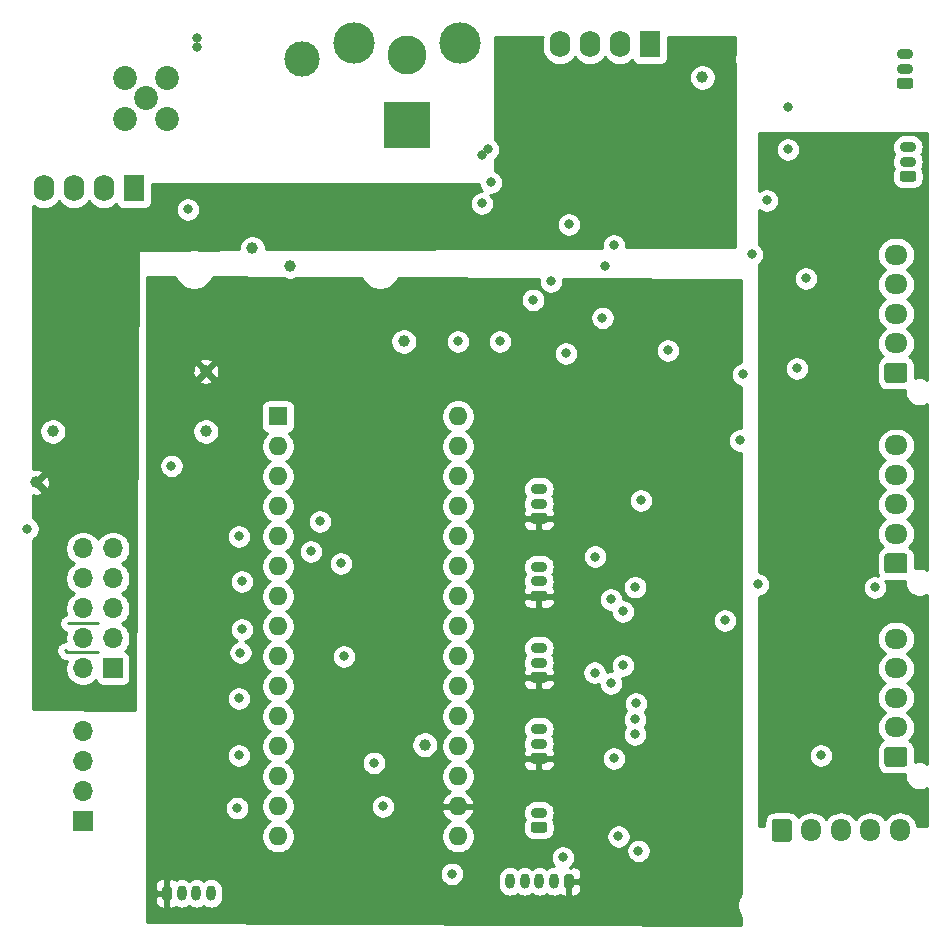
<source format=gbr>
%TF.GenerationSoftware,KiCad,Pcbnew,(5.1.8)-1*%
%TF.CreationDate,2022-01-24T15:12:58-08:00*%
%TF.ProjectId,BLE-33_baseboard,424c452d-3333-45f6-9261-7365626f6172,rev?*%
%TF.SameCoordinates,Original*%
%TF.FileFunction,Copper,L2,Inr*%
%TF.FilePolarity,Positive*%
%FSLAX46Y46*%
G04 Gerber Fmt 4.6, Leading zero omitted, Abs format (unit mm)*
G04 Created by KiCad (PCBNEW (5.1.8)-1) date 2022-01-24 15:12:58*
%MOMM*%
%LPD*%
G01*
G04 APERTURE LIST*
%TA.AperFunction,ComponentPad*%
%ADD10C,2.025000*%
%TD*%
%TA.AperFunction,ComponentPad*%
%ADD11C,1.000000*%
%TD*%
%TA.AperFunction,ComponentPad*%
%ADD12O,1.700000X1.950000*%
%TD*%
%TA.AperFunction,ComponentPad*%
%ADD13O,1.950000X1.700000*%
%TD*%
%TA.AperFunction,ComponentPad*%
%ADD14O,1.700000X1.700000*%
%TD*%
%TA.AperFunction,ComponentPad*%
%ADD15R,1.700000X1.700000*%
%TD*%
%TA.AperFunction,ComponentPad*%
%ADD16C,3.000000*%
%TD*%
%TA.AperFunction,ComponentPad*%
%ADD17O,1.400000X0.900000*%
%TD*%
%TA.AperFunction,ComponentPad*%
%ADD18R,1.750000X2.250000*%
%TD*%
%TA.AperFunction,ComponentPad*%
%ADD19O,1.750000X2.250000*%
%TD*%
%TA.AperFunction,ComponentPad*%
%ADD20O,0.800000X1.300000*%
%TD*%
%TA.AperFunction,ComponentPad*%
%ADD21C,3.500000*%
%TD*%
%TA.AperFunction,ComponentPad*%
%ADD22C,3.300000*%
%TD*%
%TA.AperFunction,ComponentPad*%
%ADD23R,4.000000X4.000000*%
%TD*%
%TA.AperFunction,ComponentPad*%
%ADD24O,1.600000X1.600000*%
%TD*%
%TA.AperFunction,ComponentPad*%
%ADD25R,1.600000X1.600000*%
%TD*%
%TA.AperFunction,ViaPad*%
%ADD26C,0.800000*%
%TD*%
%TA.AperFunction,Conductor*%
%ADD27C,0.250000*%
%TD*%
%TA.AperFunction,Conductor*%
%ADD28C,0.254000*%
%TD*%
%TA.AperFunction,Conductor*%
%ADD29C,0.100000*%
%TD*%
G04 APERTURE END LIST*
D10*
%TO.N,GND*%
%TO.C,J19*%
X108974000Y-58428000D03*
%TO.N,Net-(D4-Pad2)*%
X110744000Y-56658000D03*
%TO.N,Net-(J19-Pad3)*%
X107204000Y-56658000D03*
%TO.N,Net-(J19-Pad2)*%
X107204000Y-60198000D03*
%TO.N,Net-(D5-Pad2)*%
X110744000Y-60198000D03*
%TD*%
D11*
%TO.N,Net-(PS2-Pad1)*%
%TO.C,TP9*%
X117983000Y-71120000D03*
%TD*%
%TO.N,Net-(PS1-Pad1)*%
%TO.C,TP3*%
X156083000Y-56642000D03*
%TD*%
%TO.N,Net-(A1-Pad18)*%
%TO.C,TP2*%
X132588000Y-113157000D03*
%TD*%
D12*
%TO.N,Net-(F5-Pad2)*%
%TO.C,J8*%
X172814000Y-120396000D03*
%TO.N,Net-(J8-Pad4)*%
X170314000Y-120396000D03*
%TO.N,Net-(J8-Pad3)*%
X167814000Y-120396000D03*
%TO.N,Net-(J8-Pad2)*%
X165314000Y-120396000D03*
%TO.N,Net-(J8-Pad1)*%
%TA.AperFunction,ComponentPad*%
G36*
G01*
X161964000Y-121121000D02*
X161964000Y-119671000D01*
G75*
G02*
X162214000Y-119421000I250000J0D01*
G01*
X163414000Y-119421000D01*
G75*
G02*
X163664000Y-119671000I0J-250000D01*
G01*
X163664000Y-121121000D01*
G75*
G02*
X163414000Y-121371000I-250000J0D01*
G01*
X162214000Y-121371000D01*
G75*
G02*
X161964000Y-121121000I0J250000D01*
G01*
G37*
%TD.AperFunction*%
%TD*%
D13*
%TO.N,Net-(F4-Pad2)*%
%TO.C,J7*%
X172466000Y-104173000D03*
%TO.N,Net-(J7-Pad4)*%
X172466000Y-106673000D03*
%TO.N,Net-(J7-Pad3)*%
X172466000Y-109173000D03*
%TO.N,Net-(J7-Pad2)*%
X172466000Y-111673000D03*
%TO.N,Net-(J7-Pad1)*%
%TA.AperFunction,ComponentPad*%
G36*
G01*
X173191000Y-115023000D02*
X171741000Y-115023000D01*
G75*
G02*
X171491000Y-114773000I0J250000D01*
G01*
X171491000Y-113573000D01*
G75*
G02*
X171741000Y-113323000I250000J0D01*
G01*
X173191000Y-113323000D01*
G75*
G02*
X173441000Y-113573000I0J-250000D01*
G01*
X173441000Y-114773000D01*
G75*
G02*
X173191000Y-115023000I-250000J0D01*
G01*
G37*
%TD.AperFunction*%
%TD*%
%TO.N,Net-(F3-Pad2)*%
%TO.C,J6*%
X172466000Y-87790000D03*
%TO.N,Net-(J6-Pad4)*%
X172466000Y-90290000D03*
%TO.N,Net-(J6-Pad3)*%
X172466000Y-92790000D03*
%TO.N,Net-(J6-Pad2)*%
X172466000Y-95290000D03*
%TO.N,Net-(J6-Pad1)*%
%TA.AperFunction,ComponentPad*%
G36*
G01*
X173191000Y-98640000D02*
X171741000Y-98640000D01*
G75*
G02*
X171491000Y-98390000I0J250000D01*
G01*
X171491000Y-97190000D01*
G75*
G02*
X171741000Y-96940000I250000J0D01*
G01*
X173191000Y-96940000D01*
G75*
G02*
X173441000Y-97190000I0J-250000D01*
G01*
X173441000Y-98390000D01*
G75*
G02*
X173191000Y-98640000I-250000J0D01*
G01*
G37*
%TD.AperFunction*%
%TD*%
%TO.N,Net-(F2-Pad2)*%
%TO.C,J5*%
X172466000Y-71661000D03*
%TO.N,Net-(J5-Pad4)*%
X172466000Y-74161000D03*
%TO.N,Net-(J5-Pad3)*%
X172466000Y-76661000D03*
%TO.N,Net-(J5-Pad2)*%
X172466000Y-79161000D03*
%TO.N,Net-(J5-Pad1)*%
%TA.AperFunction,ComponentPad*%
G36*
G01*
X173191000Y-82511000D02*
X171741000Y-82511000D01*
G75*
G02*
X171491000Y-82261000I0J250000D01*
G01*
X171491000Y-81061000D01*
G75*
G02*
X171741000Y-80811000I250000J0D01*
G01*
X173191000Y-80811000D01*
G75*
G02*
X173441000Y-81061000I0J-250000D01*
G01*
X173441000Y-82261000D01*
G75*
G02*
X173191000Y-82511000I-250000J0D01*
G01*
G37*
%TD.AperFunction*%
%TD*%
D14*
%TO.N,/HVACb*%
%TO.C,J4*%
X103632000Y-112014000D03*
%TO.N,/HVACa*%
X103632000Y-114554000D03*
%TO.N,/CAL*%
X103632000Y-117094000D03*
D15*
%TO.N,Net-(F7-Pad1)*%
X103632000Y-119634000D03*
%TD*%
D16*
%TO.N,GND*%
%TO.C,REF\u002A\u002A*%
X122174000Y-55118000D03*
%TD*%
D11*
%TO.N,Vdrive*%
%TO.C,TP8*%
X121158000Y-72644000D03*
%TD*%
%TO.N,GND*%
%TO.C,TP7*%
X114046000Y-86614000D03*
%TD*%
%TO.N,+3V3*%
%TO.C,TP6*%
X114046000Y-81534000D03*
%TD*%
%TO.N,+5V*%
%TO.C,TP5*%
X99695000Y-90932000D03*
%TD*%
%TO.N,/HV-PWR*%
%TO.C,TP4*%
X101092000Y-86614000D03*
%TD*%
D14*
%TO.N,/M3*%
%TO.C,J3*%
X103632000Y-96520000D03*
%TO.N,/M4*%
X106172000Y-96520000D03*
%TO.N,/M2*%
X103632000Y-99060000D03*
%TO.N,/Mid_LED*%
X106172000Y-99060000D03*
%TO.N,/M1*%
X103632000Y-101600000D03*
%TO.N,/UV_Boost*%
X106172000Y-101600000D03*
%TO.N,/GoW*%
X103632000Y-104140000D03*
%TO.N,Net-(F6-Pad1)*%
X106172000Y-104140000D03*
%TO.N,/HVACb*%
X103632000Y-106680000D03*
D15*
%TO.N,/HVACa*%
X106172000Y-106680000D03*
%TD*%
D17*
%TO.N,Net-(J1-Pad2)*%
%TO.C,J1*%
X142240000Y-118892000D03*
%TO.N,Net-(J1-Pad1)*%
%TA.AperFunction,ComponentPad*%
G36*
G01*
X142715000Y-120592000D02*
X141765000Y-120592000D01*
G75*
G02*
X141540000Y-120367000I0J225000D01*
G01*
X141540000Y-119917000D01*
G75*
G02*
X141765000Y-119692000I225000J0D01*
G01*
X142715000Y-119692000D01*
G75*
G02*
X142940000Y-119917000I0J-225000D01*
G01*
X142940000Y-120367000D01*
G75*
G02*
X142715000Y-120592000I-225000J0D01*
G01*
G37*
%TD.AperFunction*%
%TD*%
D11*
%TO.N,Net-(A1-Pad28)*%
%TO.C,TP1*%
X130810000Y-78994000D03*
%TD*%
D18*
%TO.N,Net-(PS1-Pad1)*%
%TO.C,PS1*%
X151638000Y-53848000D03*
D19*
%TO.N,Vdrive*%
X149098000Y-53848000D03*
%TO.N,GND*%
X146558000Y-53848000D03*
%TO.N,Net-(D2-Pad2)*%
X144018000Y-53848000D03*
%TD*%
D18*
%TO.N,Net-(PS2-Pad1)*%
%TO.C,PS2*%
X107950000Y-66040000D03*
D19*
%TO.N,Vdrive*%
X105410000Y-66040000D03*
%TO.N,GND*%
X102870000Y-66040000D03*
%TO.N,Net-(D6-Pad2)*%
X100330000Y-66040000D03*
%TD*%
D17*
%TO.N,GND*%
%TO.C,J18*%
X173482000Y-62524000D03*
%TO.N,Net-(D3-Pad2)*%
X173482000Y-63774000D03*
%TO.N,Net-(J17-Pad1)*%
%TA.AperFunction,ComponentPad*%
G36*
G01*
X173957000Y-65474000D02*
X173007000Y-65474000D01*
G75*
G02*
X172782000Y-65249000I0J225000D01*
G01*
X172782000Y-64799000D01*
G75*
G02*
X173007000Y-64574000I225000J0D01*
G01*
X173957000Y-64574000D01*
G75*
G02*
X174182000Y-64799000I0J-225000D01*
G01*
X174182000Y-65249000D01*
G75*
G02*
X173957000Y-65474000I-225000J0D01*
G01*
G37*
%TD.AperFunction*%
%TD*%
%TO.N,GND*%
%TO.C,J17*%
X173228000Y-54650000D03*
%TO.N,Net-(D3-Pad2)*%
X173228000Y-55900000D03*
%TO.N,Net-(J17-Pad1)*%
%TA.AperFunction,ComponentPad*%
G36*
G01*
X173703000Y-57600000D02*
X172753000Y-57600000D01*
G75*
G02*
X172528000Y-57375000I0J225000D01*
G01*
X172528000Y-56925000D01*
G75*
G02*
X172753000Y-56700000I225000J0D01*
G01*
X173703000Y-56700000D01*
G75*
G02*
X173928000Y-56925000I0J-225000D01*
G01*
X173928000Y-57375000D01*
G75*
G02*
X173703000Y-57600000I-225000J0D01*
G01*
G37*
%TD.AperFunction*%
%TD*%
D20*
%TO.N,GND*%
%TO.C,J15*%
X139780000Y-124714000D03*
%TO.N,/SCK*%
X141030000Y-124714000D03*
%TO.N,/MISO*%
X142280000Y-124714000D03*
%TO.N,/MOSI*%
X143530000Y-124714000D03*
%TO.N,+3V3*%
%TA.AperFunction,ComponentPad*%
G36*
G01*
X145180000Y-124264000D02*
X145180000Y-125164000D01*
G75*
G02*
X144980000Y-125364000I-200000J0D01*
G01*
X144580000Y-125364000D01*
G75*
G02*
X144380000Y-125164000I0J200000D01*
G01*
X144380000Y-124264000D01*
G75*
G02*
X144580000Y-124064000I200000J0D01*
G01*
X144980000Y-124064000D01*
G75*
G02*
X145180000Y-124264000I0J-200000D01*
G01*
G37*
%TD.AperFunction*%
%TD*%
D17*
%TO.N,GND*%
%TO.C,J13*%
X142240000Y-91480000D03*
%TO.N,/A6*%
X142240000Y-92730000D03*
%TO.N,+3V3*%
%TA.AperFunction,ComponentPad*%
G36*
G01*
X142715000Y-94430000D02*
X141765000Y-94430000D01*
G75*
G02*
X141540000Y-94205000I0J225000D01*
G01*
X141540000Y-93755000D01*
G75*
G02*
X141765000Y-93530000I225000J0D01*
G01*
X142715000Y-93530000D01*
G75*
G02*
X142940000Y-93755000I0J-225000D01*
G01*
X142940000Y-94205000D01*
G75*
G02*
X142715000Y-94430000I-225000J0D01*
G01*
G37*
%TD.AperFunction*%
%TD*%
%TO.N,GND*%
%TO.C,J12*%
X142240000Y-98064000D03*
%TO.N,/A3*%
X142240000Y-99314000D03*
%TO.N,+3V3*%
%TA.AperFunction,ComponentPad*%
G36*
G01*
X142715000Y-101014000D02*
X141765000Y-101014000D01*
G75*
G02*
X141540000Y-100789000I0J225000D01*
G01*
X141540000Y-100339000D01*
G75*
G02*
X141765000Y-100114000I225000J0D01*
G01*
X142715000Y-100114000D01*
G75*
G02*
X142940000Y-100339000I0J-225000D01*
G01*
X142940000Y-100789000D01*
G75*
G02*
X142715000Y-101014000I-225000J0D01*
G01*
G37*
%TD.AperFunction*%
%TD*%
D20*
%TO.N,GND*%
%TO.C,J11*%
X114494000Y-125730000D03*
%TO.N,/SDA*%
X113244000Y-125730000D03*
%TO.N,/SCL*%
X111994000Y-125730000D03*
%TO.N,+3V3*%
%TA.AperFunction,ComponentPad*%
G36*
G01*
X110344000Y-126180000D02*
X110344000Y-125280000D01*
G75*
G02*
X110544000Y-125080000I200000J0D01*
G01*
X110944000Y-125080000D01*
G75*
G02*
X111144000Y-125280000I0J-200000D01*
G01*
X111144000Y-126180000D01*
G75*
G02*
X110944000Y-126380000I-200000J0D01*
G01*
X110544000Y-126380000D01*
G75*
G02*
X110344000Y-126180000I0J200000D01*
G01*
G37*
%TD.AperFunction*%
%TD*%
D21*
%TO.N,N/C*%
%TO.C,J10*%
X126564000Y-53706000D03*
X135564000Y-53706000D03*
D22*
%TO.N,GND*%
X131064000Y-54706000D03*
D23*
%TO.N,Net-(F1-Pad2)*%
X131064000Y-60706000D03*
%TD*%
D17*
%TO.N,GND*%
%TO.C,J9*%
X142240000Y-104942000D03*
%TO.N,/A2*%
X142240000Y-106192000D03*
%TO.N,+3V3*%
%TA.AperFunction,ComponentPad*%
G36*
G01*
X142715000Y-107892000D02*
X141765000Y-107892000D01*
G75*
G02*
X141540000Y-107667000I0J225000D01*
G01*
X141540000Y-107217000D01*
G75*
G02*
X141765000Y-106992000I225000J0D01*
G01*
X142715000Y-106992000D01*
G75*
G02*
X142940000Y-107217000I0J-225000D01*
G01*
X142940000Y-107667000D01*
G75*
G02*
X142715000Y-107892000I-225000J0D01*
G01*
G37*
%TD.AperFunction*%
%TD*%
%TO.N,GND*%
%TO.C,J2*%
X142240000Y-111800000D03*
%TO.N,/A1*%
X142240000Y-113050000D03*
%TO.N,+3V3*%
%TA.AperFunction,ComponentPad*%
G36*
G01*
X142715000Y-114750000D02*
X141765000Y-114750000D01*
G75*
G02*
X141540000Y-114525000I0J225000D01*
G01*
X141540000Y-114075000D01*
G75*
G02*
X141765000Y-113850000I225000J0D01*
G01*
X142715000Y-113850000D01*
G75*
G02*
X142940000Y-114075000I0J-225000D01*
G01*
X142940000Y-114525000D01*
G75*
G02*
X142715000Y-114750000I-225000J0D01*
G01*
G37*
%TD.AperFunction*%
%TD*%
D24*
%TO.N,/SCK*%
%TO.C,A1*%
X135382000Y-120904000D03*
%TO.N,/MISO*%
X120142000Y-120904000D03*
%TO.N,+5V*%
X135382000Y-85344000D03*
%TO.N,/MOSI*%
X120142000Y-118364000D03*
%TO.N,GND*%
X135382000Y-87884000D03*
%TO.N,Net-(A1-Pad13)*%
X120142000Y-115824000D03*
%TO.N,Net-(A1-Pad28)*%
X135382000Y-90424000D03*
%TO.N,Net-(A1-Pad12)*%
X120142000Y-113284000D03*
%TO.N,Net-(A1-Pad27)*%
X135382000Y-92964000D03*
%TO.N,Net-(A1-Pad11)*%
X120142000Y-110744000D03*
%TO.N,/A7*%
X135382000Y-95504000D03*
%TO.N,Net-(A1-Pad10)*%
X120142000Y-108204000D03*
%TO.N,/A6*%
X135382000Y-98044000D03*
%TO.N,Net-(A1-Pad9)*%
X120142000Y-105664000D03*
%TO.N,/SCL*%
X135382000Y-100584000D03*
%TO.N,Net-(A1-Pad8)*%
X120142000Y-103124000D03*
%TO.N,/SDA*%
X135382000Y-103124000D03*
%TO.N,Net-(A1-Pad7)*%
X120142000Y-100584000D03*
%TO.N,/A3*%
X135382000Y-105664000D03*
%TO.N,Net-(A1-Pad6)*%
X120142000Y-98044000D03*
%TO.N,/A2*%
X135382000Y-108204000D03*
%TO.N,Net-(A1-Pad5)*%
X120142000Y-95504000D03*
%TO.N,/A1*%
X135382000Y-110744000D03*
%TO.N,GND*%
X120142000Y-92964000D03*
%TO.N,/A0*%
X135382000Y-113284000D03*
%TO.N,Net-(A1-Pad28)*%
X120142000Y-90424000D03*
%TO.N,Net-(A1-Pad18)*%
X135382000Y-115824000D03*
%TO.N,/RX1*%
X120142000Y-87884000D03*
%TO.N,+3V3*%
X135382000Y-118364000D03*
D25*
%TO.N,/TX1*%
X120142000Y-85344000D03*
%TD*%
D26*
%TO.N,+5V*%
X151130000Y-61468000D03*
X151638000Y-62230000D03*
X113284000Y-53340000D03*
X113284000Y-54102000D03*
X119380000Y-66040000D03*
X119888000Y-66548000D03*
X133096000Y-70104000D03*
X107442000Y-89662000D03*
X107823000Y-109220000D03*
%TO.N,GND*%
X146954000Y-107046000D03*
X150450000Y-109646000D03*
X150663000Y-122133000D03*
X148590000Y-114300000D03*
X116840000Y-95504000D03*
X117094000Y-99314000D03*
X117094000Y-103378000D03*
X116840000Y-109220000D03*
X116840000Y-114046000D03*
X116689500Y-118514500D03*
X157988000Y-102616000D03*
X150379000Y-99811000D03*
X159258000Y-87376000D03*
X146995000Y-97211000D03*
X144526000Y-80010000D03*
X166116000Y-114046000D03*
X170688000Y-99822000D03*
X164084000Y-81280000D03*
X164846000Y-73660000D03*
X160782000Y-99568000D03*
X129032000Y-118364000D03*
X150876000Y-92456000D03*
X147612000Y-77000000D03*
X111125000Y-89535000D03*
X125730000Y-105664000D03*
X125476000Y-97790000D03*
%TO.N,Net-(A1-Pad12)*%
X149352000Y-101854000D03*
X149352000Y-106426000D03*
%TO.N,/SCL*%
X150368000Y-110998000D03*
%TO.N,/SDA*%
X150368000Y-112268000D03*
X148971000Y-120904000D03*
%TO.N,/RX1*%
X135382000Y-78994000D03*
%TO.N,+3V3*%
X147066000Y-105156000D03*
X152146000Y-112776000D03*
X157734000Y-115316000D03*
X157734000Y-122174000D03*
X147061347Y-94746653D03*
X147574000Y-74676000D03*
X154940000Y-83312000D03*
X129159000Y-124206000D03*
%TO.N,/TX1*%
X153162000Y-79756000D03*
%TO.N,Net-(D1-Pad2)*%
X137922000Y-62738000D03*
X137414000Y-63246000D03*
%TO.N,Vdrive*%
X163322000Y-62738000D03*
X163322000Y-59182000D03*
%TO.N,Net-(D3-Pad2)*%
X159512000Y-81788000D03*
X161544000Y-67056000D03*
%TO.N,Net-(D3-Pad1)*%
X160274000Y-71628000D03*
%TO.N,/HV-PWR*%
X138938000Y-78994000D03*
%TO.N,/MISO*%
X144272000Y-122682000D03*
%TO.N,/SCK*%
X134874000Y-124079000D03*
%TO.N,Net-(JP1-Pad3)*%
X148590000Y-70866000D03*
%TO.N,Net-(JP2-Pad3)*%
X141762000Y-75468000D03*
X143256000Y-73914000D03*
X144780000Y-69088000D03*
%TO.N,Net-(JP3-Pad3)*%
X138176000Y-65532000D03*
%TO.N,Net-(JP4-Pad3)*%
X147823347Y-72639347D03*
%TO.N,Net-(J19-Pad3)*%
X137414000Y-67310000D03*
X112522000Y-67818000D03*
%TO.N,/Motors*%
X168148000Y-75946000D03*
X166624000Y-84836000D03*
X165354000Y-100584000D03*
X165608000Y-118110000D03*
%TO.N,/M3*%
X123698000Y-94234000D03*
%TO.N,/M4*%
X122936000Y-96774000D03*
%TO.N,Net-(R19-Pad2)*%
X148336000Y-107950000D03*
X148336000Y-100838000D03*
%TO.N,Net-(J1-Pad1)*%
X128270000Y-114681000D03*
X116967000Y-105345998D03*
%TO.N,Net-(F7-Pad1)*%
X98933000Y-94869000D03*
%TD*%
D27*
%TO.N,*%
X104902000Y-102870000D02*
X102362000Y-102870000D01*
X104196001Y-105315001D02*
X102267001Y-105315001D01*
X104228002Y-105283000D02*
X104196001Y-105315001D01*
X104902000Y-105283000D02*
X104228002Y-105283000D01*
X102267001Y-105315001D02*
X102108000Y-105156000D01*
%TD*%
D28*
%TO.N,+3V3*%
X111420184Y-73545333D02*
X111492463Y-73719831D01*
X111682337Y-74003998D01*
X111924002Y-74245663D01*
X112208169Y-74435537D01*
X112523919Y-74566325D01*
X112859117Y-74633000D01*
X113200883Y-74633000D01*
X113536081Y-74566325D01*
X113851831Y-74435537D01*
X114135998Y-74245663D01*
X114377663Y-74003998D01*
X114567537Y-73719831D01*
X114633129Y-73561479D01*
X120532526Y-73591124D01*
X120620376Y-73649824D01*
X120826933Y-73735383D01*
X121046212Y-73779000D01*
X121269788Y-73779000D01*
X121489067Y-73735383D01*
X121695624Y-73649824D01*
X121774137Y-73597363D01*
X127201031Y-73624634D01*
X127240463Y-73719831D01*
X127430337Y-74003998D01*
X127672002Y-74245663D01*
X127956169Y-74435537D01*
X128271919Y-74566325D01*
X128607117Y-74633000D01*
X128948883Y-74633000D01*
X129284081Y-74566325D01*
X129599831Y-74435537D01*
X129883998Y-74245663D01*
X130125663Y-74003998D01*
X130315537Y-73719831D01*
X130348418Y-73640450D01*
X142243246Y-73700223D01*
X142221000Y-73812061D01*
X142221000Y-74015939D01*
X142260774Y-74215898D01*
X142338795Y-74404256D01*
X142452063Y-74573774D01*
X142596226Y-74717937D01*
X142765744Y-74831205D01*
X142954102Y-74909226D01*
X143154061Y-74949000D01*
X143357939Y-74949000D01*
X143557898Y-74909226D01*
X143746256Y-74831205D01*
X143915774Y-74717937D01*
X144059937Y-74573774D01*
X144173205Y-74404256D01*
X144251226Y-74215898D01*
X144291000Y-74015939D01*
X144291000Y-73812061D01*
X144270781Y-73710412D01*
X159385000Y-73786363D01*
X159385000Y-80757985D01*
X159210102Y-80792774D01*
X159021744Y-80870795D01*
X158852226Y-80984063D01*
X158708063Y-81128226D01*
X158594795Y-81297744D01*
X158516774Y-81486102D01*
X158477000Y-81686061D01*
X158477000Y-81889939D01*
X158516774Y-82089898D01*
X158594795Y-82278256D01*
X158708063Y-82447774D01*
X158852226Y-82591937D01*
X159021744Y-82705205D01*
X159210102Y-82783226D01*
X159385000Y-82818015D01*
X159385000Y-86345985D01*
X159359939Y-86341000D01*
X159156061Y-86341000D01*
X158956102Y-86380774D01*
X158767744Y-86458795D01*
X158598226Y-86572063D01*
X158454063Y-86716226D01*
X158340795Y-86885744D01*
X158262774Y-87074102D01*
X158223000Y-87274061D01*
X158223000Y-87477939D01*
X158262774Y-87677898D01*
X158340795Y-87866256D01*
X158454063Y-88035774D01*
X158598226Y-88179937D01*
X158767744Y-88293205D01*
X158956102Y-88371226D01*
X159156061Y-88411000D01*
X159359939Y-88411000D01*
X159385000Y-88406015D01*
X159385000Y-125713840D01*
X159244463Y-125924169D01*
X159113675Y-126239919D01*
X159047000Y-126575117D01*
X159047000Y-126916883D01*
X159113675Y-127252081D01*
X159244463Y-127567831D01*
X159385000Y-127778160D01*
X159385000Y-128396361D01*
X109093000Y-128143637D01*
X109093000Y-126380000D01*
X109705928Y-126380000D01*
X109718188Y-126504482D01*
X109754498Y-126624180D01*
X109813463Y-126734494D01*
X109892815Y-126831185D01*
X109989506Y-126910537D01*
X110099820Y-126969502D01*
X110219518Y-127005812D01*
X110344000Y-127018072D01*
X110458250Y-127015000D01*
X110617000Y-126856250D01*
X110617000Y-125857000D01*
X109867750Y-125857000D01*
X109709000Y-126015750D01*
X109705928Y-126380000D01*
X109093000Y-126380000D01*
X109093000Y-125080000D01*
X109705928Y-125080000D01*
X109709000Y-125444250D01*
X109867750Y-125603000D01*
X110617000Y-125603000D01*
X110617000Y-124603750D01*
X110871000Y-124603750D01*
X110871000Y-125603000D01*
X110891000Y-125603000D01*
X110891000Y-125857000D01*
X110871000Y-125857000D01*
X110871000Y-126856250D01*
X111029750Y-127015000D01*
X111144000Y-127018072D01*
X111268482Y-127005812D01*
X111388180Y-126969502D01*
X111498494Y-126910537D01*
X111514594Y-126897324D01*
X111596008Y-126940841D01*
X111791106Y-127000024D01*
X111994000Y-127020007D01*
X112196895Y-127000024D01*
X112391993Y-126940841D01*
X112571797Y-126844734D01*
X112619001Y-126805995D01*
X112666204Y-126844734D01*
X112846008Y-126940841D01*
X113041106Y-127000024D01*
X113244000Y-127020007D01*
X113446895Y-127000024D01*
X113641993Y-126940841D01*
X113821797Y-126844734D01*
X113869001Y-126805995D01*
X113916204Y-126844734D01*
X114096008Y-126940841D01*
X114291106Y-127000024D01*
X114494000Y-127020007D01*
X114696895Y-127000024D01*
X114891993Y-126940841D01*
X115071797Y-126844734D01*
X115229396Y-126715396D01*
X115358734Y-126557797D01*
X115454841Y-126377992D01*
X115514024Y-126182894D01*
X115529000Y-126030837D01*
X115529000Y-125429162D01*
X115514024Y-125277105D01*
X115454841Y-125082007D01*
X115358734Y-124902203D01*
X115229396Y-124744604D01*
X115071797Y-124615266D01*
X114891992Y-124519159D01*
X114696894Y-124459976D01*
X114494000Y-124439993D01*
X114291105Y-124459976D01*
X114096007Y-124519159D01*
X113916203Y-124615266D01*
X113869000Y-124654004D01*
X113821797Y-124615266D01*
X113641992Y-124519159D01*
X113446894Y-124459976D01*
X113244000Y-124439993D01*
X113041105Y-124459976D01*
X112846007Y-124519159D01*
X112666203Y-124615266D01*
X112619000Y-124654004D01*
X112571797Y-124615266D01*
X112391992Y-124519159D01*
X112196894Y-124459976D01*
X111994000Y-124439993D01*
X111791105Y-124459976D01*
X111596007Y-124519159D01*
X111514593Y-124562675D01*
X111498494Y-124549463D01*
X111388180Y-124490498D01*
X111268482Y-124454188D01*
X111144000Y-124441928D01*
X111029750Y-124445000D01*
X110871000Y-124603750D01*
X110617000Y-124603750D01*
X110458250Y-124445000D01*
X110344000Y-124441928D01*
X110219518Y-124454188D01*
X110099820Y-124490498D01*
X109989506Y-124549463D01*
X109892815Y-124628815D01*
X109813463Y-124725506D01*
X109754498Y-124835820D01*
X109718188Y-124955518D01*
X109705928Y-125080000D01*
X109093000Y-125080000D01*
X109093000Y-123977061D01*
X133839000Y-123977061D01*
X133839000Y-124180939D01*
X133878774Y-124380898D01*
X133956795Y-124569256D01*
X134070063Y-124738774D01*
X134214226Y-124882937D01*
X134383744Y-124996205D01*
X134572102Y-125074226D01*
X134772061Y-125114000D01*
X134975939Y-125114000D01*
X135175898Y-125074226D01*
X135364256Y-124996205D01*
X135533774Y-124882937D01*
X135677937Y-124738774D01*
X135791205Y-124569256D01*
X135855861Y-124413162D01*
X138745000Y-124413162D01*
X138745000Y-125014837D01*
X138759976Y-125166894D01*
X138819159Y-125361992D01*
X138915266Y-125541797D01*
X139044604Y-125699396D01*
X139202203Y-125828734D01*
X139382007Y-125924841D01*
X139577105Y-125984024D01*
X139780000Y-126004007D01*
X139982894Y-125984024D01*
X140177992Y-125924841D01*
X140357797Y-125828734D01*
X140405000Y-125789996D01*
X140452203Y-125828734D01*
X140632007Y-125924841D01*
X140827105Y-125984024D01*
X141030000Y-126004007D01*
X141232894Y-125984024D01*
X141427992Y-125924841D01*
X141607797Y-125828734D01*
X141655000Y-125789996D01*
X141702203Y-125828734D01*
X141882007Y-125924841D01*
X142077105Y-125984024D01*
X142280000Y-126004007D01*
X142482894Y-125984024D01*
X142677992Y-125924841D01*
X142857797Y-125828734D01*
X142905000Y-125789996D01*
X142952203Y-125828734D01*
X143132007Y-125924841D01*
X143327105Y-125984024D01*
X143530000Y-126004007D01*
X143732894Y-125984024D01*
X143927992Y-125924841D01*
X144009406Y-125881324D01*
X144025506Y-125894537D01*
X144135820Y-125953502D01*
X144255518Y-125989812D01*
X144380000Y-126002072D01*
X144494250Y-125999000D01*
X144653000Y-125840250D01*
X144653000Y-124841000D01*
X144907000Y-124841000D01*
X144907000Y-125840250D01*
X145065750Y-125999000D01*
X145180000Y-126002072D01*
X145304482Y-125989812D01*
X145424180Y-125953502D01*
X145534494Y-125894537D01*
X145631185Y-125815185D01*
X145710537Y-125718494D01*
X145769502Y-125608180D01*
X145805812Y-125488482D01*
X145818072Y-125364000D01*
X145815000Y-124999750D01*
X145656250Y-124841000D01*
X144907000Y-124841000D01*
X144653000Y-124841000D01*
X144633000Y-124841000D01*
X144633000Y-124587000D01*
X144653000Y-124587000D01*
X144653000Y-124567000D01*
X144907000Y-124567000D01*
X144907000Y-124587000D01*
X145656250Y-124587000D01*
X145815000Y-124428250D01*
X145818072Y-124064000D01*
X145805812Y-123939518D01*
X145769502Y-123819820D01*
X145710537Y-123709506D01*
X145631185Y-123612815D01*
X145534494Y-123533463D01*
X145424180Y-123474498D01*
X145304482Y-123438188D01*
X145180000Y-123425928D01*
X145065750Y-123429000D01*
X144907002Y-123587748D01*
X144907002Y-123502489D01*
X144931774Y-123485937D01*
X145075937Y-123341774D01*
X145189205Y-123172256D01*
X145267226Y-122983898D01*
X145307000Y-122783939D01*
X145307000Y-122580061D01*
X145267226Y-122380102D01*
X145189205Y-122191744D01*
X145081841Y-122031061D01*
X149628000Y-122031061D01*
X149628000Y-122234939D01*
X149667774Y-122434898D01*
X149745795Y-122623256D01*
X149859063Y-122792774D01*
X150003226Y-122936937D01*
X150172744Y-123050205D01*
X150361102Y-123128226D01*
X150561061Y-123168000D01*
X150764939Y-123168000D01*
X150964898Y-123128226D01*
X151153256Y-123050205D01*
X151322774Y-122936937D01*
X151466937Y-122792774D01*
X151580205Y-122623256D01*
X151658226Y-122434898D01*
X151698000Y-122234939D01*
X151698000Y-122031061D01*
X151658226Y-121831102D01*
X151580205Y-121642744D01*
X151466937Y-121473226D01*
X151322774Y-121329063D01*
X151153256Y-121215795D01*
X150964898Y-121137774D01*
X150764939Y-121098000D01*
X150561061Y-121098000D01*
X150361102Y-121137774D01*
X150172744Y-121215795D01*
X150003226Y-121329063D01*
X149859063Y-121473226D01*
X149745795Y-121642744D01*
X149667774Y-121831102D01*
X149628000Y-122031061D01*
X145081841Y-122031061D01*
X145075937Y-122022226D01*
X144931774Y-121878063D01*
X144762256Y-121764795D01*
X144573898Y-121686774D01*
X144373939Y-121647000D01*
X144170061Y-121647000D01*
X143970102Y-121686774D01*
X143781744Y-121764795D01*
X143612226Y-121878063D01*
X143468063Y-122022226D01*
X143354795Y-122191744D01*
X143276774Y-122380102D01*
X143237000Y-122580061D01*
X143237000Y-122783939D01*
X143276774Y-122983898D01*
X143354795Y-123172256D01*
X143468063Y-123341774D01*
X143552498Y-123426209D01*
X143530000Y-123423993D01*
X143327106Y-123443976D01*
X143132008Y-123503159D01*
X142952204Y-123599266D01*
X142905001Y-123638005D01*
X142857797Y-123599266D01*
X142677993Y-123503159D01*
X142482895Y-123443976D01*
X142280000Y-123423993D01*
X142077106Y-123443976D01*
X141882008Y-123503159D01*
X141702204Y-123599266D01*
X141655001Y-123638005D01*
X141607797Y-123599266D01*
X141427993Y-123503159D01*
X141232895Y-123443976D01*
X141030000Y-123423993D01*
X140827106Y-123443976D01*
X140632008Y-123503159D01*
X140452204Y-123599266D01*
X140405001Y-123638005D01*
X140357797Y-123599266D01*
X140177993Y-123503159D01*
X139982895Y-123443976D01*
X139780000Y-123423993D01*
X139577106Y-123443976D01*
X139382008Y-123503159D01*
X139202204Y-123599266D01*
X139044605Y-123728604D01*
X138915267Y-123886203D01*
X138819159Y-124066007D01*
X138759976Y-124261105D01*
X138745000Y-124413162D01*
X135855861Y-124413162D01*
X135869226Y-124380898D01*
X135909000Y-124180939D01*
X135909000Y-123977061D01*
X135869226Y-123777102D01*
X135791205Y-123588744D01*
X135677937Y-123419226D01*
X135533774Y-123275063D01*
X135364256Y-123161795D01*
X135175898Y-123083774D01*
X134975939Y-123044000D01*
X134772061Y-123044000D01*
X134572102Y-123083774D01*
X134383744Y-123161795D01*
X134214226Y-123275063D01*
X134070063Y-123419226D01*
X133956795Y-123588744D01*
X133878774Y-123777102D01*
X133839000Y-123977061D01*
X109093000Y-123977061D01*
X109093000Y-118412561D01*
X115654500Y-118412561D01*
X115654500Y-118616439D01*
X115694274Y-118816398D01*
X115772295Y-119004756D01*
X115885563Y-119174274D01*
X116029726Y-119318437D01*
X116199244Y-119431705D01*
X116387602Y-119509726D01*
X116587561Y-119549500D01*
X116791439Y-119549500D01*
X116991398Y-119509726D01*
X117179756Y-119431705D01*
X117349274Y-119318437D01*
X117493437Y-119174274D01*
X117606705Y-119004756D01*
X117684726Y-118816398D01*
X117724500Y-118616439D01*
X117724500Y-118412561D01*
X117684726Y-118212602D01*
X117606705Y-118024244D01*
X117493437Y-117854726D01*
X117349274Y-117710563D01*
X117179756Y-117597295D01*
X116991398Y-117519274D01*
X116791439Y-117479500D01*
X116587561Y-117479500D01*
X116387602Y-117519274D01*
X116199244Y-117597295D01*
X116029726Y-117710563D01*
X115885563Y-117854726D01*
X115772295Y-118024244D01*
X115694274Y-118212602D01*
X115654500Y-118412561D01*
X109093000Y-118412561D01*
X109093000Y-113944061D01*
X115805000Y-113944061D01*
X115805000Y-114147939D01*
X115844774Y-114347898D01*
X115922795Y-114536256D01*
X116036063Y-114705774D01*
X116180226Y-114849937D01*
X116349744Y-114963205D01*
X116538102Y-115041226D01*
X116738061Y-115081000D01*
X116941939Y-115081000D01*
X117141898Y-115041226D01*
X117330256Y-114963205D01*
X117499774Y-114849937D01*
X117643937Y-114705774D01*
X117757205Y-114536256D01*
X117835226Y-114347898D01*
X117875000Y-114147939D01*
X117875000Y-113944061D01*
X117835226Y-113744102D01*
X117757205Y-113555744D01*
X117643937Y-113386226D01*
X117499774Y-113242063D01*
X117330256Y-113128795D01*
X117141898Y-113050774D01*
X116941939Y-113011000D01*
X116738061Y-113011000D01*
X116538102Y-113050774D01*
X116349744Y-113128795D01*
X116180226Y-113242063D01*
X116036063Y-113386226D01*
X115922795Y-113555744D01*
X115844774Y-113744102D01*
X115805000Y-113944061D01*
X109093000Y-113944061D01*
X109093000Y-109118061D01*
X115805000Y-109118061D01*
X115805000Y-109321939D01*
X115844774Y-109521898D01*
X115922795Y-109710256D01*
X116036063Y-109879774D01*
X116180226Y-110023937D01*
X116349744Y-110137205D01*
X116538102Y-110215226D01*
X116738061Y-110255000D01*
X116941939Y-110255000D01*
X117141898Y-110215226D01*
X117330256Y-110137205D01*
X117499774Y-110023937D01*
X117643937Y-109879774D01*
X117757205Y-109710256D01*
X117835226Y-109521898D01*
X117875000Y-109321939D01*
X117875000Y-109118061D01*
X117835226Y-108918102D01*
X117757205Y-108729744D01*
X117643937Y-108560226D01*
X117499774Y-108416063D01*
X117330256Y-108302795D01*
X117141898Y-108224774D01*
X116941939Y-108185000D01*
X116738061Y-108185000D01*
X116538102Y-108224774D01*
X116349744Y-108302795D01*
X116180226Y-108416063D01*
X116036063Y-108560226D01*
X115922795Y-108729744D01*
X115844774Y-108918102D01*
X115805000Y-109118061D01*
X109093000Y-109118061D01*
X109093000Y-105244059D01*
X115932000Y-105244059D01*
X115932000Y-105447937D01*
X115971774Y-105647896D01*
X116049795Y-105836254D01*
X116163063Y-106005772D01*
X116307226Y-106149935D01*
X116476744Y-106263203D01*
X116665102Y-106341224D01*
X116865061Y-106380998D01*
X117068939Y-106380998D01*
X117268898Y-106341224D01*
X117457256Y-106263203D01*
X117626774Y-106149935D01*
X117770937Y-106005772D01*
X117884205Y-105836254D01*
X117962226Y-105647896D01*
X118002000Y-105447937D01*
X118002000Y-105244059D01*
X117962226Y-105044100D01*
X117884205Y-104855742D01*
X117770937Y-104686224D01*
X117626774Y-104542061D01*
X117457256Y-104428793D01*
X117346721Y-104383008D01*
X117395898Y-104373226D01*
X117584256Y-104295205D01*
X117753774Y-104181937D01*
X117897937Y-104037774D01*
X118011205Y-103868256D01*
X118089226Y-103679898D01*
X118129000Y-103479939D01*
X118129000Y-103276061D01*
X118089226Y-103076102D01*
X118011205Y-102887744D01*
X117897937Y-102718226D01*
X117753774Y-102574063D01*
X117584256Y-102460795D01*
X117395898Y-102382774D01*
X117195939Y-102343000D01*
X116992061Y-102343000D01*
X116792102Y-102382774D01*
X116603744Y-102460795D01*
X116434226Y-102574063D01*
X116290063Y-102718226D01*
X116176795Y-102887744D01*
X116098774Y-103076102D01*
X116059000Y-103276061D01*
X116059000Y-103479939D01*
X116098774Y-103679898D01*
X116176795Y-103868256D01*
X116290063Y-104037774D01*
X116434226Y-104181937D01*
X116603744Y-104295205D01*
X116714279Y-104340990D01*
X116665102Y-104350772D01*
X116476744Y-104428793D01*
X116307226Y-104542061D01*
X116163063Y-104686224D01*
X116049795Y-104855742D01*
X115971774Y-105044100D01*
X115932000Y-105244059D01*
X109093000Y-105244059D01*
X109093000Y-99212061D01*
X116059000Y-99212061D01*
X116059000Y-99415939D01*
X116098774Y-99615898D01*
X116176795Y-99804256D01*
X116290063Y-99973774D01*
X116434226Y-100117937D01*
X116603744Y-100231205D01*
X116792102Y-100309226D01*
X116992061Y-100349000D01*
X117195939Y-100349000D01*
X117395898Y-100309226D01*
X117584256Y-100231205D01*
X117753774Y-100117937D01*
X117897937Y-99973774D01*
X118011205Y-99804256D01*
X118089226Y-99615898D01*
X118129000Y-99415939D01*
X118129000Y-99212061D01*
X118089226Y-99012102D01*
X118011205Y-98823744D01*
X117897937Y-98654226D01*
X117753774Y-98510063D01*
X117584256Y-98396795D01*
X117395898Y-98318774D01*
X117195939Y-98279000D01*
X116992061Y-98279000D01*
X116792102Y-98318774D01*
X116603744Y-98396795D01*
X116434226Y-98510063D01*
X116290063Y-98654226D01*
X116176795Y-98823744D01*
X116098774Y-99012102D01*
X116059000Y-99212061D01*
X109093000Y-99212061D01*
X109093000Y-95402061D01*
X115805000Y-95402061D01*
X115805000Y-95605939D01*
X115844774Y-95805898D01*
X115922795Y-95994256D01*
X116036063Y-96163774D01*
X116180226Y-96307937D01*
X116349744Y-96421205D01*
X116538102Y-96499226D01*
X116738061Y-96539000D01*
X116941939Y-96539000D01*
X117141898Y-96499226D01*
X117330256Y-96421205D01*
X117499774Y-96307937D01*
X117643937Y-96163774D01*
X117757205Y-95994256D01*
X117835226Y-95805898D01*
X117875000Y-95605939D01*
X117875000Y-95402061D01*
X117835226Y-95202102D01*
X117757205Y-95013744D01*
X117643937Y-94844226D01*
X117499774Y-94700063D01*
X117330256Y-94586795D01*
X117141898Y-94508774D01*
X116941939Y-94469000D01*
X116738061Y-94469000D01*
X116538102Y-94508774D01*
X116349744Y-94586795D01*
X116180226Y-94700063D01*
X116036063Y-94844226D01*
X115922795Y-95013744D01*
X115844774Y-95202102D01*
X115805000Y-95402061D01*
X109093000Y-95402061D01*
X109093000Y-89433061D01*
X110090000Y-89433061D01*
X110090000Y-89636939D01*
X110129774Y-89836898D01*
X110207795Y-90025256D01*
X110321063Y-90194774D01*
X110465226Y-90338937D01*
X110634744Y-90452205D01*
X110823102Y-90530226D01*
X111023061Y-90570000D01*
X111226939Y-90570000D01*
X111426898Y-90530226D01*
X111615256Y-90452205D01*
X111784774Y-90338937D01*
X111928937Y-90194774D01*
X112042205Y-90025256D01*
X112120226Y-89836898D01*
X112160000Y-89636939D01*
X112160000Y-89433061D01*
X112120226Y-89233102D01*
X112042205Y-89044744D01*
X111928937Y-88875226D01*
X111784774Y-88731063D01*
X111615256Y-88617795D01*
X111426898Y-88539774D01*
X111226939Y-88500000D01*
X111023061Y-88500000D01*
X110823102Y-88539774D01*
X110634744Y-88617795D01*
X110465226Y-88731063D01*
X110321063Y-88875226D01*
X110207795Y-89044744D01*
X110129774Y-89233102D01*
X110090000Y-89433061D01*
X109093000Y-89433061D01*
X109093000Y-86502212D01*
X112911000Y-86502212D01*
X112911000Y-86725788D01*
X112954617Y-86945067D01*
X113040176Y-87151624D01*
X113164388Y-87337520D01*
X113322480Y-87495612D01*
X113508376Y-87619824D01*
X113714933Y-87705383D01*
X113934212Y-87749000D01*
X114157788Y-87749000D01*
X114377067Y-87705383D01*
X114583624Y-87619824D01*
X114769520Y-87495612D01*
X114927612Y-87337520D01*
X115051824Y-87151624D01*
X115137383Y-86945067D01*
X115181000Y-86725788D01*
X115181000Y-86502212D01*
X115137383Y-86282933D01*
X115051824Y-86076376D01*
X114927612Y-85890480D01*
X114769520Y-85732388D01*
X114583624Y-85608176D01*
X114377067Y-85522617D01*
X114157788Y-85479000D01*
X113934212Y-85479000D01*
X113714933Y-85522617D01*
X113508376Y-85608176D01*
X113322480Y-85732388D01*
X113164388Y-85890480D01*
X113040176Y-86076376D01*
X112954617Y-86282933D01*
X112911000Y-86502212D01*
X109093000Y-86502212D01*
X109093000Y-84544000D01*
X118703928Y-84544000D01*
X118703928Y-86144000D01*
X118716188Y-86268482D01*
X118752498Y-86388180D01*
X118811463Y-86498494D01*
X118890815Y-86595185D01*
X118987506Y-86674537D01*
X119097820Y-86733502D01*
X119217518Y-86769812D01*
X119225961Y-86770643D01*
X119027363Y-86969241D01*
X118870320Y-87204273D01*
X118762147Y-87465426D01*
X118707000Y-87742665D01*
X118707000Y-88025335D01*
X118762147Y-88302574D01*
X118870320Y-88563727D01*
X119027363Y-88798759D01*
X119227241Y-88998637D01*
X119459759Y-89154000D01*
X119227241Y-89309363D01*
X119027363Y-89509241D01*
X118870320Y-89744273D01*
X118762147Y-90005426D01*
X118707000Y-90282665D01*
X118707000Y-90565335D01*
X118762147Y-90842574D01*
X118870320Y-91103727D01*
X119027363Y-91338759D01*
X119227241Y-91538637D01*
X119459759Y-91694000D01*
X119227241Y-91849363D01*
X119027363Y-92049241D01*
X118870320Y-92284273D01*
X118762147Y-92545426D01*
X118707000Y-92822665D01*
X118707000Y-93105335D01*
X118762147Y-93382574D01*
X118870320Y-93643727D01*
X119027363Y-93878759D01*
X119227241Y-94078637D01*
X119459759Y-94234000D01*
X119227241Y-94389363D01*
X119027363Y-94589241D01*
X118870320Y-94824273D01*
X118762147Y-95085426D01*
X118707000Y-95362665D01*
X118707000Y-95645335D01*
X118762147Y-95922574D01*
X118870320Y-96183727D01*
X119027363Y-96418759D01*
X119227241Y-96618637D01*
X119459759Y-96774000D01*
X119227241Y-96929363D01*
X119027363Y-97129241D01*
X118870320Y-97364273D01*
X118762147Y-97625426D01*
X118707000Y-97902665D01*
X118707000Y-98185335D01*
X118762147Y-98462574D01*
X118870320Y-98723727D01*
X119027363Y-98958759D01*
X119227241Y-99158637D01*
X119459759Y-99314000D01*
X119227241Y-99469363D01*
X119027363Y-99669241D01*
X118870320Y-99904273D01*
X118762147Y-100165426D01*
X118707000Y-100442665D01*
X118707000Y-100725335D01*
X118762147Y-101002574D01*
X118870320Y-101263727D01*
X119027363Y-101498759D01*
X119227241Y-101698637D01*
X119459759Y-101854000D01*
X119227241Y-102009363D01*
X119027363Y-102209241D01*
X118870320Y-102444273D01*
X118762147Y-102705426D01*
X118707000Y-102982665D01*
X118707000Y-103265335D01*
X118762147Y-103542574D01*
X118870320Y-103803727D01*
X119027363Y-104038759D01*
X119227241Y-104238637D01*
X119459759Y-104394000D01*
X119227241Y-104549363D01*
X119027363Y-104749241D01*
X118870320Y-104984273D01*
X118762147Y-105245426D01*
X118707000Y-105522665D01*
X118707000Y-105805335D01*
X118762147Y-106082574D01*
X118870320Y-106343727D01*
X119027363Y-106578759D01*
X119227241Y-106778637D01*
X119459759Y-106934000D01*
X119227241Y-107089363D01*
X119027363Y-107289241D01*
X118870320Y-107524273D01*
X118762147Y-107785426D01*
X118707000Y-108062665D01*
X118707000Y-108345335D01*
X118762147Y-108622574D01*
X118870320Y-108883727D01*
X119027363Y-109118759D01*
X119227241Y-109318637D01*
X119459759Y-109474000D01*
X119227241Y-109629363D01*
X119027363Y-109829241D01*
X118870320Y-110064273D01*
X118762147Y-110325426D01*
X118707000Y-110602665D01*
X118707000Y-110885335D01*
X118762147Y-111162574D01*
X118870320Y-111423727D01*
X119027363Y-111658759D01*
X119227241Y-111858637D01*
X119459759Y-112014000D01*
X119227241Y-112169363D01*
X119027363Y-112369241D01*
X118870320Y-112604273D01*
X118762147Y-112865426D01*
X118707000Y-113142665D01*
X118707000Y-113425335D01*
X118762147Y-113702574D01*
X118870320Y-113963727D01*
X119027363Y-114198759D01*
X119227241Y-114398637D01*
X119459759Y-114554000D01*
X119227241Y-114709363D01*
X119027363Y-114909241D01*
X118870320Y-115144273D01*
X118762147Y-115405426D01*
X118707000Y-115682665D01*
X118707000Y-115965335D01*
X118762147Y-116242574D01*
X118870320Y-116503727D01*
X119027363Y-116738759D01*
X119227241Y-116938637D01*
X119459759Y-117094000D01*
X119227241Y-117249363D01*
X119027363Y-117449241D01*
X118870320Y-117684273D01*
X118762147Y-117945426D01*
X118707000Y-118222665D01*
X118707000Y-118505335D01*
X118762147Y-118782574D01*
X118870320Y-119043727D01*
X119027363Y-119278759D01*
X119227241Y-119478637D01*
X119459759Y-119634000D01*
X119227241Y-119789363D01*
X119027363Y-119989241D01*
X118870320Y-120224273D01*
X118762147Y-120485426D01*
X118707000Y-120762665D01*
X118707000Y-121045335D01*
X118762147Y-121322574D01*
X118870320Y-121583727D01*
X119027363Y-121818759D01*
X119227241Y-122018637D01*
X119462273Y-122175680D01*
X119723426Y-122283853D01*
X120000665Y-122339000D01*
X120283335Y-122339000D01*
X120560574Y-122283853D01*
X120821727Y-122175680D01*
X121056759Y-122018637D01*
X121256637Y-121818759D01*
X121413680Y-121583727D01*
X121521853Y-121322574D01*
X121577000Y-121045335D01*
X121577000Y-120762665D01*
X133947000Y-120762665D01*
X133947000Y-121045335D01*
X134002147Y-121322574D01*
X134110320Y-121583727D01*
X134267363Y-121818759D01*
X134467241Y-122018637D01*
X134702273Y-122175680D01*
X134963426Y-122283853D01*
X135240665Y-122339000D01*
X135523335Y-122339000D01*
X135800574Y-122283853D01*
X136061727Y-122175680D01*
X136296759Y-122018637D01*
X136496637Y-121818759D01*
X136653680Y-121583727D01*
X136761853Y-121322574D01*
X136817000Y-121045335D01*
X136817000Y-120762665D01*
X136761853Y-120485426D01*
X136653680Y-120224273D01*
X136496637Y-119989241D01*
X136296759Y-119789363D01*
X136061727Y-119632320D01*
X136051135Y-119627933D01*
X136237131Y-119516385D01*
X136445519Y-119327414D01*
X136613037Y-119101420D01*
X136712018Y-118892000D01*
X140899751Y-118892000D01*
X140920700Y-119104697D01*
X140982741Y-119309220D01*
X141049761Y-119434605D01*
X141047382Y-119437503D01*
X140967625Y-119586717D01*
X140918512Y-119748623D01*
X140901928Y-119917000D01*
X140901928Y-120367000D01*
X140918512Y-120535377D01*
X140967625Y-120697283D01*
X141047382Y-120846497D01*
X141154716Y-120977284D01*
X141285503Y-121084618D01*
X141434717Y-121164375D01*
X141596623Y-121213488D01*
X141765000Y-121230072D01*
X142715000Y-121230072D01*
X142883377Y-121213488D01*
X143045283Y-121164375D01*
X143194497Y-121084618D01*
X143325284Y-120977284D01*
X143432618Y-120846497D01*
X143456369Y-120802061D01*
X147936000Y-120802061D01*
X147936000Y-121005939D01*
X147975774Y-121205898D01*
X148053795Y-121394256D01*
X148167063Y-121563774D01*
X148311226Y-121707937D01*
X148480744Y-121821205D01*
X148669102Y-121899226D01*
X148869061Y-121939000D01*
X149072939Y-121939000D01*
X149272898Y-121899226D01*
X149461256Y-121821205D01*
X149630774Y-121707937D01*
X149774937Y-121563774D01*
X149888205Y-121394256D01*
X149966226Y-121205898D01*
X150006000Y-121005939D01*
X150006000Y-120802061D01*
X149966226Y-120602102D01*
X149888205Y-120413744D01*
X149774937Y-120244226D01*
X149630774Y-120100063D01*
X149461256Y-119986795D01*
X149272898Y-119908774D01*
X149072939Y-119869000D01*
X148869061Y-119869000D01*
X148669102Y-119908774D01*
X148480744Y-119986795D01*
X148311226Y-120100063D01*
X148167063Y-120244226D01*
X148053795Y-120413744D01*
X147975774Y-120602102D01*
X147936000Y-120802061D01*
X143456369Y-120802061D01*
X143512375Y-120697283D01*
X143561488Y-120535377D01*
X143578072Y-120367000D01*
X143578072Y-119917000D01*
X143561488Y-119748623D01*
X143512375Y-119586717D01*
X143432618Y-119437503D01*
X143430239Y-119434605D01*
X143497259Y-119309220D01*
X143559300Y-119104697D01*
X143580249Y-118892000D01*
X143559300Y-118679303D01*
X143497259Y-118474780D01*
X143396509Y-118286290D01*
X143260922Y-118121078D01*
X143095710Y-117985491D01*
X142907220Y-117884741D01*
X142702697Y-117822700D01*
X142543294Y-117807000D01*
X141936706Y-117807000D01*
X141777303Y-117822700D01*
X141572780Y-117884741D01*
X141384290Y-117985491D01*
X141219078Y-118121078D01*
X141083491Y-118286290D01*
X140982741Y-118474780D01*
X140920700Y-118679303D01*
X140899751Y-118892000D01*
X136712018Y-118892000D01*
X136733246Y-118847087D01*
X136773904Y-118713039D01*
X136651915Y-118491000D01*
X135509000Y-118491000D01*
X135509000Y-118511000D01*
X135255000Y-118511000D01*
X135255000Y-118491000D01*
X134112085Y-118491000D01*
X133990096Y-118713039D01*
X134030754Y-118847087D01*
X134150963Y-119101420D01*
X134318481Y-119327414D01*
X134526869Y-119516385D01*
X134712865Y-119627933D01*
X134702273Y-119632320D01*
X134467241Y-119789363D01*
X134267363Y-119989241D01*
X134110320Y-120224273D01*
X134002147Y-120485426D01*
X133947000Y-120762665D01*
X121577000Y-120762665D01*
X121521853Y-120485426D01*
X121413680Y-120224273D01*
X121256637Y-119989241D01*
X121056759Y-119789363D01*
X120824241Y-119634000D01*
X121056759Y-119478637D01*
X121256637Y-119278759D01*
X121413680Y-119043727D01*
X121521853Y-118782574D01*
X121577000Y-118505335D01*
X121577000Y-118262061D01*
X127997000Y-118262061D01*
X127997000Y-118465939D01*
X128036774Y-118665898D01*
X128114795Y-118854256D01*
X128228063Y-119023774D01*
X128372226Y-119167937D01*
X128541744Y-119281205D01*
X128730102Y-119359226D01*
X128930061Y-119399000D01*
X129133939Y-119399000D01*
X129333898Y-119359226D01*
X129522256Y-119281205D01*
X129691774Y-119167937D01*
X129835937Y-119023774D01*
X129949205Y-118854256D01*
X130027226Y-118665898D01*
X130067000Y-118465939D01*
X130067000Y-118262061D01*
X130027226Y-118062102D01*
X129949205Y-117873744D01*
X129835937Y-117704226D01*
X129691774Y-117560063D01*
X129522256Y-117446795D01*
X129333898Y-117368774D01*
X129133939Y-117329000D01*
X128930061Y-117329000D01*
X128730102Y-117368774D01*
X128541744Y-117446795D01*
X128372226Y-117560063D01*
X128228063Y-117704226D01*
X128114795Y-117873744D01*
X128036774Y-118062102D01*
X127997000Y-118262061D01*
X121577000Y-118262061D01*
X121577000Y-118222665D01*
X121521853Y-117945426D01*
X121413680Y-117684273D01*
X121256637Y-117449241D01*
X121056759Y-117249363D01*
X120824241Y-117094000D01*
X121056759Y-116938637D01*
X121256637Y-116738759D01*
X121413680Y-116503727D01*
X121521853Y-116242574D01*
X121577000Y-115965335D01*
X121577000Y-115682665D01*
X121521853Y-115405426D01*
X121413680Y-115144273D01*
X121256637Y-114909241D01*
X121056759Y-114709363D01*
X120861748Y-114579061D01*
X127235000Y-114579061D01*
X127235000Y-114782939D01*
X127274774Y-114982898D01*
X127352795Y-115171256D01*
X127466063Y-115340774D01*
X127610226Y-115484937D01*
X127779744Y-115598205D01*
X127968102Y-115676226D01*
X128168061Y-115716000D01*
X128371939Y-115716000D01*
X128571898Y-115676226D01*
X128760256Y-115598205D01*
X128929774Y-115484937D01*
X129073937Y-115340774D01*
X129187205Y-115171256D01*
X129265226Y-114982898D01*
X129305000Y-114782939D01*
X129305000Y-114579061D01*
X129265226Y-114379102D01*
X129187205Y-114190744D01*
X129073937Y-114021226D01*
X128929774Y-113877063D01*
X128760256Y-113763795D01*
X128571898Y-113685774D01*
X128371939Y-113646000D01*
X128168061Y-113646000D01*
X127968102Y-113685774D01*
X127779744Y-113763795D01*
X127610226Y-113877063D01*
X127466063Y-114021226D01*
X127352795Y-114190744D01*
X127274774Y-114379102D01*
X127235000Y-114579061D01*
X120861748Y-114579061D01*
X120824241Y-114554000D01*
X121056759Y-114398637D01*
X121256637Y-114198759D01*
X121413680Y-113963727D01*
X121521853Y-113702574D01*
X121577000Y-113425335D01*
X121577000Y-113142665D01*
X121557616Y-113045212D01*
X131453000Y-113045212D01*
X131453000Y-113268788D01*
X131496617Y-113488067D01*
X131582176Y-113694624D01*
X131706388Y-113880520D01*
X131864480Y-114038612D01*
X132050376Y-114162824D01*
X132256933Y-114248383D01*
X132476212Y-114292000D01*
X132699788Y-114292000D01*
X132919067Y-114248383D01*
X133125624Y-114162824D01*
X133311520Y-114038612D01*
X133469612Y-113880520D01*
X133593824Y-113694624D01*
X133679383Y-113488067D01*
X133723000Y-113268788D01*
X133723000Y-113045212D01*
X133679383Y-112825933D01*
X133593824Y-112619376D01*
X133469612Y-112433480D01*
X133311520Y-112275388D01*
X133125624Y-112151176D01*
X132919067Y-112065617D01*
X132699788Y-112022000D01*
X132476212Y-112022000D01*
X132256933Y-112065617D01*
X132050376Y-112151176D01*
X131864480Y-112275388D01*
X131706388Y-112433480D01*
X131582176Y-112619376D01*
X131496617Y-112825933D01*
X131453000Y-113045212D01*
X121557616Y-113045212D01*
X121521853Y-112865426D01*
X121413680Y-112604273D01*
X121256637Y-112369241D01*
X121056759Y-112169363D01*
X120824241Y-112014000D01*
X121056759Y-111858637D01*
X121256637Y-111658759D01*
X121413680Y-111423727D01*
X121521853Y-111162574D01*
X121577000Y-110885335D01*
X121577000Y-110602665D01*
X121521853Y-110325426D01*
X121413680Y-110064273D01*
X121256637Y-109829241D01*
X121056759Y-109629363D01*
X120824241Y-109474000D01*
X121056759Y-109318637D01*
X121256637Y-109118759D01*
X121413680Y-108883727D01*
X121521853Y-108622574D01*
X121577000Y-108345335D01*
X121577000Y-108062665D01*
X121521853Y-107785426D01*
X121413680Y-107524273D01*
X121256637Y-107289241D01*
X121056759Y-107089363D01*
X120824241Y-106934000D01*
X121056759Y-106778637D01*
X121256637Y-106578759D01*
X121413680Y-106343727D01*
X121521853Y-106082574D01*
X121577000Y-105805335D01*
X121577000Y-105562061D01*
X124695000Y-105562061D01*
X124695000Y-105765939D01*
X124734774Y-105965898D01*
X124812795Y-106154256D01*
X124926063Y-106323774D01*
X125070226Y-106467937D01*
X125239744Y-106581205D01*
X125428102Y-106659226D01*
X125628061Y-106699000D01*
X125831939Y-106699000D01*
X126031898Y-106659226D01*
X126220256Y-106581205D01*
X126389774Y-106467937D01*
X126533937Y-106323774D01*
X126647205Y-106154256D01*
X126725226Y-105965898D01*
X126765000Y-105765939D01*
X126765000Y-105562061D01*
X126725226Y-105362102D01*
X126647205Y-105173744D01*
X126533937Y-105004226D01*
X126389774Y-104860063D01*
X126220256Y-104746795D01*
X126031898Y-104668774D01*
X125831939Y-104629000D01*
X125628061Y-104629000D01*
X125428102Y-104668774D01*
X125239744Y-104746795D01*
X125070226Y-104860063D01*
X124926063Y-105004226D01*
X124812795Y-105173744D01*
X124734774Y-105362102D01*
X124695000Y-105562061D01*
X121577000Y-105562061D01*
X121577000Y-105522665D01*
X121521853Y-105245426D01*
X121413680Y-104984273D01*
X121256637Y-104749241D01*
X121056759Y-104549363D01*
X120824241Y-104394000D01*
X121056759Y-104238637D01*
X121256637Y-104038759D01*
X121413680Y-103803727D01*
X121521853Y-103542574D01*
X121577000Y-103265335D01*
X121577000Y-102982665D01*
X121521853Y-102705426D01*
X121413680Y-102444273D01*
X121256637Y-102209241D01*
X121056759Y-102009363D01*
X120824241Y-101854000D01*
X121056759Y-101698637D01*
X121256637Y-101498759D01*
X121413680Y-101263727D01*
X121521853Y-101002574D01*
X121577000Y-100725335D01*
X121577000Y-100442665D01*
X121521853Y-100165426D01*
X121413680Y-99904273D01*
X121256637Y-99669241D01*
X121056759Y-99469363D01*
X120824241Y-99314000D01*
X121056759Y-99158637D01*
X121256637Y-98958759D01*
X121413680Y-98723727D01*
X121521853Y-98462574D01*
X121577000Y-98185335D01*
X121577000Y-97902665D01*
X121521853Y-97625426D01*
X121413680Y-97364273D01*
X121256637Y-97129241D01*
X121056759Y-96929363D01*
X120824241Y-96774000D01*
X120976804Y-96672061D01*
X121901000Y-96672061D01*
X121901000Y-96875939D01*
X121940774Y-97075898D01*
X122018795Y-97264256D01*
X122132063Y-97433774D01*
X122276226Y-97577937D01*
X122445744Y-97691205D01*
X122634102Y-97769226D01*
X122834061Y-97809000D01*
X123037939Y-97809000D01*
X123237898Y-97769226D01*
X123426256Y-97691205D01*
X123430961Y-97688061D01*
X124441000Y-97688061D01*
X124441000Y-97891939D01*
X124480774Y-98091898D01*
X124558795Y-98280256D01*
X124672063Y-98449774D01*
X124816226Y-98593937D01*
X124985744Y-98707205D01*
X125174102Y-98785226D01*
X125374061Y-98825000D01*
X125577939Y-98825000D01*
X125777898Y-98785226D01*
X125966256Y-98707205D01*
X126135774Y-98593937D01*
X126279937Y-98449774D01*
X126393205Y-98280256D01*
X126471226Y-98091898D01*
X126511000Y-97891939D01*
X126511000Y-97688061D01*
X126471226Y-97488102D01*
X126393205Y-97299744D01*
X126279937Y-97130226D01*
X126135774Y-96986063D01*
X125966256Y-96872795D01*
X125777898Y-96794774D01*
X125577939Y-96755000D01*
X125374061Y-96755000D01*
X125174102Y-96794774D01*
X124985744Y-96872795D01*
X124816226Y-96986063D01*
X124672063Y-97130226D01*
X124558795Y-97299744D01*
X124480774Y-97488102D01*
X124441000Y-97688061D01*
X123430961Y-97688061D01*
X123595774Y-97577937D01*
X123739937Y-97433774D01*
X123853205Y-97264256D01*
X123931226Y-97075898D01*
X123971000Y-96875939D01*
X123971000Y-96672061D01*
X123931226Y-96472102D01*
X123853205Y-96283744D01*
X123739937Y-96114226D01*
X123595774Y-95970063D01*
X123426256Y-95856795D01*
X123237898Y-95778774D01*
X123037939Y-95739000D01*
X122834061Y-95739000D01*
X122634102Y-95778774D01*
X122445744Y-95856795D01*
X122276226Y-95970063D01*
X122132063Y-96114226D01*
X122018795Y-96283744D01*
X121940774Y-96472102D01*
X121901000Y-96672061D01*
X120976804Y-96672061D01*
X121056759Y-96618637D01*
X121256637Y-96418759D01*
X121413680Y-96183727D01*
X121521853Y-95922574D01*
X121577000Y-95645335D01*
X121577000Y-95362665D01*
X121521853Y-95085426D01*
X121413680Y-94824273D01*
X121256637Y-94589241D01*
X121056759Y-94389363D01*
X120824241Y-94234000D01*
X120976804Y-94132061D01*
X122663000Y-94132061D01*
X122663000Y-94335939D01*
X122702774Y-94535898D01*
X122780795Y-94724256D01*
X122894063Y-94893774D01*
X123038226Y-95037937D01*
X123207744Y-95151205D01*
X123396102Y-95229226D01*
X123596061Y-95269000D01*
X123799939Y-95269000D01*
X123999898Y-95229226D01*
X124188256Y-95151205D01*
X124357774Y-95037937D01*
X124501937Y-94893774D01*
X124615205Y-94724256D01*
X124693226Y-94535898D01*
X124733000Y-94335939D01*
X124733000Y-94132061D01*
X124693226Y-93932102D01*
X124615205Y-93743744D01*
X124501937Y-93574226D01*
X124357774Y-93430063D01*
X124188256Y-93316795D01*
X123999898Y-93238774D01*
X123799939Y-93199000D01*
X123596061Y-93199000D01*
X123396102Y-93238774D01*
X123207744Y-93316795D01*
X123038226Y-93430063D01*
X122894063Y-93574226D01*
X122780795Y-93743744D01*
X122702774Y-93932102D01*
X122663000Y-94132061D01*
X120976804Y-94132061D01*
X121056759Y-94078637D01*
X121256637Y-93878759D01*
X121413680Y-93643727D01*
X121521853Y-93382574D01*
X121577000Y-93105335D01*
X121577000Y-92822665D01*
X121521853Y-92545426D01*
X121413680Y-92284273D01*
X121256637Y-92049241D01*
X121056759Y-91849363D01*
X120824241Y-91694000D01*
X121056759Y-91538637D01*
X121256637Y-91338759D01*
X121413680Y-91103727D01*
X121521853Y-90842574D01*
X121577000Y-90565335D01*
X121577000Y-90282665D01*
X121521853Y-90005426D01*
X121413680Y-89744273D01*
X121256637Y-89509241D01*
X121056759Y-89309363D01*
X120824241Y-89154000D01*
X121056759Y-88998637D01*
X121256637Y-88798759D01*
X121413680Y-88563727D01*
X121521853Y-88302574D01*
X121577000Y-88025335D01*
X121577000Y-87742665D01*
X121521853Y-87465426D01*
X121413680Y-87204273D01*
X121256637Y-86969241D01*
X121058039Y-86770643D01*
X121066482Y-86769812D01*
X121186180Y-86733502D01*
X121296494Y-86674537D01*
X121393185Y-86595185D01*
X121472537Y-86498494D01*
X121531502Y-86388180D01*
X121567812Y-86268482D01*
X121580072Y-86144000D01*
X121580072Y-85202665D01*
X133947000Y-85202665D01*
X133947000Y-85485335D01*
X134002147Y-85762574D01*
X134110320Y-86023727D01*
X134267363Y-86258759D01*
X134467241Y-86458637D01*
X134699759Y-86614000D01*
X134467241Y-86769363D01*
X134267363Y-86969241D01*
X134110320Y-87204273D01*
X134002147Y-87465426D01*
X133947000Y-87742665D01*
X133947000Y-88025335D01*
X134002147Y-88302574D01*
X134110320Y-88563727D01*
X134267363Y-88798759D01*
X134467241Y-88998637D01*
X134699759Y-89154000D01*
X134467241Y-89309363D01*
X134267363Y-89509241D01*
X134110320Y-89744273D01*
X134002147Y-90005426D01*
X133947000Y-90282665D01*
X133947000Y-90565335D01*
X134002147Y-90842574D01*
X134110320Y-91103727D01*
X134267363Y-91338759D01*
X134467241Y-91538637D01*
X134699759Y-91694000D01*
X134467241Y-91849363D01*
X134267363Y-92049241D01*
X134110320Y-92284273D01*
X134002147Y-92545426D01*
X133947000Y-92822665D01*
X133947000Y-93105335D01*
X134002147Y-93382574D01*
X134110320Y-93643727D01*
X134267363Y-93878759D01*
X134467241Y-94078637D01*
X134699759Y-94234000D01*
X134467241Y-94389363D01*
X134267363Y-94589241D01*
X134110320Y-94824273D01*
X134002147Y-95085426D01*
X133947000Y-95362665D01*
X133947000Y-95645335D01*
X134002147Y-95922574D01*
X134110320Y-96183727D01*
X134267363Y-96418759D01*
X134467241Y-96618637D01*
X134699759Y-96774000D01*
X134467241Y-96929363D01*
X134267363Y-97129241D01*
X134110320Y-97364273D01*
X134002147Y-97625426D01*
X133947000Y-97902665D01*
X133947000Y-98185335D01*
X134002147Y-98462574D01*
X134110320Y-98723727D01*
X134267363Y-98958759D01*
X134467241Y-99158637D01*
X134699759Y-99314000D01*
X134467241Y-99469363D01*
X134267363Y-99669241D01*
X134110320Y-99904273D01*
X134002147Y-100165426D01*
X133947000Y-100442665D01*
X133947000Y-100725335D01*
X134002147Y-101002574D01*
X134110320Y-101263727D01*
X134267363Y-101498759D01*
X134467241Y-101698637D01*
X134699759Y-101854000D01*
X134467241Y-102009363D01*
X134267363Y-102209241D01*
X134110320Y-102444273D01*
X134002147Y-102705426D01*
X133947000Y-102982665D01*
X133947000Y-103265335D01*
X134002147Y-103542574D01*
X134110320Y-103803727D01*
X134267363Y-104038759D01*
X134467241Y-104238637D01*
X134699759Y-104394000D01*
X134467241Y-104549363D01*
X134267363Y-104749241D01*
X134110320Y-104984273D01*
X134002147Y-105245426D01*
X133947000Y-105522665D01*
X133947000Y-105805335D01*
X134002147Y-106082574D01*
X134110320Y-106343727D01*
X134267363Y-106578759D01*
X134467241Y-106778637D01*
X134699759Y-106934000D01*
X134467241Y-107089363D01*
X134267363Y-107289241D01*
X134110320Y-107524273D01*
X134002147Y-107785426D01*
X133947000Y-108062665D01*
X133947000Y-108345335D01*
X134002147Y-108622574D01*
X134110320Y-108883727D01*
X134267363Y-109118759D01*
X134467241Y-109318637D01*
X134699759Y-109474000D01*
X134467241Y-109629363D01*
X134267363Y-109829241D01*
X134110320Y-110064273D01*
X134002147Y-110325426D01*
X133947000Y-110602665D01*
X133947000Y-110885335D01*
X134002147Y-111162574D01*
X134110320Y-111423727D01*
X134267363Y-111658759D01*
X134467241Y-111858637D01*
X134699759Y-112014000D01*
X134467241Y-112169363D01*
X134267363Y-112369241D01*
X134110320Y-112604273D01*
X134002147Y-112865426D01*
X133947000Y-113142665D01*
X133947000Y-113425335D01*
X134002147Y-113702574D01*
X134110320Y-113963727D01*
X134267363Y-114198759D01*
X134467241Y-114398637D01*
X134699759Y-114554000D01*
X134467241Y-114709363D01*
X134267363Y-114909241D01*
X134110320Y-115144273D01*
X134002147Y-115405426D01*
X133947000Y-115682665D01*
X133947000Y-115965335D01*
X134002147Y-116242574D01*
X134110320Y-116503727D01*
X134267363Y-116738759D01*
X134467241Y-116938637D01*
X134702273Y-117095680D01*
X134712865Y-117100067D01*
X134526869Y-117211615D01*
X134318481Y-117400586D01*
X134150963Y-117626580D01*
X134030754Y-117880913D01*
X133990096Y-118014961D01*
X134112085Y-118237000D01*
X135255000Y-118237000D01*
X135255000Y-118217000D01*
X135509000Y-118217000D01*
X135509000Y-118237000D01*
X136651915Y-118237000D01*
X136773904Y-118014961D01*
X136733246Y-117880913D01*
X136613037Y-117626580D01*
X136445519Y-117400586D01*
X136237131Y-117211615D01*
X136051135Y-117100067D01*
X136061727Y-117095680D01*
X136296759Y-116938637D01*
X136496637Y-116738759D01*
X136653680Y-116503727D01*
X136761853Y-116242574D01*
X136817000Y-115965335D01*
X136817000Y-115682665D01*
X136761853Y-115405426D01*
X136653680Y-115144273D01*
X136496637Y-114909241D01*
X136337396Y-114750000D01*
X140901928Y-114750000D01*
X140914188Y-114874482D01*
X140950498Y-114994180D01*
X141009463Y-115104494D01*
X141088815Y-115201185D01*
X141185506Y-115280537D01*
X141295820Y-115339502D01*
X141415518Y-115375812D01*
X141540000Y-115388072D01*
X141954250Y-115385000D01*
X142113000Y-115226250D01*
X142113000Y-114427000D01*
X142367000Y-114427000D01*
X142367000Y-115226250D01*
X142525750Y-115385000D01*
X142940000Y-115388072D01*
X143064482Y-115375812D01*
X143184180Y-115339502D01*
X143294494Y-115280537D01*
X143391185Y-115201185D01*
X143470537Y-115104494D01*
X143529502Y-114994180D01*
X143565812Y-114874482D01*
X143578072Y-114750000D01*
X143575000Y-114585750D01*
X143416250Y-114427000D01*
X142367000Y-114427000D01*
X142113000Y-114427000D01*
X141063750Y-114427000D01*
X140905000Y-114585750D01*
X140901928Y-114750000D01*
X136337396Y-114750000D01*
X136296759Y-114709363D01*
X136064241Y-114554000D01*
X136296759Y-114398637D01*
X136496637Y-114198759D01*
X136497103Y-114198061D01*
X147555000Y-114198061D01*
X147555000Y-114401939D01*
X147594774Y-114601898D01*
X147672795Y-114790256D01*
X147786063Y-114959774D01*
X147930226Y-115103937D01*
X148099744Y-115217205D01*
X148288102Y-115295226D01*
X148488061Y-115335000D01*
X148691939Y-115335000D01*
X148891898Y-115295226D01*
X149080256Y-115217205D01*
X149249774Y-115103937D01*
X149393937Y-114959774D01*
X149507205Y-114790256D01*
X149585226Y-114601898D01*
X149625000Y-114401939D01*
X149625000Y-114198061D01*
X149585226Y-113998102D01*
X149507205Y-113809744D01*
X149393937Y-113640226D01*
X149249774Y-113496063D01*
X149080256Y-113382795D01*
X148891898Y-113304774D01*
X148691939Y-113265000D01*
X148488061Y-113265000D01*
X148288102Y-113304774D01*
X148099744Y-113382795D01*
X147930226Y-113496063D01*
X147786063Y-113640226D01*
X147672795Y-113809744D01*
X147594774Y-113998102D01*
X147555000Y-114198061D01*
X136497103Y-114198061D01*
X136653680Y-113963727D01*
X136761853Y-113702574D01*
X136817000Y-113425335D01*
X136817000Y-113142665D01*
X136761853Y-112865426D01*
X136653680Y-112604273D01*
X136496637Y-112369241D01*
X136296759Y-112169363D01*
X136064241Y-112014000D01*
X136296759Y-111858637D01*
X136355396Y-111800000D01*
X140899751Y-111800000D01*
X140920700Y-112012697D01*
X140982741Y-112217220D01*
X141083491Y-112405710D01*
X141099322Y-112425000D01*
X141083491Y-112444290D01*
X140982741Y-112632780D01*
X140920700Y-112837303D01*
X140899751Y-113050000D01*
X140920700Y-113262697D01*
X140982741Y-113467220D01*
X141003662Y-113506360D01*
X140950498Y-113605820D01*
X140914188Y-113725518D01*
X140901928Y-113850000D01*
X140905000Y-114014250D01*
X141063750Y-114173000D01*
X142113000Y-114173000D01*
X142113000Y-114153000D01*
X142367000Y-114153000D01*
X142367000Y-114173000D01*
X143416250Y-114173000D01*
X143575000Y-114014250D01*
X143578072Y-113850000D01*
X143565812Y-113725518D01*
X143529502Y-113605820D01*
X143476338Y-113506360D01*
X143497259Y-113467220D01*
X143559300Y-113262697D01*
X143580249Y-113050000D01*
X143559300Y-112837303D01*
X143497259Y-112632780D01*
X143396509Y-112444290D01*
X143380678Y-112425000D01*
X143396509Y-112405710D01*
X143497259Y-112217220D01*
X143559300Y-112012697D01*
X143580249Y-111800000D01*
X143559300Y-111587303D01*
X143497259Y-111382780D01*
X143396509Y-111194290D01*
X143260922Y-111029078D01*
X143098842Y-110896061D01*
X149333000Y-110896061D01*
X149333000Y-111099939D01*
X149372774Y-111299898D01*
X149450795Y-111488256D01*
X149547510Y-111633000D01*
X149450795Y-111777744D01*
X149372774Y-111966102D01*
X149333000Y-112166061D01*
X149333000Y-112369939D01*
X149372774Y-112569898D01*
X149450795Y-112758256D01*
X149564063Y-112927774D01*
X149708226Y-113071937D01*
X149877744Y-113185205D01*
X150066102Y-113263226D01*
X150266061Y-113303000D01*
X150469939Y-113303000D01*
X150669898Y-113263226D01*
X150858256Y-113185205D01*
X151027774Y-113071937D01*
X151171937Y-112927774D01*
X151285205Y-112758256D01*
X151363226Y-112569898D01*
X151403000Y-112369939D01*
X151403000Y-112166061D01*
X151363226Y-111966102D01*
X151285205Y-111777744D01*
X151188490Y-111633000D01*
X151285205Y-111488256D01*
X151363226Y-111299898D01*
X151403000Y-111099939D01*
X151403000Y-110896061D01*
X151363226Y-110696102D01*
X151285205Y-110507744D01*
X151191783Y-110367928D01*
X151253937Y-110305774D01*
X151367205Y-110136256D01*
X151445226Y-109947898D01*
X151485000Y-109747939D01*
X151485000Y-109544061D01*
X151445226Y-109344102D01*
X151367205Y-109155744D01*
X151253937Y-108986226D01*
X151109774Y-108842063D01*
X150940256Y-108728795D01*
X150751898Y-108650774D01*
X150551939Y-108611000D01*
X150348061Y-108611000D01*
X150148102Y-108650774D01*
X149959744Y-108728795D01*
X149790226Y-108842063D01*
X149646063Y-108986226D01*
X149532795Y-109155744D01*
X149454774Y-109344102D01*
X149415000Y-109544061D01*
X149415000Y-109747939D01*
X149454774Y-109947898D01*
X149532795Y-110136256D01*
X149626217Y-110276072D01*
X149564063Y-110338226D01*
X149450795Y-110507744D01*
X149372774Y-110696102D01*
X149333000Y-110896061D01*
X143098842Y-110896061D01*
X143095710Y-110893491D01*
X142907220Y-110792741D01*
X142702697Y-110730700D01*
X142543294Y-110715000D01*
X141936706Y-110715000D01*
X141777303Y-110730700D01*
X141572780Y-110792741D01*
X141384290Y-110893491D01*
X141219078Y-111029078D01*
X141083491Y-111194290D01*
X140982741Y-111382780D01*
X140920700Y-111587303D01*
X140899751Y-111800000D01*
X136355396Y-111800000D01*
X136496637Y-111658759D01*
X136653680Y-111423727D01*
X136761853Y-111162574D01*
X136817000Y-110885335D01*
X136817000Y-110602665D01*
X136761853Y-110325426D01*
X136653680Y-110064273D01*
X136496637Y-109829241D01*
X136296759Y-109629363D01*
X136064241Y-109474000D01*
X136296759Y-109318637D01*
X136496637Y-109118759D01*
X136653680Y-108883727D01*
X136761853Y-108622574D01*
X136817000Y-108345335D01*
X136817000Y-108062665D01*
X136783053Y-107892000D01*
X140901928Y-107892000D01*
X140914188Y-108016482D01*
X140950498Y-108136180D01*
X141009463Y-108246494D01*
X141088815Y-108343185D01*
X141185506Y-108422537D01*
X141295820Y-108481502D01*
X141415518Y-108517812D01*
X141540000Y-108530072D01*
X141954250Y-108527000D01*
X142113000Y-108368250D01*
X142113000Y-107569000D01*
X142367000Y-107569000D01*
X142367000Y-108368250D01*
X142525750Y-108527000D01*
X142940000Y-108530072D01*
X143064482Y-108517812D01*
X143184180Y-108481502D01*
X143294494Y-108422537D01*
X143391185Y-108343185D01*
X143470537Y-108246494D01*
X143529502Y-108136180D01*
X143565812Y-108016482D01*
X143578072Y-107892000D01*
X143575000Y-107727750D01*
X143416250Y-107569000D01*
X142367000Y-107569000D01*
X142113000Y-107569000D01*
X141063750Y-107569000D01*
X140905000Y-107727750D01*
X140901928Y-107892000D01*
X136783053Y-107892000D01*
X136761853Y-107785426D01*
X136653680Y-107524273D01*
X136496637Y-107289241D01*
X136296759Y-107089363D01*
X136064241Y-106934000D01*
X136296759Y-106778637D01*
X136496637Y-106578759D01*
X136653680Y-106343727D01*
X136761853Y-106082574D01*
X136817000Y-105805335D01*
X136817000Y-105522665D01*
X136761853Y-105245426D01*
X136653680Y-104984273D01*
X136625435Y-104942000D01*
X140899751Y-104942000D01*
X140920700Y-105154697D01*
X140982741Y-105359220D01*
X141083491Y-105547710D01*
X141099322Y-105567000D01*
X141083491Y-105586290D01*
X140982741Y-105774780D01*
X140920700Y-105979303D01*
X140899751Y-106192000D01*
X140920700Y-106404697D01*
X140982741Y-106609220D01*
X141003662Y-106648360D01*
X140950498Y-106747820D01*
X140914188Y-106867518D01*
X140901928Y-106992000D01*
X140905000Y-107156250D01*
X141063750Y-107315000D01*
X142113000Y-107315000D01*
X142113000Y-107295000D01*
X142367000Y-107295000D01*
X142367000Y-107315000D01*
X143416250Y-107315000D01*
X143575000Y-107156250D01*
X143578072Y-106992000D01*
X143573351Y-106944061D01*
X145919000Y-106944061D01*
X145919000Y-107147939D01*
X145958774Y-107347898D01*
X146036795Y-107536256D01*
X146150063Y-107705774D01*
X146294226Y-107849937D01*
X146463744Y-107963205D01*
X146652102Y-108041226D01*
X146852061Y-108081000D01*
X147055939Y-108081000D01*
X147255898Y-108041226D01*
X147301000Y-108022544D01*
X147301000Y-108051939D01*
X147340774Y-108251898D01*
X147418795Y-108440256D01*
X147532063Y-108609774D01*
X147676226Y-108753937D01*
X147845744Y-108867205D01*
X148034102Y-108945226D01*
X148234061Y-108985000D01*
X148437939Y-108985000D01*
X148637898Y-108945226D01*
X148826256Y-108867205D01*
X148995774Y-108753937D01*
X149139937Y-108609774D01*
X149253205Y-108440256D01*
X149331226Y-108251898D01*
X149371000Y-108051939D01*
X149371000Y-107848061D01*
X149331226Y-107648102D01*
X149253725Y-107461000D01*
X149453939Y-107461000D01*
X149653898Y-107421226D01*
X149842256Y-107343205D01*
X150011774Y-107229937D01*
X150155937Y-107085774D01*
X150269205Y-106916256D01*
X150347226Y-106727898D01*
X150387000Y-106527939D01*
X150387000Y-106324061D01*
X150347226Y-106124102D01*
X150269205Y-105935744D01*
X150155937Y-105766226D01*
X150011774Y-105622063D01*
X149842256Y-105508795D01*
X149653898Y-105430774D01*
X149453939Y-105391000D01*
X149250061Y-105391000D01*
X149050102Y-105430774D01*
X148861744Y-105508795D01*
X148692226Y-105622063D01*
X148548063Y-105766226D01*
X148434795Y-105935744D01*
X148356774Y-106124102D01*
X148317000Y-106324061D01*
X148317000Y-106527939D01*
X148356774Y-106727898D01*
X148434275Y-106915000D01*
X148234061Y-106915000D01*
X148034102Y-106954774D01*
X147989000Y-106973456D01*
X147989000Y-106944061D01*
X147949226Y-106744102D01*
X147871205Y-106555744D01*
X147757937Y-106386226D01*
X147613774Y-106242063D01*
X147444256Y-106128795D01*
X147255898Y-106050774D01*
X147055939Y-106011000D01*
X146852061Y-106011000D01*
X146652102Y-106050774D01*
X146463744Y-106128795D01*
X146294226Y-106242063D01*
X146150063Y-106386226D01*
X146036795Y-106555744D01*
X145958774Y-106744102D01*
X145919000Y-106944061D01*
X143573351Y-106944061D01*
X143565812Y-106867518D01*
X143529502Y-106747820D01*
X143476338Y-106648360D01*
X143497259Y-106609220D01*
X143559300Y-106404697D01*
X143580249Y-106192000D01*
X143559300Y-105979303D01*
X143497259Y-105774780D01*
X143396509Y-105586290D01*
X143380678Y-105567000D01*
X143396509Y-105547710D01*
X143497259Y-105359220D01*
X143559300Y-105154697D01*
X143580249Y-104942000D01*
X143559300Y-104729303D01*
X143497259Y-104524780D01*
X143396509Y-104336290D01*
X143260922Y-104171078D01*
X143095710Y-104035491D01*
X142907220Y-103934741D01*
X142702697Y-103872700D01*
X142543294Y-103857000D01*
X141936706Y-103857000D01*
X141777303Y-103872700D01*
X141572780Y-103934741D01*
X141384290Y-104035491D01*
X141219078Y-104171078D01*
X141083491Y-104336290D01*
X140982741Y-104524780D01*
X140920700Y-104729303D01*
X140899751Y-104942000D01*
X136625435Y-104942000D01*
X136496637Y-104749241D01*
X136296759Y-104549363D01*
X136064241Y-104394000D01*
X136296759Y-104238637D01*
X136496637Y-104038759D01*
X136653680Y-103803727D01*
X136761853Y-103542574D01*
X136817000Y-103265335D01*
X136817000Y-102982665D01*
X136761853Y-102705426D01*
X136653680Y-102444273D01*
X136496637Y-102209241D01*
X136296759Y-102009363D01*
X136064241Y-101854000D01*
X136296759Y-101698637D01*
X136496637Y-101498759D01*
X136653680Y-101263727D01*
X136757120Y-101014000D01*
X140901928Y-101014000D01*
X140914188Y-101138482D01*
X140950498Y-101258180D01*
X141009463Y-101368494D01*
X141088815Y-101465185D01*
X141185506Y-101544537D01*
X141295820Y-101603502D01*
X141415518Y-101639812D01*
X141540000Y-101652072D01*
X141954250Y-101649000D01*
X142113000Y-101490250D01*
X142113000Y-100691000D01*
X142367000Y-100691000D01*
X142367000Y-101490250D01*
X142525750Y-101649000D01*
X142940000Y-101652072D01*
X143064482Y-101639812D01*
X143184180Y-101603502D01*
X143294494Y-101544537D01*
X143391185Y-101465185D01*
X143470537Y-101368494D01*
X143529502Y-101258180D01*
X143565812Y-101138482D01*
X143578072Y-101014000D01*
X143575000Y-100849750D01*
X143461311Y-100736061D01*
X147301000Y-100736061D01*
X147301000Y-100939939D01*
X147340774Y-101139898D01*
X147418795Y-101328256D01*
X147532063Y-101497774D01*
X147676226Y-101641937D01*
X147845744Y-101755205D01*
X148034102Y-101833226D01*
X148234061Y-101873000D01*
X148317000Y-101873000D01*
X148317000Y-101955939D01*
X148356774Y-102155898D01*
X148434795Y-102344256D01*
X148548063Y-102513774D01*
X148692226Y-102657937D01*
X148861744Y-102771205D01*
X149050102Y-102849226D01*
X149250061Y-102889000D01*
X149453939Y-102889000D01*
X149653898Y-102849226D01*
X149842256Y-102771205D01*
X150011774Y-102657937D01*
X150155650Y-102514061D01*
X156953000Y-102514061D01*
X156953000Y-102717939D01*
X156992774Y-102917898D01*
X157070795Y-103106256D01*
X157184063Y-103275774D01*
X157328226Y-103419937D01*
X157497744Y-103533205D01*
X157686102Y-103611226D01*
X157886061Y-103651000D01*
X158089939Y-103651000D01*
X158289898Y-103611226D01*
X158478256Y-103533205D01*
X158647774Y-103419937D01*
X158791937Y-103275774D01*
X158905205Y-103106256D01*
X158983226Y-102917898D01*
X159023000Y-102717939D01*
X159023000Y-102514061D01*
X158983226Y-102314102D01*
X158905205Y-102125744D01*
X158791937Y-101956226D01*
X158647774Y-101812063D01*
X158478256Y-101698795D01*
X158289898Y-101620774D01*
X158089939Y-101581000D01*
X157886061Y-101581000D01*
X157686102Y-101620774D01*
X157497744Y-101698795D01*
X157328226Y-101812063D01*
X157184063Y-101956226D01*
X157070795Y-102125744D01*
X156992774Y-102314102D01*
X156953000Y-102514061D01*
X150155650Y-102514061D01*
X150155937Y-102513774D01*
X150269205Y-102344256D01*
X150347226Y-102155898D01*
X150387000Y-101955939D01*
X150387000Y-101752061D01*
X150347226Y-101552102D01*
X150269205Y-101363744D01*
X150155937Y-101194226D01*
X150011774Y-101050063D01*
X149842256Y-100936795D01*
X149653898Y-100858774D01*
X149453939Y-100819000D01*
X149371000Y-100819000D01*
X149371000Y-100736061D01*
X149331226Y-100536102D01*
X149253205Y-100347744D01*
X149139937Y-100178226D01*
X148995774Y-100034063D01*
X148826256Y-99920795D01*
X148637898Y-99842774D01*
X148437939Y-99803000D01*
X148234061Y-99803000D01*
X148034102Y-99842774D01*
X147845744Y-99920795D01*
X147676226Y-100034063D01*
X147532063Y-100178226D01*
X147418795Y-100347744D01*
X147340774Y-100536102D01*
X147301000Y-100736061D01*
X143461311Y-100736061D01*
X143416250Y-100691000D01*
X142367000Y-100691000D01*
X142113000Y-100691000D01*
X141063750Y-100691000D01*
X140905000Y-100849750D01*
X140901928Y-101014000D01*
X136757120Y-101014000D01*
X136761853Y-101002574D01*
X136817000Y-100725335D01*
X136817000Y-100442665D01*
X136761853Y-100165426D01*
X136653680Y-99904273D01*
X136496637Y-99669241D01*
X136296759Y-99469363D01*
X136064241Y-99314000D01*
X136296759Y-99158637D01*
X136496637Y-98958759D01*
X136653680Y-98723727D01*
X136761853Y-98462574D01*
X136817000Y-98185335D01*
X136817000Y-98064000D01*
X140899751Y-98064000D01*
X140920700Y-98276697D01*
X140982741Y-98481220D01*
X141083491Y-98669710D01*
X141099322Y-98689000D01*
X141083491Y-98708290D01*
X140982741Y-98896780D01*
X140920700Y-99101303D01*
X140899751Y-99314000D01*
X140920700Y-99526697D01*
X140982741Y-99731220D01*
X141003662Y-99770360D01*
X140950498Y-99869820D01*
X140914188Y-99989518D01*
X140901928Y-100114000D01*
X140905000Y-100278250D01*
X141063750Y-100437000D01*
X142113000Y-100437000D01*
X142113000Y-100417000D01*
X142367000Y-100417000D01*
X142367000Y-100437000D01*
X143416250Y-100437000D01*
X143575000Y-100278250D01*
X143578072Y-100114000D01*
X143565812Y-99989518D01*
X143529502Y-99869820D01*
X143476338Y-99770360D01*
X143497259Y-99731220D01*
X143503980Y-99709061D01*
X149344000Y-99709061D01*
X149344000Y-99912939D01*
X149383774Y-100112898D01*
X149461795Y-100301256D01*
X149575063Y-100470774D01*
X149719226Y-100614937D01*
X149888744Y-100728205D01*
X150077102Y-100806226D01*
X150277061Y-100846000D01*
X150480939Y-100846000D01*
X150680898Y-100806226D01*
X150869256Y-100728205D01*
X151038774Y-100614937D01*
X151182937Y-100470774D01*
X151296205Y-100301256D01*
X151374226Y-100112898D01*
X151414000Y-99912939D01*
X151414000Y-99709061D01*
X151374226Y-99509102D01*
X151296205Y-99320744D01*
X151182937Y-99151226D01*
X151038774Y-99007063D01*
X150869256Y-98893795D01*
X150680898Y-98815774D01*
X150480939Y-98776000D01*
X150277061Y-98776000D01*
X150077102Y-98815774D01*
X149888744Y-98893795D01*
X149719226Y-99007063D01*
X149575063Y-99151226D01*
X149461795Y-99320744D01*
X149383774Y-99509102D01*
X149344000Y-99709061D01*
X143503980Y-99709061D01*
X143559300Y-99526697D01*
X143580249Y-99314000D01*
X143559300Y-99101303D01*
X143497259Y-98896780D01*
X143396509Y-98708290D01*
X143380678Y-98689000D01*
X143396509Y-98669710D01*
X143497259Y-98481220D01*
X143559300Y-98276697D01*
X143580249Y-98064000D01*
X143559300Y-97851303D01*
X143497259Y-97646780D01*
X143396509Y-97458290D01*
X143260922Y-97293078D01*
X143095710Y-97157491D01*
X143005104Y-97109061D01*
X145960000Y-97109061D01*
X145960000Y-97312939D01*
X145999774Y-97512898D01*
X146077795Y-97701256D01*
X146191063Y-97870774D01*
X146335226Y-98014937D01*
X146504744Y-98128205D01*
X146693102Y-98206226D01*
X146893061Y-98246000D01*
X147096939Y-98246000D01*
X147296898Y-98206226D01*
X147485256Y-98128205D01*
X147654774Y-98014937D01*
X147798937Y-97870774D01*
X147912205Y-97701256D01*
X147990226Y-97512898D01*
X148030000Y-97312939D01*
X148030000Y-97109061D01*
X147990226Y-96909102D01*
X147912205Y-96720744D01*
X147798937Y-96551226D01*
X147654774Y-96407063D01*
X147485256Y-96293795D01*
X147296898Y-96215774D01*
X147096939Y-96176000D01*
X146893061Y-96176000D01*
X146693102Y-96215774D01*
X146504744Y-96293795D01*
X146335226Y-96407063D01*
X146191063Y-96551226D01*
X146077795Y-96720744D01*
X145999774Y-96909102D01*
X145960000Y-97109061D01*
X143005104Y-97109061D01*
X142907220Y-97056741D01*
X142702697Y-96994700D01*
X142543294Y-96979000D01*
X141936706Y-96979000D01*
X141777303Y-96994700D01*
X141572780Y-97056741D01*
X141384290Y-97157491D01*
X141219078Y-97293078D01*
X141083491Y-97458290D01*
X140982741Y-97646780D01*
X140920700Y-97851303D01*
X140899751Y-98064000D01*
X136817000Y-98064000D01*
X136817000Y-97902665D01*
X136761853Y-97625426D01*
X136653680Y-97364273D01*
X136496637Y-97129241D01*
X136296759Y-96929363D01*
X136064241Y-96774000D01*
X136296759Y-96618637D01*
X136496637Y-96418759D01*
X136653680Y-96183727D01*
X136761853Y-95922574D01*
X136817000Y-95645335D01*
X136817000Y-95362665D01*
X136761853Y-95085426D01*
X136653680Y-94824273D01*
X136496637Y-94589241D01*
X136337396Y-94430000D01*
X140901928Y-94430000D01*
X140914188Y-94554482D01*
X140950498Y-94674180D01*
X141009463Y-94784494D01*
X141088815Y-94881185D01*
X141185506Y-94960537D01*
X141295820Y-95019502D01*
X141415518Y-95055812D01*
X141540000Y-95068072D01*
X141954250Y-95065000D01*
X142113000Y-94906250D01*
X142113000Y-94107000D01*
X142367000Y-94107000D01*
X142367000Y-94906250D01*
X142525750Y-95065000D01*
X142940000Y-95068072D01*
X143064482Y-95055812D01*
X143184180Y-95019502D01*
X143294494Y-94960537D01*
X143391185Y-94881185D01*
X143470537Y-94784494D01*
X143529502Y-94674180D01*
X143565812Y-94554482D01*
X143578072Y-94430000D01*
X143575000Y-94265750D01*
X143416250Y-94107000D01*
X142367000Y-94107000D01*
X142113000Y-94107000D01*
X141063750Y-94107000D01*
X140905000Y-94265750D01*
X140901928Y-94430000D01*
X136337396Y-94430000D01*
X136296759Y-94389363D01*
X136064241Y-94234000D01*
X136296759Y-94078637D01*
X136496637Y-93878759D01*
X136653680Y-93643727D01*
X136761853Y-93382574D01*
X136817000Y-93105335D01*
X136817000Y-92822665D01*
X136761853Y-92545426D01*
X136653680Y-92284273D01*
X136496637Y-92049241D01*
X136296759Y-91849363D01*
X136064241Y-91694000D01*
X136296759Y-91538637D01*
X136355396Y-91480000D01*
X140899751Y-91480000D01*
X140920700Y-91692697D01*
X140982741Y-91897220D01*
X141083491Y-92085710D01*
X141099322Y-92105000D01*
X141083491Y-92124290D01*
X140982741Y-92312780D01*
X140920700Y-92517303D01*
X140899751Y-92730000D01*
X140920700Y-92942697D01*
X140982741Y-93147220D01*
X141003662Y-93186360D01*
X140950498Y-93285820D01*
X140914188Y-93405518D01*
X140901928Y-93530000D01*
X140905000Y-93694250D01*
X141063750Y-93853000D01*
X142113000Y-93853000D01*
X142113000Y-93833000D01*
X142367000Y-93833000D01*
X142367000Y-93853000D01*
X143416250Y-93853000D01*
X143575000Y-93694250D01*
X143578072Y-93530000D01*
X143565812Y-93405518D01*
X143529502Y-93285820D01*
X143476338Y-93186360D01*
X143497259Y-93147220D01*
X143559300Y-92942697D01*
X143580249Y-92730000D01*
X143559300Y-92517303D01*
X143509782Y-92354061D01*
X149841000Y-92354061D01*
X149841000Y-92557939D01*
X149880774Y-92757898D01*
X149958795Y-92946256D01*
X150072063Y-93115774D01*
X150216226Y-93259937D01*
X150385744Y-93373205D01*
X150574102Y-93451226D01*
X150774061Y-93491000D01*
X150977939Y-93491000D01*
X151177898Y-93451226D01*
X151366256Y-93373205D01*
X151535774Y-93259937D01*
X151679937Y-93115774D01*
X151793205Y-92946256D01*
X151871226Y-92757898D01*
X151911000Y-92557939D01*
X151911000Y-92354061D01*
X151871226Y-92154102D01*
X151793205Y-91965744D01*
X151679937Y-91796226D01*
X151535774Y-91652063D01*
X151366256Y-91538795D01*
X151177898Y-91460774D01*
X150977939Y-91421000D01*
X150774061Y-91421000D01*
X150574102Y-91460774D01*
X150385744Y-91538795D01*
X150216226Y-91652063D01*
X150072063Y-91796226D01*
X149958795Y-91965744D01*
X149880774Y-92154102D01*
X149841000Y-92354061D01*
X143509782Y-92354061D01*
X143497259Y-92312780D01*
X143396509Y-92124290D01*
X143380678Y-92105000D01*
X143396509Y-92085710D01*
X143497259Y-91897220D01*
X143559300Y-91692697D01*
X143580249Y-91480000D01*
X143559300Y-91267303D01*
X143497259Y-91062780D01*
X143396509Y-90874290D01*
X143260922Y-90709078D01*
X143095710Y-90573491D01*
X142907220Y-90472741D01*
X142702697Y-90410700D01*
X142543294Y-90395000D01*
X141936706Y-90395000D01*
X141777303Y-90410700D01*
X141572780Y-90472741D01*
X141384290Y-90573491D01*
X141219078Y-90709078D01*
X141083491Y-90874290D01*
X140982741Y-91062780D01*
X140920700Y-91267303D01*
X140899751Y-91480000D01*
X136355396Y-91480000D01*
X136496637Y-91338759D01*
X136653680Y-91103727D01*
X136761853Y-90842574D01*
X136817000Y-90565335D01*
X136817000Y-90282665D01*
X136761853Y-90005426D01*
X136653680Y-89744273D01*
X136496637Y-89509241D01*
X136296759Y-89309363D01*
X136064241Y-89154000D01*
X136296759Y-88998637D01*
X136496637Y-88798759D01*
X136653680Y-88563727D01*
X136761853Y-88302574D01*
X136817000Y-88025335D01*
X136817000Y-87742665D01*
X136761853Y-87465426D01*
X136653680Y-87204273D01*
X136496637Y-86969241D01*
X136296759Y-86769363D01*
X136064241Y-86614000D01*
X136296759Y-86458637D01*
X136496637Y-86258759D01*
X136653680Y-86023727D01*
X136761853Y-85762574D01*
X136817000Y-85485335D01*
X136817000Y-85202665D01*
X136761853Y-84925426D01*
X136653680Y-84664273D01*
X136496637Y-84429241D01*
X136296759Y-84229363D01*
X136061727Y-84072320D01*
X135800574Y-83964147D01*
X135523335Y-83909000D01*
X135240665Y-83909000D01*
X134963426Y-83964147D01*
X134702273Y-84072320D01*
X134467241Y-84229363D01*
X134267363Y-84429241D01*
X134110320Y-84664273D01*
X134002147Y-84925426D01*
X133947000Y-85202665D01*
X121580072Y-85202665D01*
X121580072Y-84544000D01*
X121567812Y-84419518D01*
X121531502Y-84299820D01*
X121472537Y-84189506D01*
X121393185Y-84092815D01*
X121296494Y-84013463D01*
X121186180Y-83954498D01*
X121066482Y-83918188D01*
X120942000Y-83905928D01*
X119342000Y-83905928D01*
X119217518Y-83918188D01*
X119097820Y-83954498D01*
X118987506Y-84013463D01*
X118890815Y-84092815D01*
X118811463Y-84189506D01*
X118752498Y-84299820D01*
X118716188Y-84419518D01*
X118703928Y-84544000D01*
X109093000Y-84544000D01*
X109093000Y-82312166D01*
X113447439Y-82312166D01*
X113482550Y-82525588D01*
X113686826Y-82616458D01*
X113904905Y-82665731D01*
X114128406Y-82671511D01*
X114348740Y-82633577D01*
X114557440Y-82553387D01*
X114609450Y-82525588D01*
X114644561Y-82312166D01*
X114046000Y-81713605D01*
X113447439Y-82312166D01*
X109093000Y-82312166D01*
X109093000Y-81616406D01*
X112908489Y-81616406D01*
X112946423Y-81836740D01*
X113026613Y-82045440D01*
X113054412Y-82097450D01*
X113267834Y-82132561D01*
X113866395Y-81534000D01*
X114225605Y-81534000D01*
X114824166Y-82132561D01*
X115037588Y-82097450D01*
X115128458Y-81893174D01*
X115177731Y-81675095D01*
X115183511Y-81451594D01*
X115145577Y-81231260D01*
X115065387Y-81022560D01*
X115037588Y-80970550D01*
X114824166Y-80935439D01*
X114225605Y-81534000D01*
X113866395Y-81534000D01*
X113267834Y-80935439D01*
X113054412Y-80970550D01*
X112963542Y-81174826D01*
X112914269Y-81392905D01*
X112908489Y-81616406D01*
X109093000Y-81616406D01*
X109093000Y-80755834D01*
X113447439Y-80755834D01*
X114046000Y-81354395D01*
X114644561Y-80755834D01*
X114609450Y-80542412D01*
X114405174Y-80451542D01*
X114187095Y-80402269D01*
X113963594Y-80396489D01*
X113743260Y-80434423D01*
X113534560Y-80514613D01*
X113482550Y-80542412D01*
X113447439Y-80755834D01*
X109093000Y-80755834D01*
X109093000Y-78882212D01*
X129675000Y-78882212D01*
X129675000Y-79105788D01*
X129718617Y-79325067D01*
X129804176Y-79531624D01*
X129928388Y-79717520D01*
X130086480Y-79875612D01*
X130272376Y-79999824D01*
X130478933Y-80085383D01*
X130698212Y-80129000D01*
X130921788Y-80129000D01*
X131141067Y-80085383D01*
X131347624Y-79999824D01*
X131533520Y-79875612D01*
X131691612Y-79717520D01*
X131815824Y-79531624D01*
X131901383Y-79325067D01*
X131945000Y-79105788D01*
X131945000Y-78892061D01*
X134347000Y-78892061D01*
X134347000Y-79095939D01*
X134386774Y-79295898D01*
X134464795Y-79484256D01*
X134578063Y-79653774D01*
X134722226Y-79797937D01*
X134891744Y-79911205D01*
X135080102Y-79989226D01*
X135280061Y-80029000D01*
X135483939Y-80029000D01*
X135683898Y-79989226D01*
X135872256Y-79911205D01*
X136041774Y-79797937D01*
X136185937Y-79653774D01*
X136299205Y-79484256D01*
X136377226Y-79295898D01*
X136417000Y-79095939D01*
X136417000Y-78892061D01*
X137903000Y-78892061D01*
X137903000Y-79095939D01*
X137942774Y-79295898D01*
X138020795Y-79484256D01*
X138134063Y-79653774D01*
X138278226Y-79797937D01*
X138447744Y-79911205D01*
X138636102Y-79989226D01*
X138836061Y-80029000D01*
X139039939Y-80029000D01*
X139239898Y-79989226D01*
X139428256Y-79911205D01*
X139432961Y-79908061D01*
X143491000Y-79908061D01*
X143491000Y-80111939D01*
X143530774Y-80311898D01*
X143608795Y-80500256D01*
X143722063Y-80669774D01*
X143866226Y-80813937D01*
X144035744Y-80927205D01*
X144224102Y-81005226D01*
X144424061Y-81045000D01*
X144627939Y-81045000D01*
X144827898Y-81005226D01*
X145016256Y-80927205D01*
X145185774Y-80813937D01*
X145329937Y-80669774D01*
X145443205Y-80500256D01*
X145521226Y-80311898D01*
X145561000Y-80111939D01*
X145561000Y-79908061D01*
X145521226Y-79708102D01*
X145498842Y-79654061D01*
X152127000Y-79654061D01*
X152127000Y-79857939D01*
X152166774Y-80057898D01*
X152244795Y-80246256D01*
X152358063Y-80415774D01*
X152502226Y-80559937D01*
X152671744Y-80673205D01*
X152860102Y-80751226D01*
X153060061Y-80791000D01*
X153263939Y-80791000D01*
X153463898Y-80751226D01*
X153652256Y-80673205D01*
X153821774Y-80559937D01*
X153965937Y-80415774D01*
X154079205Y-80246256D01*
X154157226Y-80057898D01*
X154197000Y-79857939D01*
X154197000Y-79654061D01*
X154157226Y-79454102D01*
X154079205Y-79265744D01*
X153965937Y-79096226D01*
X153821774Y-78952063D01*
X153652256Y-78838795D01*
X153463898Y-78760774D01*
X153263939Y-78721000D01*
X153060061Y-78721000D01*
X152860102Y-78760774D01*
X152671744Y-78838795D01*
X152502226Y-78952063D01*
X152358063Y-79096226D01*
X152244795Y-79265744D01*
X152166774Y-79454102D01*
X152127000Y-79654061D01*
X145498842Y-79654061D01*
X145443205Y-79519744D01*
X145329937Y-79350226D01*
X145185774Y-79206063D01*
X145016256Y-79092795D01*
X144827898Y-79014774D01*
X144627939Y-78975000D01*
X144424061Y-78975000D01*
X144224102Y-79014774D01*
X144035744Y-79092795D01*
X143866226Y-79206063D01*
X143722063Y-79350226D01*
X143608795Y-79519744D01*
X143530774Y-79708102D01*
X143491000Y-79908061D01*
X139432961Y-79908061D01*
X139597774Y-79797937D01*
X139741937Y-79653774D01*
X139855205Y-79484256D01*
X139933226Y-79295898D01*
X139973000Y-79095939D01*
X139973000Y-78892061D01*
X139933226Y-78692102D01*
X139855205Y-78503744D01*
X139741937Y-78334226D01*
X139597774Y-78190063D01*
X139428256Y-78076795D01*
X139239898Y-77998774D01*
X139039939Y-77959000D01*
X138836061Y-77959000D01*
X138636102Y-77998774D01*
X138447744Y-78076795D01*
X138278226Y-78190063D01*
X138134063Y-78334226D01*
X138020795Y-78503744D01*
X137942774Y-78692102D01*
X137903000Y-78892061D01*
X136417000Y-78892061D01*
X136377226Y-78692102D01*
X136299205Y-78503744D01*
X136185937Y-78334226D01*
X136041774Y-78190063D01*
X135872256Y-78076795D01*
X135683898Y-77998774D01*
X135483939Y-77959000D01*
X135280061Y-77959000D01*
X135080102Y-77998774D01*
X134891744Y-78076795D01*
X134722226Y-78190063D01*
X134578063Y-78334226D01*
X134464795Y-78503744D01*
X134386774Y-78692102D01*
X134347000Y-78892061D01*
X131945000Y-78892061D01*
X131945000Y-78882212D01*
X131901383Y-78662933D01*
X131815824Y-78456376D01*
X131691612Y-78270480D01*
X131533520Y-78112388D01*
X131347624Y-77988176D01*
X131141067Y-77902617D01*
X130921788Y-77859000D01*
X130698212Y-77859000D01*
X130478933Y-77902617D01*
X130272376Y-77988176D01*
X130086480Y-78112388D01*
X129928388Y-78270480D01*
X129804176Y-78456376D01*
X129718617Y-78662933D01*
X129675000Y-78882212D01*
X109093000Y-78882212D01*
X109093000Y-76898061D01*
X146577000Y-76898061D01*
X146577000Y-77101939D01*
X146616774Y-77301898D01*
X146694795Y-77490256D01*
X146808063Y-77659774D01*
X146952226Y-77803937D01*
X147121744Y-77917205D01*
X147310102Y-77995226D01*
X147510061Y-78035000D01*
X147713939Y-78035000D01*
X147913898Y-77995226D01*
X148102256Y-77917205D01*
X148271774Y-77803937D01*
X148415937Y-77659774D01*
X148529205Y-77490256D01*
X148607226Y-77301898D01*
X148647000Y-77101939D01*
X148647000Y-76898061D01*
X148607226Y-76698102D01*
X148529205Y-76509744D01*
X148415937Y-76340226D01*
X148271774Y-76196063D01*
X148102256Y-76082795D01*
X147913898Y-76004774D01*
X147713939Y-75965000D01*
X147510061Y-75965000D01*
X147310102Y-76004774D01*
X147121744Y-76082795D01*
X146952226Y-76196063D01*
X146808063Y-76340226D01*
X146694795Y-76509744D01*
X146616774Y-76698102D01*
X146577000Y-76898061D01*
X109093000Y-76898061D01*
X109093000Y-75366061D01*
X140727000Y-75366061D01*
X140727000Y-75569939D01*
X140766774Y-75769898D01*
X140844795Y-75958256D01*
X140958063Y-76127774D01*
X141102226Y-76271937D01*
X141271744Y-76385205D01*
X141460102Y-76463226D01*
X141660061Y-76503000D01*
X141863939Y-76503000D01*
X142063898Y-76463226D01*
X142252256Y-76385205D01*
X142421774Y-76271937D01*
X142565937Y-76127774D01*
X142679205Y-75958256D01*
X142757226Y-75769898D01*
X142797000Y-75569939D01*
X142797000Y-75366061D01*
X142757226Y-75166102D01*
X142679205Y-74977744D01*
X142565937Y-74808226D01*
X142421774Y-74664063D01*
X142252256Y-74550795D01*
X142063898Y-74472774D01*
X141863939Y-74433000D01*
X141660061Y-74433000D01*
X141460102Y-74472774D01*
X141271744Y-74550795D01*
X141102226Y-74664063D01*
X140958063Y-74808226D01*
X140844795Y-74977744D01*
X140766774Y-75166102D01*
X140727000Y-75366061D01*
X109093000Y-75366061D01*
X109093000Y-73533639D01*
X111420184Y-73545333D01*
%TA.AperFunction,Conductor*%
D29*
G36*
X111420184Y-73545333D02*
G01*
X111492463Y-73719831D01*
X111682337Y-74003998D01*
X111924002Y-74245663D01*
X112208169Y-74435537D01*
X112523919Y-74566325D01*
X112859117Y-74633000D01*
X113200883Y-74633000D01*
X113536081Y-74566325D01*
X113851831Y-74435537D01*
X114135998Y-74245663D01*
X114377663Y-74003998D01*
X114567537Y-73719831D01*
X114633129Y-73561479D01*
X120532526Y-73591124D01*
X120620376Y-73649824D01*
X120826933Y-73735383D01*
X121046212Y-73779000D01*
X121269788Y-73779000D01*
X121489067Y-73735383D01*
X121695624Y-73649824D01*
X121774137Y-73597363D01*
X127201031Y-73624634D01*
X127240463Y-73719831D01*
X127430337Y-74003998D01*
X127672002Y-74245663D01*
X127956169Y-74435537D01*
X128271919Y-74566325D01*
X128607117Y-74633000D01*
X128948883Y-74633000D01*
X129284081Y-74566325D01*
X129599831Y-74435537D01*
X129883998Y-74245663D01*
X130125663Y-74003998D01*
X130315537Y-73719831D01*
X130348418Y-73640450D01*
X142243246Y-73700223D01*
X142221000Y-73812061D01*
X142221000Y-74015939D01*
X142260774Y-74215898D01*
X142338795Y-74404256D01*
X142452063Y-74573774D01*
X142596226Y-74717937D01*
X142765744Y-74831205D01*
X142954102Y-74909226D01*
X143154061Y-74949000D01*
X143357939Y-74949000D01*
X143557898Y-74909226D01*
X143746256Y-74831205D01*
X143915774Y-74717937D01*
X144059937Y-74573774D01*
X144173205Y-74404256D01*
X144251226Y-74215898D01*
X144291000Y-74015939D01*
X144291000Y-73812061D01*
X144270781Y-73710412D01*
X159385000Y-73786363D01*
X159385000Y-80757985D01*
X159210102Y-80792774D01*
X159021744Y-80870795D01*
X158852226Y-80984063D01*
X158708063Y-81128226D01*
X158594795Y-81297744D01*
X158516774Y-81486102D01*
X158477000Y-81686061D01*
X158477000Y-81889939D01*
X158516774Y-82089898D01*
X158594795Y-82278256D01*
X158708063Y-82447774D01*
X158852226Y-82591937D01*
X159021744Y-82705205D01*
X159210102Y-82783226D01*
X159385000Y-82818015D01*
X159385000Y-86345985D01*
X159359939Y-86341000D01*
X159156061Y-86341000D01*
X158956102Y-86380774D01*
X158767744Y-86458795D01*
X158598226Y-86572063D01*
X158454063Y-86716226D01*
X158340795Y-86885744D01*
X158262774Y-87074102D01*
X158223000Y-87274061D01*
X158223000Y-87477939D01*
X158262774Y-87677898D01*
X158340795Y-87866256D01*
X158454063Y-88035774D01*
X158598226Y-88179937D01*
X158767744Y-88293205D01*
X158956102Y-88371226D01*
X159156061Y-88411000D01*
X159359939Y-88411000D01*
X159385000Y-88406015D01*
X159385000Y-125713840D01*
X159244463Y-125924169D01*
X159113675Y-126239919D01*
X159047000Y-126575117D01*
X159047000Y-126916883D01*
X159113675Y-127252081D01*
X159244463Y-127567831D01*
X159385000Y-127778160D01*
X159385000Y-128396361D01*
X109093000Y-128143637D01*
X109093000Y-126380000D01*
X109705928Y-126380000D01*
X109718188Y-126504482D01*
X109754498Y-126624180D01*
X109813463Y-126734494D01*
X109892815Y-126831185D01*
X109989506Y-126910537D01*
X110099820Y-126969502D01*
X110219518Y-127005812D01*
X110344000Y-127018072D01*
X110458250Y-127015000D01*
X110617000Y-126856250D01*
X110617000Y-125857000D01*
X109867750Y-125857000D01*
X109709000Y-126015750D01*
X109705928Y-126380000D01*
X109093000Y-126380000D01*
X109093000Y-125080000D01*
X109705928Y-125080000D01*
X109709000Y-125444250D01*
X109867750Y-125603000D01*
X110617000Y-125603000D01*
X110617000Y-124603750D01*
X110871000Y-124603750D01*
X110871000Y-125603000D01*
X110891000Y-125603000D01*
X110891000Y-125857000D01*
X110871000Y-125857000D01*
X110871000Y-126856250D01*
X111029750Y-127015000D01*
X111144000Y-127018072D01*
X111268482Y-127005812D01*
X111388180Y-126969502D01*
X111498494Y-126910537D01*
X111514594Y-126897324D01*
X111596008Y-126940841D01*
X111791106Y-127000024D01*
X111994000Y-127020007D01*
X112196895Y-127000024D01*
X112391993Y-126940841D01*
X112571797Y-126844734D01*
X112619001Y-126805995D01*
X112666204Y-126844734D01*
X112846008Y-126940841D01*
X113041106Y-127000024D01*
X113244000Y-127020007D01*
X113446895Y-127000024D01*
X113641993Y-126940841D01*
X113821797Y-126844734D01*
X113869001Y-126805995D01*
X113916204Y-126844734D01*
X114096008Y-126940841D01*
X114291106Y-127000024D01*
X114494000Y-127020007D01*
X114696895Y-127000024D01*
X114891993Y-126940841D01*
X115071797Y-126844734D01*
X115229396Y-126715396D01*
X115358734Y-126557797D01*
X115454841Y-126377992D01*
X115514024Y-126182894D01*
X115529000Y-126030837D01*
X115529000Y-125429162D01*
X115514024Y-125277105D01*
X115454841Y-125082007D01*
X115358734Y-124902203D01*
X115229396Y-124744604D01*
X115071797Y-124615266D01*
X114891992Y-124519159D01*
X114696894Y-124459976D01*
X114494000Y-124439993D01*
X114291105Y-124459976D01*
X114096007Y-124519159D01*
X113916203Y-124615266D01*
X113869000Y-124654004D01*
X113821797Y-124615266D01*
X113641992Y-124519159D01*
X113446894Y-124459976D01*
X113244000Y-124439993D01*
X113041105Y-124459976D01*
X112846007Y-124519159D01*
X112666203Y-124615266D01*
X112619000Y-124654004D01*
X112571797Y-124615266D01*
X112391992Y-124519159D01*
X112196894Y-124459976D01*
X111994000Y-124439993D01*
X111791105Y-124459976D01*
X111596007Y-124519159D01*
X111514593Y-124562675D01*
X111498494Y-124549463D01*
X111388180Y-124490498D01*
X111268482Y-124454188D01*
X111144000Y-124441928D01*
X111029750Y-124445000D01*
X110871000Y-124603750D01*
X110617000Y-124603750D01*
X110458250Y-124445000D01*
X110344000Y-124441928D01*
X110219518Y-124454188D01*
X110099820Y-124490498D01*
X109989506Y-124549463D01*
X109892815Y-124628815D01*
X109813463Y-124725506D01*
X109754498Y-124835820D01*
X109718188Y-124955518D01*
X109705928Y-125080000D01*
X109093000Y-125080000D01*
X109093000Y-123977061D01*
X133839000Y-123977061D01*
X133839000Y-124180939D01*
X133878774Y-124380898D01*
X133956795Y-124569256D01*
X134070063Y-124738774D01*
X134214226Y-124882937D01*
X134383744Y-124996205D01*
X134572102Y-125074226D01*
X134772061Y-125114000D01*
X134975939Y-125114000D01*
X135175898Y-125074226D01*
X135364256Y-124996205D01*
X135533774Y-124882937D01*
X135677937Y-124738774D01*
X135791205Y-124569256D01*
X135855861Y-124413162D01*
X138745000Y-124413162D01*
X138745000Y-125014837D01*
X138759976Y-125166894D01*
X138819159Y-125361992D01*
X138915266Y-125541797D01*
X139044604Y-125699396D01*
X139202203Y-125828734D01*
X139382007Y-125924841D01*
X139577105Y-125984024D01*
X139780000Y-126004007D01*
X139982894Y-125984024D01*
X140177992Y-125924841D01*
X140357797Y-125828734D01*
X140405000Y-125789996D01*
X140452203Y-125828734D01*
X140632007Y-125924841D01*
X140827105Y-125984024D01*
X141030000Y-126004007D01*
X141232894Y-125984024D01*
X141427992Y-125924841D01*
X141607797Y-125828734D01*
X141655000Y-125789996D01*
X141702203Y-125828734D01*
X141882007Y-125924841D01*
X142077105Y-125984024D01*
X142280000Y-126004007D01*
X142482894Y-125984024D01*
X142677992Y-125924841D01*
X142857797Y-125828734D01*
X142905000Y-125789996D01*
X142952203Y-125828734D01*
X143132007Y-125924841D01*
X143327105Y-125984024D01*
X143530000Y-126004007D01*
X143732894Y-125984024D01*
X143927992Y-125924841D01*
X144009406Y-125881324D01*
X144025506Y-125894537D01*
X144135820Y-125953502D01*
X144255518Y-125989812D01*
X144380000Y-126002072D01*
X144494250Y-125999000D01*
X144653000Y-125840250D01*
X144653000Y-124841000D01*
X144907000Y-124841000D01*
X144907000Y-125840250D01*
X145065750Y-125999000D01*
X145180000Y-126002072D01*
X145304482Y-125989812D01*
X145424180Y-125953502D01*
X145534494Y-125894537D01*
X145631185Y-125815185D01*
X145710537Y-125718494D01*
X145769502Y-125608180D01*
X145805812Y-125488482D01*
X145818072Y-125364000D01*
X145815000Y-124999750D01*
X145656250Y-124841000D01*
X144907000Y-124841000D01*
X144653000Y-124841000D01*
X144633000Y-124841000D01*
X144633000Y-124587000D01*
X144653000Y-124587000D01*
X144653000Y-124567000D01*
X144907000Y-124567000D01*
X144907000Y-124587000D01*
X145656250Y-124587000D01*
X145815000Y-124428250D01*
X145818072Y-124064000D01*
X145805812Y-123939518D01*
X145769502Y-123819820D01*
X145710537Y-123709506D01*
X145631185Y-123612815D01*
X145534494Y-123533463D01*
X145424180Y-123474498D01*
X145304482Y-123438188D01*
X145180000Y-123425928D01*
X145065750Y-123429000D01*
X144907002Y-123587748D01*
X144907002Y-123502489D01*
X144931774Y-123485937D01*
X145075937Y-123341774D01*
X145189205Y-123172256D01*
X145267226Y-122983898D01*
X145307000Y-122783939D01*
X145307000Y-122580061D01*
X145267226Y-122380102D01*
X145189205Y-122191744D01*
X145081841Y-122031061D01*
X149628000Y-122031061D01*
X149628000Y-122234939D01*
X149667774Y-122434898D01*
X149745795Y-122623256D01*
X149859063Y-122792774D01*
X150003226Y-122936937D01*
X150172744Y-123050205D01*
X150361102Y-123128226D01*
X150561061Y-123168000D01*
X150764939Y-123168000D01*
X150964898Y-123128226D01*
X151153256Y-123050205D01*
X151322774Y-122936937D01*
X151466937Y-122792774D01*
X151580205Y-122623256D01*
X151658226Y-122434898D01*
X151698000Y-122234939D01*
X151698000Y-122031061D01*
X151658226Y-121831102D01*
X151580205Y-121642744D01*
X151466937Y-121473226D01*
X151322774Y-121329063D01*
X151153256Y-121215795D01*
X150964898Y-121137774D01*
X150764939Y-121098000D01*
X150561061Y-121098000D01*
X150361102Y-121137774D01*
X150172744Y-121215795D01*
X150003226Y-121329063D01*
X149859063Y-121473226D01*
X149745795Y-121642744D01*
X149667774Y-121831102D01*
X149628000Y-122031061D01*
X145081841Y-122031061D01*
X145075937Y-122022226D01*
X144931774Y-121878063D01*
X144762256Y-121764795D01*
X144573898Y-121686774D01*
X144373939Y-121647000D01*
X144170061Y-121647000D01*
X143970102Y-121686774D01*
X143781744Y-121764795D01*
X143612226Y-121878063D01*
X143468063Y-122022226D01*
X143354795Y-122191744D01*
X143276774Y-122380102D01*
X143237000Y-122580061D01*
X143237000Y-122783939D01*
X143276774Y-122983898D01*
X143354795Y-123172256D01*
X143468063Y-123341774D01*
X143552498Y-123426209D01*
X143530000Y-123423993D01*
X143327106Y-123443976D01*
X143132008Y-123503159D01*
X142952204Y-123599266D01*
X142905001Y-123638005D01*
X142857797Y-123599266D01*
X142677993Y-123503159D01*
X142482895Y-123443976D01*
X142280000Y-123423993D01*
X142077106Y-123443976D01*
X141882008Y-123503159D01*
X141702204Y-123599266D01*
X141655001Y-123638005D01*
X141607797Y-123599266D01*
X141427993Y-123503159D01*
X141232895Y-123443976D01*
X141030000Y-123423993D01*
X140827106Y-123443976D01*
X140632008Y-123503159D01*
X140452204Y-123599266D01*
X140405001Y-123638005D01*
X140357797Y-123599266D01*
X140177993Y-123503159D01*
X139982895Y-123443976D01*
X139780000Y-123423993D01*
X139577106Y-123443976D01*
X139382008Y-123503159D01*
X139202204Y-123599266D01*
X139044605Y-123728604D01*
X138915267Y-123886203D01*
X138819159Y-124066007D01*
X138759976Y-124261105D01*
X138745000Y-124413162D01*
X135855861Y-124413162D01*
X135869226Y-124380898D01*
X135909000Y-124180939D01*
X135909000Y-123977061D01*
X135869226Y-123777102D01*
X135791205Y-123588744D01*
X135677937Y-123419226D01*
X135533774Y-123275063D01*
X135364256Y-123161795D01*
X135175898Y-123083774D01*
X134975939Y-123044000D01*
X134772061Y-123044000D01*
X134572102Y-123083774D01*
X134383744Y-123161795D01*
X134214226Y-123275063D01*
X134070063Y-123419226D01*
X133956795Y-123588744D01*
X133878774Y-123777102D01*
X133839000Y-123977061D01*
X109093000Y-123977061D01*
X109093000Y-118412561D01*
X115654500Y-118412561D01*
X115654500Y-118616439D01*
X115694274Y-118816398D01*
X115772295Y-119004756D01*
X115885563Y-119174274D01*
X116029726Y-119318437D01*
X116199244Y-119431705D01*
X116387602Y-119509726D01*
X116587561Y-119549500D01*
X116791439Y-119549500D01*
X116991398Y-119509726D01*
X117179756Y-119431705D01*
X117349274Y-119318437D01*
X117493437Y-119174274D01*
X117606705Y-119004756D01*
X117684726Y-118816398D01*
X117724500Y-118616439D01*
X117724500Y-118412561D01*
X117684726Y-118212602D01*
X117606705Y-118024244D01*
X117493437Y-117854726D01*
X117349274Y-117710563D01*
X117179756Y-117597295D01*
X116991398Y-117519274D01*
X116791439Y-117479500D01*
X116587561Y-117479500D01*
X116387602Y-117519274D01*
X116199244Y-117597295D01*
X116029726Y-117710563D01*
X115885563Y-117854726D01*
X115772295Y-118024244D01*
X115694274Y-118212602D01*
X115654500Y-118412561D01*
X109093000Y-118412561D01*
X109093000Y-113944061D01*
X115805000Y-113944061D01*
X115805000Y-114147939D01*
X115844774Y-114347898D01*
X115922795Y-114536256D01*
X116036063Y-114705774D01*
X116180226Y-114849937D01*
X116349744Y-114963205D01*
X116538102Y-115041226D01*
X116738061Y-115081000D01*
X116941939Y-115081000D01*
X117141898Y-115041226D01*
X117330256Y-114963205D01*
X117499774Y-114849937D01*
X117643937Y-114705774D01*
X117757205Y-114536256D01*
X117835226Y-114347898D01*
X117875000Y-114147939D01*
X117875000Y-113944061D01*
X117835226Y-113744102D01*
X117757205Y-113555744D01*
X117643937Y-113386226D01*
X117499774Y-113242063D01*
X117330256Y-113128795D01*
X117141898Y-113050774D01*
X116941939Y-113011000D01*
X116738061Y-113011000D01*
X116538102Y-113050774D01*
X116349744Y-113128795D01*
X116180226Y-113242063D01*
X116036063Y-113386226D01*
X115922795Y-113555744D01*
X115844774Y-113744102D01*
X115805000Y-113944061D01*
X109093000Y-113944061D01*
X109093000Y-109118061D01*
X115805000Y-109118061D01*
X115805000Y-109321939D01*
X115844774Y-109521898D01*
X115922795Y-109710256D01*
X116036063Y-109879774D01*
X116180226Y-110023937D01*
X116349744Y-110137205D01*
X116538102Y-110215226D01*
X116738061Y-110255000D01*
X116941939Y-110255000D01*
X117141898Y-110215226D01*
X117330256Y-110137205D01*
X117499774Y-110023937D01*
X117643937Y-109879774D01*
X117757205Y-109710256D01*
X117835226Y-109521898D01*
X117875000Y-109321939D01*
X117875000Y-109118061D01*
X117835226Y-108918102D01*
X117757205Y-108729744D01*
X117643937Y-108560226D01*
X117499774Y-108416063D01*
X117330256Y-108302795D01*
X117141898Y-108224774D01*
X116941939Y-108185000D01*
X116738061Y-108185000D01*
X116538102Y-108224774D01*
X116349744Y-108302795D01*
X116180226Y-108416063D01*
X116036063Y-108560226D01*
X115922795Y-108729744D01*
X115844774Y-108918102D01*
X115805000Y-109118061D01*
X109093000Y-109118061D01*
X109093000Y-105244059D01*
X115932000Y-105244059D01*
X115932000Y-105447937D01*
X115971774Y-105647896D01*
X116049795Y-105836254D01*
X116163063Y-106005772D01*
X116307226Y-106149935D01*
X116476744Y-106263203D01*
X116665102Y-106341224D01*
X116865061Y-106380998D01*
X117068939Y-106380998D01*
X117268898Y-106341224D01*
X117457256Y-106263203D01*
X117626774Y-106149935D01*
X117770937Y-106005772D01*
X117884205Y-105836254D01*
X117962226Y-105647896D01*
X118002000Y-105447937D01*
X118002000Y-105244059D01*
X117962226Y-105044100D01*
X117884205Y-104855742D01*
X117770937Y-104686224D01*
X117626774Y-104542061D01*
X117457256Y-104428793D01*
X117346721Y-104383008D01*
X117395898Y-104373226D01*
X117584256Y-104295205D01*
X117753774Y-104181937D01*
X117897937Y-104037774D01*
X118011205Y-103868256D01*
X118089226Y-103679898D01*
X118129000Y-103479939D01*
X118129000Y-103276061D01*
X118089226Y-103076102D01*
X118011205Y-102887744D01*
X117897937Y-102718226D01*
X117753774Y-102574063D01*
X117584256Y-102460795D01*
X117395898Y-102382774D01*
X117195939Y-102343000D01*
X116992061Y-102343000D01*
X116792102Y-102382774D01*
X116603744Y-102460795D01*
X116434226Y-102574063D01*
X116290063Y-102718226D01*
X116176795Y-102887744D01*
X116098774Y-103076102D01*
X116059000Y-103276061D01*
X116059000Y-103479939D01*
X116098774Y-103679898D01*
X116176795Y-103868256D01*
X116290063Y-104037774D01*
X116434226Y-104181937D01*
X116603744Y-104295205D01*
X116714279Y-104340990D01*
X116665102Y-104350772D01*
X116476744Y-104428793D01*
X116307226Y-104542061D01*
X116163063Y-104686224D01*
X116049795Y-104855742D01*
X115971774Y-105044100D01*
X115932000Y-105244059D01*
X109093000Y-105244059D01*
X109093000Y-99212061D01*
X116059000Y-99212061D01*
X116059000Y-99415939D01*
X116098774Y-99615898D01*
X116176795Y-99804256D01*
X116290063Y-99973774D01*
X116434226Y-100117937D01*
X116603744Y-100231205D01*
X116792102Y-100309226D01*
X116992061Y-100349000D01*
X117195939Y-100349000D01*
X117395898Y-100309226D01*
X117584256Y-100231205D01*
X117753774Y-100117937D01*
X117897937Y-99973774D01*
X118011205Y-99804256D01*
X118089226Y-99615898D01*
X118129000Y-99415939D01*
X118129000Y-99212061D01*
X118089226Y-99012102D01*
X118011205Y-98823744D01*
X117897937Y-98654226D01*
X117753774Y-98510063D01*
X117584256Y-98396795D01*
X117395898Y-98318774D01*
X117195939Y-98279000D01*
X116992061Y-98279000D01*
X116792102Y-98318774D01*
X116603744Y-98396795D01*
X116434226Y-98510063D01*
X116290063Y-98654226D01*
X116176795Y-98823744D01*
X116098774Y-99012102D01*
X116059000Y-99212061D01*
X109093000Y-99212061D01*
X109093000Y-95402061D01*
X115805000Y-95402061D01*
X115805000Y-95605939D01*
X115844774Y-95805898D01*
X115922795Y-95994256D01*
X116036063Y-96163774D01*
X116180226Y-96307937D01*
X116349744Y-96421205D01*
X116538102Y-96499226D01*
X116738061Y-96539000D01*
X116941939Y-96539000D01*
X117141898Y-96499226D01*
X117330256Y-96421205D01*
X117499774Y-96307937D01*
X117643937Y-96163774D01*
X117757205Y-95994256D01*
X117835226Y-95805898D01*
X117875000Y-95605939D01*
X117875000Y-95402061D01*
X117835226Y-95202102D01*
X117757205Y-95013744D01*
X117643937Y-94844226D01*
X117499774Y-94700063D01*
X117330256Y-94586795D01*
X117141898Y-94508774D01*
X116941939Y-94469000D01*
X116738061Y-94469000D01*
X116538102Y-94508774D01*
X116349744Y-94586795D01*
X116180226Y-94700063D01*
X116036063Y-94844226D01*
X115922795Y-95013744D01*
X115844774Y-95202102D01*
X115805000Y-95402061D01*
X109093000Y-95402061D01*
X109093000Y-89433061D01*
X110090000Y-89433061D01*
X110090000Y-89636939D01*
X110129774Y-89836898D01*
X110207795Y-90025256D01*
X110321063Y-90194774D01*
X110465226Y-90338937D01*
X110634744Y-90452205D01*
X110823102Y-90530226D01*
X111023061Y-90570000D01*
X111226939Y-90570000D01*
X111426898Y-90530226D01*
X111615256Y-90452205D01*
X111784774Y-90338937D01*
X111928937Y-90194774D01*
X112042205Y-90025256D01*
X112120226Y-89836898D01*
X112160000Y-89636939D01*
X112160000Y-89433061D01*
X112120226Y-89233102D01*
X112042205Y-89044744D01*
X111928937Y-88875226D01*
X111784774Y-88731063D01*
X111615256Y-88617795D01*
X111426898Y-88539774D01*
X111226939Y-88500000D01*
X111023061Y-88500000D01*
X110823102Y-88539774D01*
X110634744Y-88617795D01*
X110465226Y-88731063D01*
X110321063Y-88875226D01*
X110207795Y-89044744D01*
X110129774Y-89233102D01*
X110090000Y-89433061D01*
X109093000Y-89433061D01*
X109093000Y-86502212D01*
X112911000Y-86502212D01*
X112911000Y-86725788D01*
X112954617Y-86945067D01*
X113040176Y-87151624D01*
X113164388Y-87337520D01*
X113322480Y-87495612D01*
X113508376Y-87619824D01*
X113714933Y-87705383D01*
X113934212Y-87749000D01*
X114157788Y-87749000D01*
X114377067Y-87705383D01*
X114583624Y-87619824D01*
X114769520Y-87495612D01*
X114927612Y-87337520D01*
X115051824Y-87151624D01*
X115137383Y-86945067D01*
X115181000Y-86725788D01*
X115181000Y-86502212D01*
X115137383Y-86282933D01*
X115051824Y-86076376D01*
X114927612Y-85890480D01*
X114769520Y-85732388D01*
X114583624Y-85608176D01*
X114377067Y-85522617D01*
X114157788Y-85479000D01*
X113934212Y-85479000D01*
X113714933Y-85522617D01*
X113508376Y-85608176D01*
X113322480Y-85732388D01*
X113164388Y-85890480D01*
X113040176Y-86076376D01*
X112954617Y-86282933D01*
X112911000Y-86502212D01*
X109093000Y-86502212D01*
X109093000Y-84544000D01*
X118703928Y-84544000D01*
X118703928Y-86144000D01*
X118716188Y-86268482D01*
X118752498Y-86388180D01*
X118811463Y-86498494D01*
X118890815Y-86595185D01*
X118987506Y-86674537D01*
X119097820Y-86733502D01*
X119217518Y-86769812D01*
X119225961Y-86770643D01*
X119027363Y-86969241D01*
X118870320Y-87204273D01*
X118762147Y-87465426D01*
X118707000Y-87742665D01*
X118707000Y-88025335D01*
X118762147Y-88302574D01*
X118870320Y-88563727D01*
X119027363Y-88798759D01*
X119227241Y-88998637D01*
X119459759Y-89154000D01*
X119227241Y-89309363D01*
X119027363Y-89509241D01*
X118870320Y-89744273D01*
X118762147Y-90005426D01*
X118707000Y-90282665D01*
X118707000Y-90565335D01*
X118762147Y-90842574D01*
X118870320Y-91103727D01*
X119027363Y-91338759D01*
X119227241Y-91538637D01*
X119459759Y-91694000D01*
X119227241Y-91849363D01*
X119027363Y-92049241D01*
X118870320Y-92284273D01*
X118762147Y-92545426D01*
X118707000Y-92822665D01*
X118707000Y-93105335D01*
X118762147Y-93382574D01*
X118870320Y-93643727D01*
X119027363Y-93878759D01*
X119227241Y-94078637D01*
X119459759Y-94234000D01*
X119227241Y-94389363D01*
X119027363Y-94589241D01*
X118870320Y-94824273D01*
X118762147Y-95085426D01*
X118707000Y-95362665D01*
X118707000Y-95645335D01*
X118762147Y-95922574D01*
X118870320Y-96183727D01*
X119027363Y-96418759D01*
X119227241Y-96618637D01*
X119459759Y-96774000D01*
X119227241Y-96929363D01*
X119027363Y-97129241D01*
X118870320Y-97364273D01*
X118762147Y-97625426D01*
X118707000Y-97902665D01*
X118707000Y-98185335D01*
X118762147Y-98462574D01*
X118870320Y-98723727D01*
X119027363Y-98958759D01*
X119227241Y-99158637D01*
X119459759Y-99314000D01*
X119227241Y-99469363D01*
X119027363Y-99669241D01*
X118870320Y-99904273D01*
X118762147Y-100165426D01*
X118707000Y-100442665D01*
X118707000Y-100725335D01*
X118762147Y-101002574D01*
X118870320Y-101263727D01*
X119027363Y-101498759D01*
X119227241Y-101698637D01*
X119459759Y-101854000D01*
X119227241Y-102009363D01*
X119027363Y-102209241D01*
X118870320Y-102444273D01*
X118762147Y-102705426D01*
X118707000Y-102982665D01*
X118707000Y-103265335D01*
X118762147Y-103542574D01*
X118870320Y-103803727D01*
X119027363Y-104038759D01*
X119227241Y-104238637D01*
X119459759Y-104394000D01*
X119227241Y-104549363D01*
X119027363Y-104749241D01*
X118870320Y-104984273D01*
X118762147Y-105245426D01*
X118707000Y-105522665D01*
X118707000Y-105805335D01*
X118762147Y-106082574D01*
X118870320Y-106343727D01*
X119027363Y-106578759D01*
X119227241Y-106778637D01*
X119459759Y-106934000D01*
X119227241Y-107089363D01*
X119027363Y-107289241D01*
X118870320Y-107524273D01*
X118762147Y-107785426D01*
X118707000Y-108062665D01*
X118707000Y-108345335D01*
X118762147Y-108622574D01*
X118870320Y-108883727D01*
X119027363Y-109118759D01*
X119227241Y-109318637D01*
X119459759Y-109474000D01*
X119227241Y-109629363D01*
X119027363Y-109829241D01*
X118870320Y-110064273D01*
X118762147Y-110325426D01*
X118707000Y-110602665D01*
X118707000Y-110885335D01*
X118762147Y-111162574D01*
X118870320Y-111423727D01*
X119027363Y-111658759D01*
X119227241Y-111858637D01*
X119459759Y-112014000D01*
X119227241Y-112169363D01*
X119027363Y-112369241D01*
X118870320Y-112604273D01*
X118762147Y-112865426D01*
X118707000Y-113142665D01*
X118707000Y-113425335D01*
X118762147Y-113702574D01*
X118870320Y-113963727D01*
X119027363Y-114198759D01*
X119227241Y-114398637D01*
X119459759Y-114554000D01*
X119227241Y-114709363D01*
X119027363Y-114909241D01*
X118870320Y-115144273D01*
X118762147Y-115405426D01*
X118707000Y-115682665D01*
X118707000Y-115965335D01*
X118762147Y-116242574D01*
X118870320Y-116503727D01*
X119027363Y-116738759D01*
X119227241Y-116938637D01*
X119459759Y-117094000D01*
X119227241Y-117249363D01*
X119027363Y-117449241D01*
X118870320Y-117684273D01*
X118762147Y-117945426D01*
X118707000Y-118222665D01*
X118707000Y-118505335D01*
X118762147Y-118782574D01*
X118870320Y-119043727D01*
X119027363Y-119278759D01*
X119227241Y-119478637D01*
X119459759Y-119634000D01*
X119227241Y-119789363D01*
X119027363Y-119989241D01*
X118870320Y-120224273D01*
X118762147Y-120485426D01*
X118707000Y-120762665D01*
X118707000Y-121045335D01*
X118762147Y-121322574D01*
X118870320Y-121583727D01*
X119027363Y-121818759D01*
X119227241Y-122018637D01*
X119462273Y-122175680D01*
X119723426Y-122283853D01*
X120000665Y-122339000D01*
X120283335Y-122339000D01*
X120560574Y-122283853D01*
X120821727Y-122175680D01*
X121056759Y-122018637D01*
X121256637Y-121818759D01*
X121413680Y-121583727D01*
X121521853Y-121322574D01*
X121577000Y-121045335D01*
X121577000Y-120762665D01*
X133947000Y-120762665D01*
X133947000Y-121045335D01*
X134002147Y-121322574D01*
X134110320Y-121583727D01*
X134267363Y-121818759D01*
X134467241Y-122018637D01*
X134702273Y-122175680D01*
X134963426Y-122283853D01*
X135240665Y-122339000D01*
X135523335Y-122339000D01*
X135800574Y-122283853D01*
X136061727Y-122175680D01*
X136296759Y-122018637D01*
X136496637Y-121818759D01*
X136653680Y-121583727D01*
X136761853Y-121322574D01*
X136817000Y-121045335D01*
X136817000Y-120762665D01*
X136761853Y-120485426D01*
X136653680Y-120224273D01*
X136496637Y-119989241D01*
X136296759Y-119789363D01*
X136061727Y-119632320D01*
X136051135Y-119627933D01*
X136237131Y-119516385D01*
X136445519Y-119327414D01*
X136613037Y-119101420D01*
X136712018Y-118892000D01*
X140899751Y-118892000D01*
X140920700Y-119104697D01*
X140982741Y-119309220D01*
X141049761Y-119434605D01*
X141047382Y-119437503D01*
X140967625Y-119586717D01*
X140918512Y-119748623D01*
X140901928Y-119917000D01*
X140901928Y-120367000D01*
X140918512Y-120535377D01*
X140967625Y-120697283D01*
X141047382Y-120846497D01*
X141154716Y-120977284D01*
X141285503Y-121084618D01*
X141434717Y-121164375D01*
X141596623Y-121213488D01*
X141765000Y-121230072D01*
X142715000Y-121230072D01*
X142883377Y-121213488D01*
X143045283Y-121164375D01*
X143194497Y-121084618D01*
X143325284Y-120977284D01*
X143432618Y-120846497D01*
X143456369Y-120802061D01*
X147936000Y-120802061D01*
X147936000Y-121005939D01*
X147975774Y-121205898D01*
X148053795Y-121394256D01*
X148167063Y-121563774D01*
X148311226Y-121707937D01*
X148480744Y-121821205D01*
X148669102Y-121899226D01*
X148869061Y-121939000D01*
X149072939Y-121939000D01*
X149272898Y-121899226D01*
X149461256Y-121821205D01*
X149630774Y-121707937D01*
X149774937Y-121563774D01*
X149888205Y-121394256D01*
X149966226Y-121205898D01*
X150006000Y-121005939D01*
X150006000Y-120802061D01*
X149966226Y-120602102D01*
X149888205Y-120413744D01*
X149774937Y-120244226D01*
X149630774Y-120100063D01*
X149461256Y-119986795D01*
X149272898Y-119908774D01*
X149072939Y-119869000D01*
X148869061Y-119869000D01*
X148669102Y-119908774D01*
X148480744Y-119986795D01*
X148311226Y-120100063D01*
X148167063Y-120244226D01*
X148053795Y-120413744D01*
X147975774Y-120602102D01*
X147936000Y-120802061D01*
X143456369Y-120802061D01*
X143512375Y-120697283D01*
X143561488Y-120535377D01*
X143578072Y-120367000D01*
X143578072Y-119917000D01*
X143561488Y-119748623D01*
X143512375Y-119586717D01*
X143432618Y-119437503D01*
X143430239Y-119434605D01*
X143497259Y-119309220D01*
X143559300Y-119104697D01*
X143580249Y-118892000D01*
X143559300Y-118679303D01*
X143497259Y-118474780D01*
X143396509Y-118286290D01*
X143260922Y-118121078D01*
X143095710Y-117985491D01*
X142907220Y-117884741D01*
X142702697Y-117822700D01*
X142543294Y-117807000D01*
X141936706Y-117807000D01*
X141777303Y-117822700D01*
X141572780Y-117884741D01*
X141384290Y-117985491D01*
X141219078Y-118121078D01*
X141083491Y-118286290D01*
X140982741Y-118474780D01*
X140920700Y-118679303D01*
X140899751Y-118892000D01*
X136712018Y-118892000D01*
X136733246Y-118847087D01*
X136773904Y-118713039D01*
X136651915Y-118491000D01*
X135509000Y-118491000D01*
X135509000Y-118511000D01*
X135255000Y-118511000D01*
X135255000Y-118491000D01*
X134112085Y-118491000D01*
X133990096Y-118713039D01*
X134030754Y-118847087D01*
X134150963Y-119101420D01*
X134318481Y-119327414D01*
X134526869Y-119516385D01*
X134712865Y-119627933D01*
X134702273Y-119632320D01*
X134467241Y-119789363D01*
X134267363Y-119989241D01*
X134110320Y-120224273D01*
X134002147Y-120485426D01*
X133947000Y-120762665D01*
X121577000Y-120762665D01*
X121521853Y-120485426D01*
X121413680Y-120224273D01*
X121256637Y-119989241D01*
X121056759Y-119789363D01*
X120824241Y-119634000D01*
X121056759Y-119478637D01*
X121256637Y-119278759D01*
X121413680Y-119043727D01*
X121521853Y-118782574D01*
X121577000Y-118505335D01*
X121577000Y-118262061D01*
X127997000Y-118262061D01*
X127997000Y-118465939D01*
X128036774Y-118665898D01*
X128114795Y-118854256D01*
X128228063Y-119023774D01*
X128372226Y-119167937D01*
X128541744Y-119281205D01*
X128730102Y-119359226D01*
X128930061Y-119399000D01*
X129133939Y-119399000D01*
X129333898Y-119359226D01*
X129522256Y-119281205D01*
X129691774Y-119167937D01*
X129835937Y-119023774D01*
X129949205Y-118854256D01*
X130027226Y-118665898D01*
X130067000Y-118465939D01*
X130067000Y-118262061D01*
X130027226Y-118062102D01*
X129949205Y-117873744D01*
X129835937Y-117704226D01*
X129691774Y-117560063D01*
X129522256Y-117446795D01*
X129333898Y-117368774D01*
X129133939Y-117329000D01*
X128930061Y-117329000D01*
X128730102Y-117368774D01*
X128541744Y-117446795D01*
X128372226Y-117560063D01*
X128228063Y-117704226D01*
X128114795Y-117873744D01*
X128036774Y-118062102D01*
X127997000Y-118262061D01*
X121577000Y-118262061D01*
X121577000Y-118222665D01*
X121521853Y-117945426D01*
X121413680Y-117684273D01*
X121256637Y-117449241D01*
X121056759Y-117249363D01*
X120824241Y-117094000D01*
X121056759Y-116938637D01*
X121256637Y-116738759D01*
X121413680Y-116503727D01*
X121521853Y-116242574D01*
X121577000Y-115965335D01*
X121577000Y-115682665D01*
X121521853Y-115405426D01*
X121413680Y-115144273D01*
X121256637Y-114909241D01*
X121056759Y-114709363D01*
X120861748Y-114579061D01*
X127235000Y-114579061D01*
X127235000Y-114782939D01*
X127274774Y-114982898D01*
X127352795Y-115171256D01*
X127466063Y-115340774D01*
X127610226Y-115484937D01*
X127779744Y-115598205D01*
X127968102Y-115676226D01*
X128168061Y-115716000D01*
X128371939Y-115716000D01*
X128571898Y-115676226D01*
X128760256Y-115598205D01*
X128929774Y-115484937D01*
X129073937Y-115340774D01*
X129187205Y-115171256D01*
X129265226Y-114982898D01*
X129305000Y-114782939D01*
X129305000Y-114579061D01*
X129265226Y-114379102D01*
X129187205Y-114190744D01*
X129073937Y-114021226D01*
X128929774Y-113877063D01*
X128760256Y-113763795D01*
X128571898Y-113685774D01*
X128371939Y-113646000D01*
X128168061Y-113646000D01*
X127968102Y-113685774D01*
X127779744Y-113763795D01*
X127610226Y-113877063D01*
X127466063Y-114021226D01*
X127352795Y-114190744D01*
X127274774Y-114379102D01*
X127235000Y-114579061D01*
X120861748Y-114579061D01*
X120824241Y-114554000D01*
X121056759Y-114398637D01*
X121256637Y-114198759D01*
X121413680Y-113963727D01*
X121521853Y-113702574D01*
X121577000Y-113425335D01*
X121577000Y-113142665D01*
X121557616Y-113045212D01*
X131453000Y-113045212D01*
X131453000Y-113268788D01*
X131496617Y-113488067D01*
X131582176Y-113694624D01*
X131706388Y-113880520D01*
X131864480Y-114038612D01*
X132050376Y-114162824D01*
X132256933Y-114248383D01*
X132476212Y-114292000D01*
X132699788Y-114292000D01*
X132919067Y-114248383D01*
X133125624Y-114162824D01*
X133311520Y-114038612D01*
X133469612Y-113880520D01*
X133593824Y-113694624D01*
X133679383Y-113488067D01*
X133723000Y-113268788D01*
X133723000Y-113045212D01*
X133679383Y-112825933D01*
X133593824Y-112619376D01*
X133469612Y-112433480D01*
X133311520Y-112275388D01*
X133125624Y-112151176D01*
X132919067Y-112065617D01*
X132699788Y-112022000D01*
X132476212Y-112022000D01*
X132256933Y-112065617D01*
X132050376Y-112151176D01*
X131864480Y-112275388D01*
X131706388Y-112433480D01*
X131582176Y-112619376D01*
X131496617Y-112825933D01*
X131453000Y-113045212D01*
X121557616Y-113045212D01*
X121521853Y-112865426D01*
X121413680Y-112604273D01*
X121256637Y-112369241D01*
X121056759Y-112169363D01*
X120824241Y-112014000D01*
X121056759Y-111858637D01*
X121256637Y-111658759D01*
X121413680Y-111423727D01*
X121521853Y-111162574D01*
X121577000Y-110885335D01*
X121577000Y-110602665D01*
X121521853Y-110325426D01*
X121413680Y-110064273D01*
X121256637Y-109829241D01*
X121056759Y-109629363D01*
X120824241Y-109474000D01*
X121056759Y-109318637D01*
X121256637Y-109118759D01*
X121413680Y-108883727D01*
X121521853Y-108622574D01*
X121577000Y-108345335D01*
X121577000Y-108062665D01*
X121521853Y-107785426D01*
X121413680Y-107524273D01*
X121256637Y-107289241D01*
X121056759Y-107089363D01*
X120824241Y-106934000D01*
X121056759Y-106778637D01*
X121256637Y-106578759D01*
X121413680Y-106343727D01*
X121521853Y-106082574D01*
X121577000Y-105805335D01*
X121577000Y-105562061D01*
X124695000Y-105562061D01*
X124695000Y-105765939D01*
X124734774Y-105965898D01*
X124812795Y-106154256D01*
X124926063Y-106323774D01*
X125070226Y-106467937D01*
X125239744Y-106581205D01*
X125428102Y-106659226D01*
X125628061Y-106699000D01*
X125831939Y-106699000D01*
X126031898Y-106659226D01*
X126220256Y-106581205D01*
X126389774Y-106467937D01*
X126533937Y-106323774D01*
X126647205Y-106154256D01*
X126725226Y-105965898D01*
X126765000Y-105765939D01*
X126765000Y-105562061D01*
X126725226Y-105362102D01*
X126647205Y-105173744D01*
X126533937Y-105004226D01*
X126389774Y-104860063D01*
X126220256Y-104746795D01*
X126031898Y-104668774D01*
X125831939Y-104629000D01*
X125628061Y-104629000D01*
X125428102Y-104668774D01*
X125239744Y-104746795D01*
X125070226Y-104860063D01*
X124926063Y-105004226D01*
X124812795Y-105173744D01*
X124734774Y-105362102D01*
X124695000Y-105562061D01*
X121577000Y-105562061D01*
X121577000Y-105522665D01*
X121521853Y-105245426D01*
X121413680Y-104984273D01*
X121256637Y-104749241D01*
X121056759Y-104549363D01*
X120824241Y-104394000D01*
X121056759Y-104238637D01*
X121256637Y-104038759D01*
X121413680Y-103803727D01*
X121521853Y-103542574D01*
X121577000Y-103265335D01*
X121577000Y-102982665D01*
X121521853Y-102705426D01*
X121413680Y-102444273D01*
X121256637Y-102209241D01*
X121056759Y-102009363D01*
X120824241Y-101854000D01*
X121056759Y-101698637D01*
X121256637Y-101498759D01*
X121413680Y-101263727D01*
X121521853Y-101002574D01*
X121577000Y-100725335D01*
X121577000Y-100442665D01*
X121521853Y-100165426D01*
X121413680Y-99904273D01*
X121256637Y-99669241D01*
X121056759Y-99469363D01*
X120824241Y-99314000D01*
X121056759Y-99158637D01*
X121256637Y-98958759D01*
X121413680Y-98723727D01*
X121521853Y-98462574D01*
X121577000Y-98185335D01*
X121577000Y-97902665D01*
X121521853Y-97625426D01*
X121413680Y-97364273D01*
X121256637Y-97129241D01*
X121056759Y-96929363D01*
X120824241Y-96774000D01*
X120976804Y-96672061D01*
X121901000Y-96672061D01*
X121901000Y-96875939D01*
X121940774Y-97075898D01*
X122018795Y-97264256D01*
X122132063Y-97433774D01*
X122276226Y-97577937D01*
X122445744Y-97691205D01*
X122634102Y-97769226D01*
X122834061Y-97809000D01*
X123037939Y-97809000D01*
X123237898Y-97769226D01*
X123426256Y-97691205D01*
X123430961Y-97688061D01*
X124441000Y-97688061D01*
X124441000Y-97891939D01*
X124480774Y-98091898D01*
X124558795Y-98280256D01*
X124672063Y-98449774D01*
X124816226Y-98593937D01*
X124985744Y-98707205D01*
X125174102Y-98785226D01*
X125374061Y-98825000D01*
X125577939Y-98825000D01*
X125777898Y-98785226D01*
X125966256Y-98707205D01*
X126135774Y-98593937D01*
X126279937Y-98449774D01*
X126393205Y-98280256D01*
X126471226Y-98091898D01*
X126511000Y-97891939D01*
X126511000Y-97688061D01*
X126471226Y-97488102D01*
X126393205Y-97299744D01*
X126279937Y-97130226D01*
X126135774Y-96986063D01*
X125966256Y-96872795D01*
X125777898Y-96794774D01*
X125577939Y-96755000D01*
X125374061Y-96755000D01*
X125174102Y-96794774D01*
X124985744Y-96872795D01*
X124816226Y-96986063D01*
X124672063Y-97130226D01*
X124558795Y-97299744D01*
X124480774Y-97488102D01*
X124441000Y-97688061D01*
X123430961Y-97688061D01*
X123595774Y-97577937D01*
X123739937Y-97433774D01*
X123853205Y-97264256D01*
X123931226Y-97075898D01*
X123971000Y-96875939D01*
X123971000Y-96672061D01*
X123931226Y-96472102D01*
X123853205Y-96283744D01*
X123739937Y-96114226D01*
X123595774Y-95970063D01*
X123426256Y-95856795D01*
X123237898Y-95778774D01*
X123037939Y-95739000D01*
X122834061Y-95739000D01*
X122634102Y-95778774D01*
X122445744Y-95856795D01*
X122276226Y-95970063D01*
X122132063Y-96114226D01*
X122018795Y-96283744D01*
X121940774Y-96472102D01*
X121901000Y-96672061D01*
X120976804Y-96672061D01*
X121056759Y-96618637D01*
X121256637Y-96418759D01*
X121413680Y-96183727D01*
X121521853Y-95922574D01*
X121577000Y-95645335D01*
X121577000Y-95362665D01*
X121521853Y-95085426D01*
X121413680Y-94824273D01*
X121256637Y-94589241D01*
X121056759Y-94389363D01*
X120824241Y-94234000D01*
X120976804Y-94132061D01*
X122663000Y-94132061D01*
X122663000Y-94335939D01*
X122702774Y-94535898D01*
X122780795Y-94724256D01*
X122894063Y-94893774D01*
X123038226Y-95037937D01*
X123207744Y-95151205D01*
X123396102Y-95229226D01*
X123596061Y-95269000D01*
X123799939Y-95269000D01*
X123999898Y-95229226D01*
X124188256Y-95151205D01*
X124357774Y-95037937D01*
X124501937Y-94893774D01*
X124615205Y-94724256D01*
X124693226Y-94535898D01*
X124733000Y-94335939D01*
X124733000Y-94132061D01*
X124693226Y-93932102D01*
X124615205Y-93743744D01*
X124501937Y-93574226D01*
X124357774Y-93430063D01*
X124188256Y-93316795D01*
X123999898Y-93238774D01*
X123799939Y-93199000D01*
X123596061Y-93199000D01*
X123396102Y-93238774D01*
X123207744Y-93316795D01*
X123038226Y-93430063D01*
X122894063Y-93574226D01*
X122780795Y-93743744D01*
X122702774Y-93932102D01*
X122663000Y-94132061D01*
X120976804Y-94132061D01*
X121056759Y-94078637D01*
X121256637Y-93878759D01*
X121413680Y-93643727D01*
X121521853Y-93382574D01*
X121577000Y-93105335D01*
X121577000Y-92822665D01*
X121521853Y-92545426D01*
X121413680Y-92284273D01*
X121256637Y-92049241D01*
X121056759Y-91849363D01*
X120824241Y-91694000D01*
X121056759Y-91538637D01*
X121256637Y-91338759D01*
X121413680Y-91103727D01*
X121521853Y-90842574D01*
X121577000Y-90565335D01*
X121577000Y-90282665D01*
X121521853Y-90005426D01*
X121413680Y-89744273D01*
X121256637Y-89509241D01*
X121056759Y-89309363D01*
X120824241Y-89154000D01*
X121056759Y-88998637D01*
X121256637Y-88798759D01*
X121413680Y-88563727D01*
X121521853Y-88302574D01*
X121577000Y-88025335D01*
X121577000Y-87742665D01*
X121521853Y-87465426D01*
X121413680Y-87204273D01*
X121256637Y-86969241D01*
X121058039Y-86770643D01*
X121066482Y-86769812D01*
X121186180Y-86733502D01*
X121296494Y-86674537D01*
X121393185Y-86595185D01*
X121472537Y-86498494D01*
X121531502Y-86388180D01*
X121567812Y-86268482D01*
X121580072Y-86144000D01*
X121580072Y-85202665D01*
X133947000Y-85202665D01*
X133947000Y-85485335D01*
X134002147Y-85762574D01*
X134110320Y-86023727D01*
X134267363Y-86258759D01*
X134467241Y-86458637D01*
X134699759Y-86614000D01*
X134467241Y-86769363D01*
X134267363Y-86969241D01*
X134110320Y-87204273D01*
X134002147Y-87465426D01*
X133947000Y-87742665D01*
X133947000Y-88025335D01*
X134002147Y-88302574D01*
X134110320Y-88563727D01*
X134267363Y-88798759D01*
X134467241Y-88998637D01*
X134699759Y-89154000D01*
X134467241Y-89309363D01*
X134267363Y-89509241D01*
X134110320Y-89744273D01*
X134002147Y-90005426D01*
X133947000Y-90282665D01*
X133947000Y-90565335D01*
X134002147Y-90842574D01*
X134110320Y-91103727D01*
X134267363Y-91338759D01*
X134467241Y-91538637D01*
X134699759Y-91694000D01*
X134467241Y-91849363D01*
X134267363Y-92049241D01*
X134110320Y-92284273D01*
X134002147Y-92545426D01*
X133947000Y-92822665D01*
X133947000Y-93105335D01*
X134002147Y-93382574D01*
X134110320Y-93643727D01*
X134267363Y-93878759D01*
X134467241Y-94078637D01*
X134699759Y-94234000D01*
X134467241Y-94389363D01*
X134267363Y-94589241D01*
X134110320Y-94824273D01*
X134002147Y-95085426D01*
X133947000Y-95362665D01*
X133947000Y-95645335D01*
X134002147Y-95922574D01*
X134110320Y-96183727D01*
X134267363Y-96418759D01*
X134467241Y-96618637D01*
X134699759Y-96774000D01*
X134467241Y-96929363D01*
X134267363Y-97129241D01*
X134110320Y-97364273D01*
X134002147Y-97625426D01*
X133947000Y-97902665D01*
X133947000Y-98185335D01*
X134002147Y-98462574D01*
X134110320Y-98723727D01*
X134267363Y-98958759D01*
X134467241Y-99158637D01*
X134699759Y-99314000D01*
X134467241Y-99469363D01*
X134267363Y-99669241D01*
X134110320Y-99904273D01*
X134002147Y-100165426D01*
X133947000Y-100442665D01*
X133947000Y-100725335D01*
X134002147Y-101002574D01*
X134110320Y-101263727D01*
X134267363Y-101498759D01*
X134467241Y-101698637D01*
X134699759Y-101854000D01*
X134467241Y-102009363D01*
X134267363Y-102209241D01*
X134110320Y-102444273D01*
X134002147Y-102705426D01*
X133947000Y-102982665D01*
X133947000Y-103265335D01*
X134002147Y-103542574D01*
X134110320Y-103803727D01*
X134267363Y-104038759D01*
X134467241Y-104238637D01*
X134699759Y-104394000D01*
X134467241Y-104549363D01*
X134267363Y-104749241D01*
X134110320Y-104984273D01*
X134002147Y-105245426D01*
X133947000Y-105522665D01*
X133947000Y-105805335D01*
X134002147Y-106082574D01*
X134110320Y-106343727D01*
X134267363Y-106578759D01*
X134467241Y-106778637D01*
X134699759Y-106934000D01*
X134467241Y-107089363D01*
X134267363Y-107289241D01*
X134110320Y-107524273D01*
X134002147Y-107785426D01*
X133947000Y-108062665D01*
X133947000Y-108345335D01*
X134002147Y-108622574D01*
X134110320Y-108883727D01*
X134267363Y-109118759D01*
X134467241Y-109318637D01*
X134699759Y-109474000D01*
X134467241Y-109629363D01*
X134267363Y-109829241D01*
X134110320Y-110064273D01*
X134002147Y-110325426D01*
X133947000Y-110602665D01*
X133947000Y-110885335D01*
X134002147Y-111162574D01*
X134110320Y-111423727D01*
X134267363Y-111658759D01*
X134467241Y-111858637D01*
X134699759Y-112014000D01*
X134467241Y-112169363D01*
X134267363Y-112369241D01*
X134110320Y-112604273D01*
X134002147Y-112865426D01*
X133947000Y-113142665D01*
X133947000Y-113425335D01*
X134002147Y-113702574D01*
X134110320Y-113963727D01*
X134267363Y-114198759D01*
X134467241Y-114398637D01*
X134699759Y-114554000D01*
X134467241Y-114709363D01*
X134267363Y-114909241D01*
X134110320Y-115144273D01*
X134002147Y-115405426D01*
X133947000Y-115682665D01*
X133947000Y-115965335D01*
X134002147Y-116242574D01*
X134110320Y-116503727D01*
X134267363Y-116738759D01*
X134467241Y-116938637D01*
X134702273Y-117095680D01*
X134712865Y-117100067D01*
X134526869Y-117211615D01*
X134318481Y-117400586D01*
X134150963Y-117626580D01*
X134030754Y-117880913D01*
X133990096Y-118014961D01*
X134112085Y-118237000D01*
X135255000Y-118237000D01*
X135255000Y-118217000D01*
X135509000Y-118217000D01*
X135509000Y-118237000D01*
X136651915Y-118237000D01*
X136773904Y-118014961D01*
X136733246Y-117880913D01*
X136613037Y-117626580D01*
X136445519Y-117400586D01*
X136237131Y-117211615D01*
X136051135Y-117100067D01*
X136061727Y-117095680D01*
X136296759Y-116938637D01*
X136496637Y-116738759D01*
X136653680Y-116503727D01*
X136761853Y-116242574D01*
X136817000Y-115965335D01*
X136817000Y-115682665D01*
X136761853Y-115405426D01*
X136653680Y-115144273D01*
X136496637Y-114909241D01*
X136337396Y-114750000D01*
X140901928Y-114750000D01*
X140914188Y-114874482D01*
X140950498Y-114994180D01*
X141009463Y-115104494D01*
X141088815Y-115201185D01*
X141185506Y-115280537D01*
X141295820Y-115339502D01*
X141415518Y-115375812D01*
X141540000Y-115388072D01*
X141954250Y-115385000D01*
X142113000Y-115226250D01*
X142113000Y-114427000D01*
X142367000Y-114427000D01*
X142367000Y-115226250D01*
X142525750Y-115385000D01*
X142940000Y-115388072D01*
X143064482Y-115375812D01*
X143184180Y-115339502D01*
X143294494Y-115280537D01*
X143391185Y-115201185D01*
X143470537Y-115104494D01*
X143529502Y-114994180D01*
X143565812Y-114874482D01*
X143578072Y-114750000D01*
X143575000Y-114585750D01*
X143416250Y-114427000D01*
X142367000Y-114427000D01*
X142113000Y-114427000D01*
X141063750Y-114427000D01*
X140905000Y-114585750D01*
X140901928Y-114750000D01*
X136337396Y-114750000D01*
X136296759Y-114709363D01*
X136064241Y-114554000D01*
X136296759Y-114398637D01*
X136496637Y-114198759D01*
X136497103Y-114198061D01*
X147555000Y-114198061D01*
X147555000Y-114401939D01*
X147594774Y-114601898D01*
X147672795Y-114790256D01*
X147786063Y-114959774D01*
X147930226Y-115103937D01*
X148099744Y-115217205D01*
X148288102Y-115295226D01*
X148488061Y-115335000D01*
X148691939Y-115335000D01*
X148891898Y-115295226D01*
X149080256Y-115217205D01*
X149249774Y-115103937D01*
X149393937Y-114959774D01*
X149507205Y-114790256D01*
X149585226Y-114601898D01*
X149625000Y-114401939D01*
X149625000Y-114198061D01*
X149585226Y-113998102D01*
X149507205Y-113809744D01*
X149393937Y-113640226D01*
X149249774Y-113496063D01*
X149080256Y-113382795D01*
X148891898Y-113304774D01*
X148691939Y-113265000D01*
X148488061Y-113265000D01*
X148288102Y-113304774D01*
X148099744Y-113382795D01*
X147930226Y-113496063D01*
X147786063Y-113640226D01*
X147672795Y-113809744D01*
X147594774Y-113998102D01*
X147555000Y-114198061D01*
X136497103Y-114198061D01*
X136653680Y-113963727D01*
X136761853Y-113702574D01*
X136817000Y-113425335D01*
X136817000Y-113142665D01*
X136761853Y-112865426D01*
X136653680Y-112604273D01*
X136496637Y-112369241D01*
X136296759Y-112169363D01*
X136064241Y-112014000D01*
X136296759Y-111858637D01*
X136355396Y-111800000D01*
X140899751Y-111800000D01*
X140920700Y-112012697D01*
X140982741Y-112217220D01*
X141083491Y-112405710D01*
X141099322Y-112425000D01*
X141083491Y-112444290D01*
X140982741Y-112632780D01*
X140920700Y-112837303D01*
X140899751Y-113050000D01*
X140920700Y-113262697D01*
X140982741Y-113467220D01*
X141003662Y-113506360D01*
X140950498Y-113605820D01*
X140914188Y-113725518D01*
X140901928Y-113850000D01*
X140905000Y-114014250D01*
X141063750Y-114173000D01*
X142113000Y-114173000D01*
X142113000Y-114153000D01*
X142367000Y-114153000D01*
X142367000Y-114173000D01*
X143416250Y-114173000D01*
X143575000Y-114014250D01*
X143578072Y-113850000D01*
X143565812Y-113725518D01*
X143529502Y-113605820D01*
X143476338Y-113506360D01*
X143497259Y-113467220D01*
X143559300Y-113262697D01*
X143580249Y-113050000D01*
X143559300Y-112837303D01*
X143497259Y-112632780D01*
X143396509Y-112444290D01*
X143380678Y-112425000D01*
X143396509Y-112405710D01*
X143497259Y-112217220D01*
X143559300Y-112012697D01*
X143580249Y-111800000D01*
X143559300Y-111587303D01*
X143497259Y-111382780D01*
X143396509Y-111194290D01*
X143260922Y-111029078D01*
X143098842Y-110896061D01*
X149333000Y-110896061D01*
X149333000Y-111099939D01*
X149372774Y-111299898D01*
X149450795Y-111488256D01*
X149547510Y-111633000D01*
X149450795Y-111777744D01*
X149372774Y-111966102D01*
X149333000Y-112166061D01*
X149333000Y-112369939D01*
X149372774Y-112569898D01*
X149450795Y-112758256D01*
X149564063Y-112927774D01*
X149708226Y-113071937D01*
X149877744Y-113185205D01*
X150066102Y-113263226D01*
X150266061Y-113303000D01*
X150469939Y-113303000D01*
X150669898Y-113263226D01*
X150858256Y-113185205D01*
X151027774Y-113071937D01*
X151171937Y-112927774D01*
X151285205Y-112758256D01*
X151363226Y-112569898D01*
X151403000Y-112369939D01*
X151403000Y-112166061D01*
X151363226Y-111966102D01*
X151285205Y-111777744D01*
X151188490Y-111633000D01*
X151285205Y-111488256D01*
X151363226Y-111299898D01*
X151403000Y-111099939D01*
X151403000Y-110896061D01*
X151363226Y-110696102D01*
X151285205Y-110507744D01*
X151191783Y-110367928D01*
X151253937Y-110305774D01*
X151367205Y-110136256D01*
X151445226Y-109947898D01*
X151485000Y-109747939D01*
X151485000Y-109544061D01*
X151445226Y-109344102D01*
X151367205Y-109155744D01*
X151253937Y-108986226D01*
X151109774Y-108842063D01*
X150940256Y-108728795D01*
X150751898Y-108650774D01*
X150551939Y-108611000D01*
X150348061Y-108611000D01*
X150148102Y-108650774D01*
X149959744Y-108728795D01*
X149790226Y-108842063D01*
X149646063Y-108986226D01*
X149532795Y-109155744D01*
X149454774Y-109344102D01*
X149415000Y-109544061D01*
X149415000Y-109747939D01*
X149454774Y-109947898D01*
X149532795Y-110136256D01*
X149626217Y-110276072D01*
X149564063Y-110338226D01*
X149450795Y-110507744D01*
X149372774Y-110696102D01*
X149333000Y-110896061D01*
X143098842Y-110896061D01*
X143095710Y-110893491D01*
X142907220Y-110792741D01*
X142702697Y-110730700D01*
X142543294Y-110715000D01*
X141936706Y-110715000D01*
X141777303Y-110730700D01*
X141572780Y-110792741D01*
X141384290Y-110893491D01*
X141219078Y-111029078D01*
X141083491Y-111194290D01*
X140982741Y-111382780D01*
X140920700Y-111587303D01*
X140899751Y-111800000D01*
X136355396Y-111800000D01*
X136496637Y-111658759D01*
X136653680Y-111423727D01*
X136761853Y-111162574D01*
X136817000Y-110885335D01*
X136817000Y-110602665D01*
X136761853Y-110325426D01*
X136653680Y-110064273D01*
X136496637Y-109829241D01*
X136296759Y-109629363D01*
X136064241Y-109474000D01*
X136296759Y-109318637D01*
X136496637Y-109118759D01*
X136653680Y-108883727D01*
X136761853Y-108622574D01*
X136817000Y-108345335D01*
X136817000Y-108062665D01*
X136783053Y-107892000D01*
X140901928Y-107892000D01*
X140914188Y-108016482D01*
X140950498Y-108136180D01*
X141009463Y-108246494D01*
X141088815Y-108343185D01*
X141185506Y-108422537D01*
X141295820Y-108481502D01*
X141415518Y-108517812D01*
X141540000Y-108530072D01*
X141954250Y-108527000D01*
X142113000Y-108368250D01*
X142113000Y-107569000D01*
X142367000Y-107569000D01*
X142367000Y-108368250D01*
X142525750Y-108527000D01*
X142940000Y-108530072D01*
X143064482Y-108517812D01*
X143184180Y-108481502D01*
X143294494Y-108422537D01*
X143391185Y-108343185D01*
X143470537Y-108246494D01*
X143529502Y-108136180D01*
X143565812Y-108016482D01*
X143578072Y-107892000D01*
X143575000Y-107727750D01*
X143416250Y-107569000D01*
X142367000Y-107569000D01*
X142113000Y-107569000D01*
X141063750Y-107569000D01*
X140905000Y-107727750D01*
X140901928Y-107892000D01*
X136783053Y-107892000D01*
X136761853Y-107785426D01*
X136653680Y-107524273D01*
X136496637Y-107289241D01*
X136296759Y-107089363D01*
X136064241Y-106934000D01*
X136296759Y-106778637D01*
X136496637Y-106578759D01*
X136653680Y-106343727D01*
X136761853Y-106082574D01*
X136817000Y-105805335D01*
X136817000Y-105522665D01*
X136761853Y-105245426D01*
X136653680Y-104984273D01*
X136625435Y-104942000D01*
X140899751Y-104942000D01*
X140920700Y-105154697D01*
X140982741Y-105359220D01*
X141083491Y-105547710D01*
X141099322Y-105567000D01*
X141083491Y-105586290D01*
X140982741Y-105774780D01*
X140920700Y-105979303D01*
X140899751Y-106192000D01*
X140920700Y-106404697D01*
X140982741Y-106609220D01*
X141003662Y-106648360D01*
X140950498Y-106747820D01*
X140914188Y-106867518D01*
X140901928Y-106992000D01*
X140905000Y-107156250D01*
X141063750Y-107315000D01*
X142113000Y-107315000D01*
X142113000Y-107295000D01*
X142367000Y-107295000D01*
X142367000Y-107315000D01*
X143416250Y-107315000D01*
X143575000Y-107156250D01*
X143578072Y-106992000D01*
X143573351Y-106944061D01*
X145919000Y-106944061D01*
X145919000Y-107147939D01*
X145958774Y-107347898D01*
X146036795Y-107536256D01*
X146150063Y-107705774D01*
X146294226Y-107849937D01*
X146463744Y-107963205D01*
X146652102Y-108041226D01*
X146852061Y-108081000D01*
X147055939Y-108081000D01*
X147255898Y-108041226D01*
X147301000Y-108022544D01*
X147301000Y-108051939D01*
X147340774Y-108251898D01*
X147418795Y-108440256D01*
X147532063Y-108609774D01*
X147676226Y-108753937D01*
X147845744Y-108867205D01*
X148034102Y-108945226D01*
X148234061Y-108985000D01*
X148437939Y-108985000D01*
X148637898Y-108945226D01*
X148826256Y-108867205D01*
X148995774Y-108753937D01*
X149139937Y-108609774D01*
X149253205Y-108440256D01*
X149331226Y-108251898D01*
X149371000Y-108051939D01*
X149371000Y-107848061D01*
X149331226Y-107648102D01*
X149253725Y-107461000D01*
X149453939Y-107461000D01*
X149653898Y-107421226D01*
X149842256Y-107343205D01*
X150011774Y-107229937D01*
X150155937Y-107085774D01*
X150269205Y-106916256D01*
X150347226Y-106727898D01*
X150387000Y-106527939D01*
X150387000Y-106324061D01*
X150347226Y-106124102D01*
X150269205Y-105935744D01*
X150155937Y-105766226D01*
X150011774Y-105622063D01*
X149842256Y-105508795D01*
X149653898Y-105430774D01*
X149453939Y-105391000D01*
X149250061Y-105391000D01*
X149050102Y-105430774D01*
X148861744Y-105508795D01*
X148692226Y-105622063D01*
X148548063Y-105766226D01*
X148434795Y-105935744D01*
X148356774Y-106124102D01*
X148317000Y-106324061D01*
X148317000Y-106527939D01*
X148356774Y-106727898D01*
X148434275Y-106915000D01*
X148234061Y-106915000D01*
X148034102Y-106954774D01*
X147989000Y-106973456D01*
X147989000Y-106944061D01*
X147949226Y-106744102D01*
X147871205Y-106555744D01*
X147757937Y-106386226D01*
X147613774Y-106242063D01*
X147444256Y-106128795D01*
X147255898Y-106050774D01*
X147055939Y-106011000D01*
X146852061Y-106011000D01*
X146652102Y-106050774D01*
X146463744Y-106128795D01*
X146294226Y-106242063D01*
X146150063Y-106386226D01*
X146036795Y-106555744D01*
X145958774Y-106744102D01*
X145919000Y-106944061D01*
X143573351Y-106944061D01*
X143565812Y-106867518D01*
X143529502Y-106747820D01*
X143476338Y-106648360D01*
X143497259Y-106609220D01*
X143559300Y-106404697D01*
X143580249Y-106192000D01*
X143559300Y-105979303D01*
X143497259Y-105774780D01*
X143396509Y-105586290D01*
X143380678Y-105567000D01*
X143396509Y-105547710D01*
X143497259Y-105359220D01*
X143559300Y-105154697D01*
X143580249Y-104942000D01*
X143559300Y-104729303D01*
X143497259Y-104524780D01*
X143396509Y-104336290D01*
X143260922Y-104171078D01*
X143095710Y-104035491D01*
X142907220Y-103934741D01*
X142702697Y-103872700D01*
X142543294Y-103857000D01*
X141936706Y-103857000D01*
X141777303Y-103872700D01*
X141572780Y-103934741D01*
X141384290Y-104035491D01*
X141219078Y-104171078D01*
X141083491Y-104336290D01*
X140982741Y-104524780D01*
X140920700Y-104729303D01*
X140899751Y-104942000D01*
X136625435Y-104942000D01*
X136496637Y-104749241D01*
X136296759Y-104549363D01*
X136064241Y-104394000D01*
X136296759Y-104238637D01*
X136496637Y-104038759D01*
X136653680Y-103803727D01*
X136761853Y-103542574D01*
X136817000Y-103265335D01*
X136817000Y-102982665D01*
X136761853Y-102705426D01*
X136653680Y-102444273D01*
X136496637Y-102209241D01*
X136296759Y-102009363D01*
X136064241Y-101854000D01*
X136296759Y-101698637D01*
X136496637Y-101498759D01*
X136653680Y-101263727D01*
X136757120Y-101014000D01*
X140901928Y-101014000D01*
X140914188Y-101138482D01*
X140950498Y-101258180D01*
X141009463Y-101368494D01*
X141088815Y-101465185D01*
X141185506Y-101544537D01*
X141295820Y-101603502D01*
X141415518Y-101639812D01*
X141540000Y-101652072D01*
X141954250Y-101649000D01*
X142113000Y-101490250D01*
X142113000Y-100691000D01*
X142367000Y-100691000D01*
X142367000Y-101490250D01*
X142525750Y-101649000D01*
X142940000Y-101652072D01*
X143064482Y-101639812D01*
X143184180Y-101603502D01*
X143294494Y-101544537D01*
X143391185Y-101465185D01*
X143470537Y-101368494D01*
X143529502Y-101258180D01*
X143565812Y-101138482D01*
X143578072Y-101014000D01*
X143575000Y-100849750D01*
X143461311Y-100736061D01*
X147301000Y-100736061D01*
X147301000Y-100939939D01*
X147340774Y-101139898D01*
X147418795Y-101328256D01*
X147532063Y-101497774D01*
X147676226Y-101641937D01*
X147845744Y-101755205D01*
X148034102Y-101833226D01*
X148234061Y-101873000D01*
X148317000Y-101873000D01*
X148317000Y-101955939D01*
X148356774Y-102155898D01*
X148434795Y-102344256D01*
X148548063Y-102513774D01*
X148692226Y-102657937D01*
X148861744Y-102771205D01*
X149050102Y-102849226D01*
X149250061Y-102889000D01*
X149453939Y-102889000D01*
X149653898Y-102849226D01*
X149842256Y-102771205D01*
X150011774Y-102657937D01*
X150155650Y-102514061D01*
X156953000Y-102514061D01*
X156953000Y-102717939D01*
X156992774Y-102917898D01*
X157070795Y-103106256D01*
X157184063Y-103275774D01*
X157328226Y-103419937D01*
X157497744Y-103533205D01*
X157686102Y-103611226D01*
X157886061Y-103651000D01*
X158089939Y-103651000D01*
X158289898Y-103611226D01*
X158478256Y-103533205D01*
X158647774Y-103419937D01*
X158791937Y-103275774D01*
X158905205Y-103106256D01*
X158983226Y-102917898D01*
X159023000Y-102717939D01*
X159023000Y-102514061D01*
X158983226Y-102314102D01*
X158905205Y-102125744D01*
X158791937Y-101956226D01*
X158647774Y-101812063D01*
X158478256Y-101698795D01*
X158289898Y-101620774D01*
X158089939Y-101581000D01*
X157886061Y-101581000D01*
X157686102Y-101620774D01*
X157497744Y-101698795D01*
X157328226Y-101812063D01*
X157184063Y-101956226D01*
X157070795Y-102125744D01*
X156992774Y-102314102D01*
X156953000Y-102514061D01*
X150155650Y-102514061D01*
X150155937Y-102513774D01*
X150269205Y-102344256D01*
X150347226Y-102155898D01*
X150387000Y-101955939D01*
X150387000Y-101752061D01*
X150347226Y-101552102D01*
X150269205Y-101363744D01*
X150155937Y-101194226D01*
X150011774Y-101050063D01*
X149842256Y-100936795D01*
X149653898Y-100858774D01*
X149453939Y-100819000D01*
X149371000Y-100819000D01*
X149371000Y-100736061D01*
X149331226Y-100536102D01*
X149253205Y-100347744D01*
X149139937Y-100178226D01*
X148995774Y-100034063D01*
X148826256Y-99920795D01*
X148637898Y-99842774D01*
X148437939Y-99803000D01*
X148234061Y-99803000D01*
X148034102Y-99842774D01*
X147845744Y-99920795D01*
X147676226Y-100034063D01*
X147532063Y-100178226D01*
X147418795Y-100347744D01*
X147340774Y-100536102D01*
X147301000Y-100736061D01*
X143461311Y-100736061D01*
X143416250Y-100691000D01*
X142367000Y-100691000D01*
X142113000Y-100691000D01*
X141063750Y-100691000D01*
X140905000Y-100849750D01*
X140901928Y-101014000D01*
X136757120Y-101014000D01*
X136761853Y-101002574D01*
X136817000Y-100725335D01*
X136817000Y-100442665D01*
X136761853Y-100165426D01*
X136653680Y-99904273D01*
X136496637Y-99669241D01*
X136296759Y-99469363D01*
X136064241Y-99314000D01*
X136296759Y-99158637D01*
X136496637Y-98958759D01*
X136653680Y-98723727D01*
X136761853Y-98462574D01*
X136817000Y-98185335D01*
X136817000Y-98064000D01*
X140899751Y-98064000D01*
X140920700Y-98276697D01*
X140982741Y-98481220D01*
X141083491Y-98669710D01*
X141099322Y-98689000D01*
X141083491Y-98708290D01*
X140982741Y-98896780D01*
X140920700Y-99101303D01*
X140899751Y-99314000D01*
X140920700Y-99526697D01*
X140982741Y-99731220D01*
X141003662Y-99770360D01*
X140950498Y-99869820D01*
X140914188Y-99989518D01*
X140901928Y-100114000D01*
X140905000Y-100278250D01*
X141063750Y-100437000D01*
X142113000Y-100437000D01*
X142113000Y-100417000D01*
X142367000Y-100417000D01*
X142367000Y-100437000D01*
X143416250Y-100437000D01*
X143575000Y-100278250D01*
X143578072Y-100114000D01*
X143565812Y-99989518D01*
X143529502Y-99869820D01*
X143476338Y-99770360D01*
X143497259Y-99731220D01*
X143503980Y-99709061D01*
X149344000Y-99709061D01*
X149344000Y-99912939D01*
X149383774Y-100112898D01*
X149461795Y-100301256D01*
X149575063Y-100470774D01*
X149719226Y-100614937D01*
X149888744Y-100728205D01*
X150077102Y-100806226D01*
X150277061Y-100846000D01*
X150480939Y-100846000D01*
X150680898Y-100806226D01*
X150869256Y-100728205D01*
X151038774Y-100614937D01*
X151182937Y-100470774D01*
X151296205Y-100301256D01*
X151374226Y-100112898D01*
X151414000Y-99912939D01*
X151414000Y-99709061D01*
X151374226Y-99509102D01*
X151296205Y-99320744D01*
X151182937Y-99151226D01*
X151038774Y-99007063D01*
X150869256Y-98893795D01*
X150680898Y-98815774D01*
X150480939Y-98776000D01*
X150277061Y-98776000D01*
X150077102Y-98815774D01*
X149888744Y-98893795D01*
X149719226Y-99007063D01*
X149575063Y-99151226D01*
X149461795Y-99320744D01*
X149383774Y-99509102D01*
X149344000Y-99709061D01*
X143503980Y-99709061D01*
X143559300Y-99526697D01*
X143580249Y-99314000D01*
X143559300Y-99101303D01*
X143497259Y-98896780D01*
X143396509Y-98708290D01*
X143380678Y-98689000D01*
X143396509Y-98669710D01*
X143497259Y-98481220D01*
X143559300Y-98276697D01*
X143580249Y-98064000D01*
X143559300Y-97851303D01*
X143497259Y-97646780D01*
X143396509Y-97458290D01*
X143260922Y-97293078D01*
X143095710Y-97157491D01*
X143005104Y-97109061D01*
X145960000Y-97109061D01*
X145960000Y-97312939D01*
X145999774Y-97512898D01*
X146077795Y-97701256D01*
X146191063Y-97870774D01*
X146335226Y-98014937D01*
X146504744Y-98128205D01*
X146693102Y-98206226D01*
X146893061Y-98246000D01*
X147096939Y-98246000D01*
X147296898Y-98206226D01*
X147485256Y-98128205D01*
X147654774Y-98014937D01*
X147798937Y-97870774D01*
X147912205Y-97701256D01*
X147990226Y-97512898D01*
X148030000Y-97312939D01*
X148030000Y-97109061D01*
X147990226Y-96909102D01*
X147912205Y-96720744D01*
X147798937Y-96551226D01*
X147654774Y-96407063D01*
X147485256Y-96293795D01*
X147296898Y-96215774D01*
X147096939Y-96176000D01*
X146893061Y-96176000D01*
X146693102Y-96215774D01*
X146504744Y-96293795D01*
X146335226Y-96407063D01*
X146191063Y-96551226D01*
X146077795Y-96720744D01*
X145999774Y-96909102D01*
X145960000Y-97109061D01*
X143005104Y-97109061D01*
X142907220Y-97056741D01*
X142702697Y-96994700D01*
X142543294Y-96979000D01*
X141936706Y-96979000D01*
X141777303Y-96994700D01*
X141572780Y-97056741D01*
X141384290Y-97157491D01*
X141219078Y-97293078D01*
X141083491Y-97458290D01*
X140982741Y-97646780D01*
X140920700Y-97851303D01*
X140899751Y-98064000D01*
X136817000Y-98064000D01*
X136817000Y-97902665D01*
X136761853Y-97625426D01*
X136653680Y-97364273D01*
X136496637Y-97129241D01*
X136296759Y-96929363D01*
X136064241Y-96774000D01*
X136296759Y-96618637D01*
X136496637Y-96418759D01*
X136653680Y-96183727D01*
X136761853Y-95922574D01*
X136817000Y-95645335D01*
X136817000Y-95362665D01*
X136761853Y-95085426D01*
X136653680Y-94824273D01*
X136496637Y-94589241D01*
X136337396Y-94430000D01*
X140901928Y-94430000D01*
X140914188Y-94554482D01*
X140950498Y-94674180D01*
X141009463Y-94784494D01*
X141088815Y-94881185D01*
X141185506Y-94960537D01*
X141295820Y-95019502D01*
X141415518Y-95055812D01*
X141540000Y-95068072D01*
X141954250Y-95065000D01*
X142113000Y-94906250D01*
X142113000Y-94107000D01*
X142367000Y-94107000D01*
X142367000Y-94906250D01*
X142525750Y-95065000D01*
X142940000Y-95068072D01*
X143064482Y-95055812D01*
X143184180Y-95019502D01*
X143294494Y-94960537D01*
X143391185Y-94881185D01*
X143470537Y-94784494D01*
X143529502Y-94674180D01*
X143565812Y-94554482D01*
X143578072Y-94430000D01*
X143575000Y-94265750D01*
X143416250Y-94107000D01*
X142367000Y-94107000D01*
X142113000Y-94107000D01*
X141063750Y-94107000D01*
X140905000Y-94265750D01*
X140901928Y-94430000D01*
X136337396Y-94430000D01*
X136296759Y-94389363D01*
X136064241Y-94234000D01*
X136296759Y-94078637D01*
X136496637Y-93878759D01*
X136653680Y-93643727D01*
X136761853Y-93382574D01*
X136817000Y-93105335D01*
X136817000Y-92822665D01*
X136761853Y-92545426D01*
X136653680Y-92284273D01*
X136496637Y-92049241D01*
X136296759Y-91849363D01*
X136064241Y-91694000D01*
X136296759Y-91538637D01*
X136355396Y-91480000D01*
X140899751Y-91480000D01*
X140920700Y-91692697D01*
X140982741Y-91897220D01*
X141083491Y-92085710D01*
X141099322Y-92105000D01*
X141083491Y-92124290D01*
X140982741Y-92312780D01*
X140920700Y-92517303D01*
X140899751Y-92730000D01*
X140920700Y-92942697D01*
X140982741Y-93147220D01*
X141003662Y-93186360D01*
X140950498Y-93285820D01*
X140914188Y-93405518D01*
X140901928Y-93530000D01*
X140905000Y-93694250D01*
X141063750Y-93853000D01*
X142113000Y-93853000D01*
X142113000Y-93833000D01*
X142367000Y-93833000D01*
X142367000Y-93853000D01*
X143416250Y-93853000D01*
X143575000Y-93694250D01*
X143578072Y-93530000D01*
X143565812Y-93405518D01*
X143529502Y-93285820D01*
X143476338Y-93186360D01*
X143497259Y-93147220D01*
X143559300Y-92942697D01*
X143580249Y-92730000D01*
X143559300Y-92517303D01*
X143509782Y-92354061D01*
X149841000Y-92354061D01*
X149841000Y-92557939D01*
X149880774Y-92757898D01*
X149958795Y-92946256D01*
X150072063Y-93115774D01*
X150216226Y-93259937D01*
X150385744Y-93373205D01*
X150574102Y-93451226D01*
X150774061Y-93491000D01*
X150977939Y-93491000D01*
X151177898Y-93451226D01*
X151366256Y-93373205D01*
X151535774Y-93259937D01*
X151679937Y-93115774D01*
X151793205Y-92946256D01*
X151871226Y-92757898D01*
X151911000Y-92557939D01*
X151911000Y-92354061D01*
X151871226Y-92154102D01*
X151793205Y-91965744D01*
X151679937Y-91796226D01*
X151535774Y-91652063D01*
X151366256Y-91538795D01*
X151177898Y-91460774D01*
X150977939Y-91421000D01*
X150774061Y-91421000D01*
X150574102Y-91460774D01*
X150385744Y-91538795D01*
X150216226Y-91652063D01*
X150072063Y-91796226D01*
X149958795Y-91965744D01*
X149880774Y-92154102D01*
X149841000Y-92354061D01*
X143509782Y-92354061D01*
X143497259Y-92312780D01*
X143396509Y-92124290D01*
X143380678Y-92105000D01*
X143396509Y-92085710D01*
X143497259Y-91897220D01*
X143559300Y-91692697D01*
X143580249Y-91480000D01*
X143559300Y-91267303D01*
X143497259Y-91062780D01*
X143396509Y-90874290D01*
X143260922Y-90709078D01*
X143095710Y-90573491D01*
X142907220Y-90472741D01*
X142702697Y-90410700D01*
X142543294Y-90395000D01*
X141936706Y-90395000D01*
X141777303Y-90410700D01*
X141572780Y-90472741D01*
X141384290Y-90573491D01*
X141219078Y-90709078D01*
X141083491Y-90874290D01*
X140982741Y-91062780D01*
X140920700Y-91267303D01*
X140899751Y-91480000D01*
X136355396Y-91480000D01*
X136496637Y-91338759D01*
X136653680Y-91103727D01*
X136761853Y-90842574D01*
X136817000Y-90565335D01*
X136817000Y-90282665D01*
X136761853Y-90005426D01*
X136653680Y-89744273D01*
X136496637Y-89509241D01*
X136296759Y-89309363D01*
X136064241Y-89154000D01*
X136296759Y-88998637D01*
X136496637Y-88798759D01*
X136653680Y-88563727D01*
X136761853Y-88302574D01*
X136817000Y-88025335D01*
X136817000Y-87742665D01*
X136761853Y-87465426D01*
X136653680Y-87204273D01*
X136496637Y-86969241D01*
X136296759Y-86769363D01*
X136064241Y-86614000D01*
X136296759Y-86458637D01*
X136496637Y-86258759D01*
X136653680Y-86023727D01*
X136761853Y-85762574D01*
X136817000Y-85485335D01*
X136817000Y-85202665D01*
X136761853Y-84925426D01*
X136653680Y-84664273D01*
X136496637Y-84429241D01*
X136296759Y-84229363D01*
X136061727Y-84072320D01*
X135800574Y-83964147D01*
X135523335Y-83909000D01*
X135240665Y-83909000D01*
X134963426Y-83964147D01*
X134702273Y-84072320D01*
X134467241Y-84229363D01*
X134267363Y-84429241D01*
X134110320Y-84664273D01*
X134002147Y-84925426D01*
X133947000Y-85202665D01*
X121580072Y-85202665D01*
X121580072Y-84544000D01*
X121567812Y-84419518D01*
X121531502Y-84299820D01*
X121472537Y-84189506D01*
X121393185Y-84092815D01*
X121296494Y-84013463D01*
X121186180Y-83954498D01*
X121066482Y-83918188D01*
X120942000Y-83905928D01*
X119342000Y-83905928D01*
X119217518Y-83918188D01*
X119097820Y-83954498D01*
X118987506Y-84013463D01*
X118890815Y-84092815D01*
X118811463Y-84189506D01*
X118752498Y-84299820D01*
X118716188Y-84419518D01*
X118703928Y-84544000D01*
X109093000Y-84544000D01*
X109093000Y-82312166D01*
X113447439Y-82312166D01*
X113482550Y-82525588D01*
X113686826Y-82616458D01*
X113904905Y-82665731D01*
X114128406Y-82671511D01*
X114348740Y-82633577D01*
X114557440Y-82553387D01*
X114609450Y-82525588D01*
X114644561Y-82312166D01*
X114046000Y-81713605D01*
X113447439Y-82312166D01*
X109093000Y-82312166D01*
X109093000Y-81616406D01*
X112908489Y-81616406D01*
X112946423Y-81836740D01*
X113026613Y-82045440D01*
X113054412Y-82097450D01*
X113267834Y-82132561D01*
X113866395Y-81534000D01*
X114225605Y-81534000D01*
X114824166Y-82132561D01*
X115037588Y-82097450D01*
X115128458Y-81893174D01*
X115177731Y-81675095D01*
X115183511Y-81451594D01*
X115145577Y-81231260D01*
X115065387Y-81022560D01*
X115037588Y-80970550D01*
X114824166Y-80935439D01*
X114225605Y-81534000D01*
X113866395Y-81534000D01*
X113267834Y-80935439D01*
X113054412Y-80970550D01*
X112963542Y-81174826D01*
X112914269Y-81392905D01*
X112908489Y-81616406D01*
X109093000Y-81616406D01*
X109093000Y-80755834D01*
X113447439Y-80755834D01*
X114046000Y-81354395D01*
X114644561Y-80755834D01*
X114609450Y-80542412D01*
X114405174Y-80451542D01*
X114187095Y-80402269D01*
X113963594Y-80396489D01*
X113743260Y-80434423D01*
X113534560Y-80514613D01*
X113482550Y-80542412D01*
X113447439Y-80755834D01*
X109093000Y-80755834D01*
X109093000Y-78882212D01*
X129675000Y-78882212D01*
X129675000Y-79105788D01*
X129718617Y-79325067D01*
X129804176Y-79531624D01*
X129928388Y-79717520D01*
X130086480Y-79875612D01*
X130272376Y-79999824D01*
X130478933Y-80085383D01*
X130698212Y-80129000D01*
X130921788Y-80129000D01*
X131141067Y-80085383D01*
X131347624Y-79999824D01*
X131533520Y-79875612D01*
X131691612Y-79717520D01*
X131815824Y-79531624D01*
X131901383Y-79325067D01*
X131945000Y-79105788D01*
X131945000Y-78892061D01*
X134347000Y-78892061D01*
X134347000Y-79095939D01*
X134386774Y-79295898D01*
X134464795Y-79484256D01*
X134578063Y-79653774D01*
X134722226Y-79797937D01*
X134891744Y-79911205D01*
X135080102Y-79989226D01*
X135280061Y-80029000D01*
X135483939Y-80029000D01*
X135683898Y-79989226D01*
X135872256Y-79911205D01*
X136041774Y-79797937D01*
X136185937Y-79653774D01*
X136299205Y-79484256D01*
X136377226Y-79295898D01*
X136417000Y-79095939D01*
X136417000Y-78892061D01*
X137903000Y-78892061D01*
X137903000Y-79095939D01*
X137942774Y-79295898D01*
X138020795Y-79484256D01*
X138134063Y-79653774D01*
X138278226Y-79797937D01*
X138447744Y-79911205D01*
X138636102Y-79989226D01*
X138836061Y-80029000D01*
X139039939Y-80029000D01*
X139239898Y-79989226D01*
X139428256Y-79911205D01*
X139432961Y-79908061D01*
X143491000Y-79908061D01*
X143491000Y-80111939D01*
X143530774Y-80311898D01*
X143608795Y-80500256D01*
X143722063Y-80669774D01*
X143866226Y-80813937D01*
X144035744Y-80927205D01*
X144224102Y-81005226D01*
X144424061Y-81045000D01*
X144627939Y-81045000D01*
X144827898Y-81005226D01*
X145016256Y-80927205D01*
X145185774Y-80813937D01*
X145329937Y-80669774D01*
X145443205Y-80500256D01*
X145521226Y-80311898D01*
X145561000Y-80111939D01*
X145561000Y-79908061D01*
X145521226Y-79708102D01*
X145498842Y-79654061D01*
X152127000Y-79654061D01*
X152127000Y-79857939D01*
X152166774Y-80057898D01*
X152244795Y-80246256D01*
X152358063Y-80415774D01*
X152502226Y-80559937D01*
X152671744Y-80673205D01*
X152860102Y-80751226D01*
X153060061Y-80791000D01*
X153263939Y-80791000D01*
X153463898Y-80751226D01*
X153652256Y-80673205D01*
X153821774Y-80559937D01*
X153965937Y-80415774D01*
X154079205Y-80246256D01*
X154157226Y-80057898D01*
X154197000Y-79857939D01*
X154197000Y-79654061D01*
X154157226Y-79454102D01*
X154079205Y-79265744D01*
X153965937Y-79096226D01*
X153821774Y-78952063D01*
X153652256Y-78838795D01*
X153463898Y-78760774D01*
X153263939Y-78721000D01*
X153060061Y-78721000D01*
X152860102Y-78760774D01*
X152671744Y-78838795D01*
X152502226Y-78952063D01*
X152358063Y-79096226D01*
X152244795Y-79265744D01*
X152166774Y-79454102D01*
X152127000Y-79654061D01*
X145498842Y-79654061D01*
X145443205Y-79519744D01*
X145329937Y-79350226D01*
X145185774Y-79206063D01*
X145016256Y-79092795D01*
X144827898Y-79014774D01*
X144627939Y-78975000D01*
X144424061Y-78975000D01*
X144224102Y-79014774D01*
X144035744Y-79092795D01*
X143866226Y-79206063D01*
X143722063Y-79350226D01*
X143608795Y-79519744D01*
X143530774Y-79708102D01*
X143491000Y-79908061D01*
X139432961Y-79908061D01*
X139597774Y-79797937D01*
X139741937Y-79653774D01*
X139855205Y-79484256D01*
X139933226Y-79295898D01*
X139973000Y-79095939D01*
X139973000Y-78892061D01*
X139933226Y-78692102D01*
X139855205Y-78503744D01*
X139741937Y-78334226D01*
X139597774Y-78190063D01*
X139428256Y-78076795D01*
X139239898Y-77998774D01*
X139039939Y-77959000D01*
X138836061Y-77959000D01*
X138636102Y-77998774D01*
X138447744Y-78076795D01*
X138278226Y-78190063D01*
X138134063Y-78334226D01*
X138020795Y-78503744D01*
X137942774Y-78692102D01*
X137903000Y-78892061D01*
X136417000Y-78892061D01*
X136377226Y-78692102D01*
X136299205Y-78503744D01*
X136185937Y-78334226D01*
X136041774Y-78190063D01*
X135872256Y-78076795D01*
X135683898Y-77998774D01*
X135483939Y-77959000D01*
X135280061Y-77959000D01*
X135080102Y-77998774D01*
X134891744Y-78076795D01*
X134722226Y-78190063D01*
X134578063Y-78334226D01*
X134464795Y-78503744D01*
X134386774Y-78692102D01*
X134347000Y-78892061D01*
X131945000Y-78892061D01*
X131945000Y-78882212D01*
X131901383Y-78662933D01*
X131815824Y-78456376D01*
X131691612Y-78270480D01*
X131533520Y-78112388D01*
X131347624Y-77988176D01*
X131141067Y-77902617D01*
X130921788Y-77859000D01*
X130698212Y-77859000D01*
X130478933Y-77902617D01*
X130272376Y-77988176D01*
X130086480Y-78112388D01*
X129928388Y-78270480D01*
X129804176Y-78456376D01*
X129718617Y-78662933D01*
X129675000Y-78882212D01*
X109093000Y-78882212D01*
X109093000Y-76898061D01*
X146577000Y-76898061D01*
X146577000Y-77101939D01*
X146616774Y-77301898D01*
X146694795Y-77490256D01*
X146808063Y-77659774D01*
X146952226Y-77803937D01*
X147121744Y-77917205D01*
X147310102Y-77995226D01*
X147510061Y-78035000D01*
X147713939Y-78035000D01*
X147913898Y-77995226D01*
X148102256Y-77917205D01*
X148271774Y-77803937D01*
X148415937Y-77659774D01*
X148529205Y-77490256D01*
X148607226Y-77301898D01*
X148647000Y-77101939D01*
X148647000Y-76898061D01*
X148607226Y-76698102D01*
X148529205Y-76509744D01*
X148415937Y-76340226D01*
X148271774Y-76196063D01*
X148102256Y-76082795D01*
X147913898Y-76004774D01*
X147713939Y-75965000D01*
X147510061Y-75965000D01*
X147310102Y-76004774D01*
X147121744Y-76082795D01*
X146952226Y-76196063D01*
X146808063Y-76340226D01*
X146694795Y-76509744D01*
X146616774Y-76698102D01*
X146577000Y-76898061D01*
X109093000Y-76898061D01*
X109093000Y-75366061D01*
X140727000Y-75366061D01*
X140727000Y-75569939D01*
X140766774Y-75769898D01*
X140844795Y-75958256D01*
X140958063Y-76127774D01*
X141102226Y-76271937D01*
X141271744Y-76385205D01*
X141460102Y-76463226D01*
X141660061Y-76503000D01*
X141863939Y-76503000D01*
X142063898Y-76463226D01*
X142252256Y-76385205D01*
X142421774Y-76271937D01*
X142565937Y-76127774D01*
X142679205Y-75958256D01*
X142757226Y-75769898D01*
X142797000Y-75569939D01*
X142797000Y-75366061D01*
X142757226Y-75166102D01*
X142679205Y-74977744D01*
X142565937Y-74808226D01*
X142421774Y-74664063D01*
X142252256Y-74550795D01*
X142063898Y-74472774D01*
X141863939Y-74433000D01*
X141660061Y-74433000D01*
X141460102Y-74472774D01*
X141271744Y-74550795D01*
X141102226Y-74664063D01*
X140958063Y-74808226D01*
X140844795Y-74977744D01*
X140766774Y-75166102D01*
X140727000Y-75366061D01*
X109093000Y-75366061D01*
X109093000Y-73533639D01*
X111420184Y-73545333D01*
G37*
%TD.AperFunction*%
%TD*%
D28*
%TO.N,/Motors*%
X175133000Y-82221353D02*
X175050992Y-82166557D01*
X174826236Y-82073460D01*
X174587637Y-82026000D01*
X174344363Y-82026000D01*
X174105764Y-82073460D01*
X174079072Y-82084516D01*
X174079072Y-81061000D01*
X174062008Y-80887746D01*
X174011472Y-80721150D01*
X173929405Y-80567614D01*
X173818962Y-80433038D01*
X173684386Y-80322595D01*
X173582663Y-80268223D01*
X173646134Y-80216134D01*
X173831706Y-79990014D01*
X173969599Y-79732034D01*
X174054513Y-79452111D01*
X174083185Y-79161000D01*
X174054513Y-78869889D01*
X173969599Y-78589966D01*
X173831706Y-78331986D01*
X173646134Y-78105866D01*
X173420014Y-77920294D01*
X173402626Y-77911000D01*
X173420014Y-77901706D01*
X173646134Y-77716134D01*
X173831706Y-77490014D01*
X173969599Y-77232034D01*
X174054513Y-76952111D01*
X174083185Y-76661000D01*
X174054513Y-76369889D01*
X173969599Y-76089966D01*
X173831706Y-75831986D01*
X173646134Y-75605866D01*
X173420014Y-75420294D01*
X173402626Y-75411000D01*
X173420014Y-75401706D01*
X173646134Y-75216134D01*
X173831706Y-74990014D01*
X173969599Y-74732034D01*
X174054513Y-74452111D01*
X174083185Y-74161000D01*
X174054513Y-73869889D01*
X173969599Y-73589966D01*
X173831706Y-73331986D01*
X173646134Y-73105866D01*
X173420014Y-72920294D01*
X173402626Y-72911000D01*
X173420014Y-72901706D01*
X173646134Y-72716134D01*
X173831706Y-72490014D01*
X173969599Y-72232034D01*
X174054513Y-71952111D01*
X174083185Y-71661000D01*
X174054513Y-71369889D01*
X173969599Y-71089966D01*
X173831706Y-70831986D01*
X173646134Y-70605866D01*
X173420014Y-70420294D01*
X173162034Y-70282401D01*
X172882111Y-70197487D01*
X172663950Y-70176000D01*
X172268050Y-70176000D01*
X172049889Y-70197487D01*
X171769966Y-70282401D01*
X171511986Y-70420294D01*
X171285866Y-70605866D01*
X171100294Y-70831986D01*
X170962401Y-71089966D01*
X170877487Y-71369889D01*
X170848815Y-71661000D01*
X170877487Y-71952111D01*
X170962401Y-72232034D01*
X171100294Y-72490014D01*
X171285866Y-72716134D01*
X171511986Y-72901706D01*
X171529374Y-72911000D01*
X171511986Y-72920294D01*
X171285866Y-73105866D01*
X171100294Y-73331986D01*
X170962401Y-73589966D01*
X170877487Y-73869889D01*
X170848815Y-74161000D01*
X170877487Y-74452111D01*
X170962401Y-74732034D01*
X171100294Y-74990014D01*
X171285866Y-75216134D01*
X171511986Y-75401706D01*
X171529374Y-75411000D01*
X171511986Y-75420294D01*
X171285866Y-75605866D01*
X171100294Y-75831986D01*
X170962401Y-76089966D01*
X170877487Y-76369889D01*
X170848815Y-76661000D01*
X170877487Y-76952111D01*
X170962401Y-77232034D01*
X171100294Y-77490014D01*
X171285866Y-77716134D01*
X171511986Y-77901706D01*
X171529374Y-77911000D01*
X171511986Y-77920294D01*
X171285866Y-78105866D01*
X171100294Y-78331986D01*
X170962401Y-78589966D01*
X170877487Y-78869889D01*
X170848815Y-79161000D01*
X170877487Y-79452111D01*
X170962401Y-79732034D01*
X171100294Y-79990014D01*
X171285866Y-80216134D01*
X171349337Y-80268223D01*
X171247614Y-80322595D01*
X171113038Y-80433038D01*
X171002595Y-80567614D01*
X170920528Y-80721150D01*
X170869992Y-80887746D01*
X170852928Y-81061000D01*
X170852928Y-82261000D01*
X170869992Y-82434254D01*
X170920528Y-82600850D01*
X171002595Y-82754386D01*
X171113038Y-82888962D01*
X171247614Y-82999405D01*
X171401150Y-83081472D01*
X171567746Y-83132008D01*
X171741000Y-83149072D01*
X173191000Y-83149072D01*
X173231000Y-83145132D01*
X173231000Y-83382637D01*
X173278460Y-83621236D01*
X173371557Y-83845992D01*
X173506713Y-84048267D01*
X173678733Y-84220287D01*
X173881008Y-84355443D01*
X174105764Y-84448540D01*
X174344363Y-84496000D01*
X174587637Y-84496000D01*
X174826236Y-84448540D01*
X175050992Y-84355443D01*
X175133000Y-84300647D01*
X175133000Y-98350353D01*
X175050992Y-98295557D01*
X174826236Y-98202460D01*
X174587637Y-98155000D01*
X174344363Y-98155000D01*
X174105764Y-98202460D01*
X174079072Y-98213516D01*
X174079072Y-97190000D01*
X174062008Y-97016746D01*
X174011472Y-96850150D01*
X173929405Y-96696614D01*
X173818962Y-96562038D01*
X173684386Y-96451595D01*
X173582663Y-96397223D01*
X173646134Y-96345134D01*
X173831706Y-96119014D01*
X173969599Y-95861034D01*
X174054513Y-95581111D01*
X174083185Y-95290000D01*
X174054513Y-94998889D01*
X173969599Y-94718966D01*
X173831706Y-94460986D01*
X173646134Y-94234866D01*
X173420014Y-94049294D01*
X173402626Y-94040000D01*
X173420014Y-94030706D01*
X173646134Y-93845134D01*
X173831706Y-93619014D01*
X173969599Y-93361034D01*
X174054513Y-93081111D01*
X174083185Y-92790000D01*
X174054513Y-92498889D01*
X173969599Y-92218966D01*
X173831706Y-91960986D01*
X173646134Y-91734866D01*
X173420014Y-91549294D01*
X173402626Y-91540000D01*
X173420014Y-91530706D01*
X173646134Y-91345134D01*
X173831706Y-91119014D01*
X173969599Y-90861034D01*
X174054513Y-90581111D01*
X174083185Y-90290000D01*
X174054513Y-89998889D01*
X173969599Y-89718966D01*
X173831706Y-89460986D01*
X173646134Y-89234866D01*
X173420014Y-89049294D01*
X173402626Y-89040000D01*
X173420014Y-89030706D01*
X173646134Y-88845134D01*
X173831706Y-88619014D01*
X173969599Y-88361034D01*
X174054513Y-88081111D01*
X174083185Y-87790000D01*
X174054513Y-87498889D01*
X173969599Y-87218966D01*
X173831706Y-86960986D01*
X173646134Y-86734866D01*
X173420014Y-86549294D01*
X173162034Y-86411401D01*
X172882111Y-86326487D01*
X172663950Y-86305000D01*
X172268050Y-86305000D01*
X172049889Y-86326487D01*
X171769966Y-86411401D01*
X171511986Y-86549294D01*
X171285866Y-86734866D01*
X171100294Y-86960986D01*
X170962401Y-87218966D01*
X170877487Y-87498889D01*
X170848815Y-87790000D01*
X170877487Y-88081111D01*
X170962401Y-88361034D01*
X171100294Y-88619014D01*
X171285866Y-88845134D01*
X171511986Y-89030706D01*
X171529374Y-89040000D01*
X171511986Y-89049294D01*
X171285866Y-89234866D01*
X171100294Y-89460986D01*
X170962401Y-89718966D01*
X170877487Y-89998889D01*
X170848815Y-90290000D01*
X170877487Y-90581111D01*
X170962401Y-90861034D01*
X171100294Y-91119014D01*
X171285866Y-91345134D01*
X171511986Y-91530706D01*
X171529374Y-91540000D01*
X171511986Y-91549294D01*
X171285866Y-91734866D01*
X171100294Y-91960986D01*
X170962401Y-92218966D01*
X170877487Y-92498889D01*
X170848815Y-92790000D01*
X170877487Y-93081111D01*
X170962401Y-93361034D01*
X171100294Y-93619014D01*
X171285866Y-93845134D01*
X171511986Y-94030706D01*
X171529374Y-94040000D01*
X171511986Y-94049294D01*
X171285866Y-94234866D01*
X171100294Y-94460986D01*
X170962401Y-94718966D01*
X170877487Y-94998889D01*
X170848815Y-95290000D01*
X170877487Y-95581111D01*
X170962401Y-95861034D01*
X171100294Y-96119014D01*
X171285866Y-96345134D01*
X171349337Y-96397223D01*
X171247614Y-96451595D01*
X171113038Y-96562038D01*
X171002595Y-96696614D01*
X170920528Y-96850150D01*
X170869992Y-97016746D01*
X170852928Y-97190000D01*
X170852928Y-98390000D01*
X170869992Y-98563254D01*
X170920528Y-98729850D01*
X170970246Y-98822865D01*
X170789939Y-98787000D01*
X170586061Y-98787000D01*
X170386102Y-98826774D01*
X170197744Y-98904795D01*
X170028226Y-99018063D01*
X169884063Y-99162226D01*
X169770795Y-99331744D01*
X169692774Y-99520102D01*
X169653000Y-99720061D01*
X169653000Y-99923939D01*
X169692774Y-100123898D01*
X169770795Y-100312256D01*
X169884063Y-100481774D01*
X170028226Y-100625937D01*
X170197744Y-100739205D01*
X170386102Y-100817226D01*
X170586061Y-100857000D01*
X170789939Y-100857000D01*
X170989898Y-100817226D01*
X171178256Y-100739205D01*
X171347774Y-100625937D01*
X171491937Y-100481774D01*
X171605205Y-100312256D01*
X171683226Y-100123898D01*
X171723000Y-99923939D01*
X171723000Y-99720061D01*
X171683226Y-99520102D01*
X171605205Y-99331744D01*
X171555448Y-99257278D01*
X171567746Y-99261008D01*
X171741000Y-99278072D01*
X173191000Y-99278072D01*
X173231000Y-99274132D01*
X173231000Y-99511637D01*
X173278460Y-99750236D01*
X173371557Y-99974992D01*
X173506713Y-100177267D01*
X173678733Y-100349287D01*
X173881008Y-100484443D01*
X174105764Y-100577540D01*
X174344363Y-100625000D01*
X174587637Y-100625000D01*
X174826236Y-100577540D01*
X175050992Y-100484443D01*
X175133000Y-100429647D01*
X175133000Y-114733353D01*
X175050992Y-114678557D01*
X174826236Y-114585460D01*
X174587637Y-114538000D01*
X174344363Y-114538000D01*
X174105764Y-114585460D01*
X174079072Y-114596516D01*
X174079072Y-113573000D01*
X174062008Y-113399746D01*
X174011472Y-113233150D01*
X173929405Y-113079614D01*
X173818962Y-112945038D01*
X173684386Y-112834595D01*
X173582663Y-112780223D01*
X173646134Y-112728134D01*
X173831706Y-112502014D01*
X173969599Y-112244034D01*
X174054513Y-111964111D01*
X174083185Y-111673000D01*
X174054513Y-111381889D01*
X173969599Y-111101966D01*
X173831706Y-110843986D01*
X173646134Y-110617866D01*
X173420014Y-110432294D01*
X173402626Y-110423000D01*
X173420014Y-110413706D01*
X173646134Y-110228134D01*
X173831706Y-110002014D01*
X173969599Y-109744034D01*
X174054513Y-109464111D01*
X174083185Y-109173000D01*
X174054513Y-108881889D01*
X173969599Y-108601966D01*
X173831706Y-108343986D01*
X173646134Y-108117866D01*
X173420014Y-107932294D01*
X173402626Y-107923000D01*
X173420014Y-107913706D01*
X173646134Y-107728134D01*
X173831706Y-107502014D01*
X173969599Y-107244034D01*
X174054513Y-106964111D01*
X174083185Y-106673000D01*
X174054513Y-106381889D01*
X173969599Y-106101966D01*
X173831706Y-105843986D01*
X173646134Y-105617866D01*
X173420014Y-105432294D01*
X173402626Y-105423000D01*
X173420014Y-105413706D01*
X173646134Y-105228134D01*
X173831706Y-105002014D01*
X173969599Y-104744034D01*
X174054513Y-104464111D01*
X174083185Y-104173000D01*
X174054513Y-103881889D01*
X173969599Y-103601966D01*
X173831706Y-103343986D01*
X173646134Y-103117866D01*
X173420014Y-102932294D01*
X173162034Y-102794401D01*
X172882111Y-102709487D01*
X172663950Y-102688000D01*
X172268050Y-102688000D01*
X172049889Y-102709487D01*
X171769966Y-102794401D01*
X171511986Y-102932294D01*
X171285866Y-103117866D01*
X171100294Y-103343986D01*
X170962401Y-103601966D01*
X170877487Y-103881889D01*
X170848815Y-104173000D01*
X170877487Y-104464111D01*
X170962401Y-104744034D01*
X171100294Y-105002014D01*
X171285866Y-105228134D01*
X171511986Y-105413706D01*
X171529374Y-105423000D01*
X171511986Y-105432294D01*
X171285866Y-105617866D01*
X171100294Y-105843986D01*
X170962401Y-106101966D01*
X170877487Y-106381889D01*
X170848815Y-106673000D01*
X170877487Y-106964111D01*
X170962401Y-107244034D01*
X171100294Y-107502014D01*
X171285866Y-107728134D01*
X171511986Y-107913706D01*
X171529374Y-107923000D01*
X171511986Y-107932294D01*
X171285866Y-108117866D01*
X171100294Y-108343986D01*
X170962401Y-108601966D01*
X170877487Y-108881889D01*
X170848815Y-109173000D01*
X170877487Y-109464111D01*
X170962401Y-109744034D01*
X171100294Y-110002014D01*
X171285866Y-110228134D01*
X171511986Y-110413706D01*
X171529374Y-110423000D01*
X171511986Y-110432294D01*
X171285866Y-110617866D01*
X171100294Y-110843986D01*
X170962401Y-111101966D01*
X170877487Y-111381889D01*
X170848815Y-111673000D01*
X170877487Y-111964111D01*
X170962401Y-112244034D01*
X171100294Y-112502014D01*
X171285866Y-112728134D01*
X171349337Y-112780223D01*
X171247614Y-112834595D01*
X171113038Y-112945038D01*
X171002595Y-113079614D01*
X170920528Y-113233150D01*
X170869992Y-113399746D01*
X170852928Y-113573000D01*
X170852928Y-114773000D01*
X170869992Y-114946254D01*
X170920528Y-115112850D01*
X171002595Y-115266386D01*
X171113038Y-115400962D01*
X171247614Y-115511405D01*
X171401150Y-115593472D01*
X171567746Y-115644008D01*
X171741000Y-115661072D01*
X173191000Y-115661072D01*
X173231000Y-115657132D01*
X173231000Y-115894637D01*
X173278460Y-116133236D01*
X173371557Y-116357992D01*
X173506713Y-116560267D01*
X173678733Y-116732287D01*
X173881008Y-116867443D01*
X174105764Y-116960540D01*
X174344363Y-117008000D01*
X174587637Y-117008000D01*
X174826236Y-116960540D01*
X175050992Y-116867443D01*
X175133000Y-116812647D01*
X175133000Y-120015000D01*
X174280971Y-120015000D01*
X174277513Y-119979889D01*
X174192599Y-119699966D01*
X174054706Y-119441986D01*
X173869134Y-119215866D01*
X173643013Y-119030294D01*
X173385033Y-118892401D01*
X173105110Y-118807487D01*
X172814000Y-118778815D01*
X172522889Y-118807487D01*
X172242966Y-118892401D01*
X171984986Y-119030294D01*
X171758866Y-119215866D01*
X171573294Y-119441987D01*
X171564000Y-119459374D01*
X171554706Y-119441986D01*
X171369134Y-119215866D01*
X171143013Y-119030294D01*
X170885033Y-118892401D01*
X170605110Y-118807487D01*
X170314000Y-118778815D01*
X170022889Y-118807487D01*
X169742966Y-118892401D01*
X169484986Y-119030294D01*
X169258866Y-119215866D01*
X169073294Y-119441987D01*
X169064000Y-119459374D01*
X169054706Y-119441986D01*
X168869134Y-119215866D01*
X168643013Y-119030294D01*
X168385033Y-118892401D01*
X168105110Y-118807487D01*
X167814000Y-118778815D01*
X167522889Y-118807487D01*
X167242966Y-118892401D01*
X166984986Y-119030294D01*
X166758866Y-119215866D01*
X166573294Y-119441987D01*
X166564000Y-119459374D01*
X166554706Y-119441986D01*
X166369134Y-119215866D01*
X166143013Y-119030294D01*
X165885033Y-118892401D01*
X165605110Y-118807487D01*
X165314000Y-118778815D01*
X165022889Y-118807487D01*
X164742966Y-118892401D01*
X164484986Y-119030294D01*
X164258866Y-119215866D01*
X164206777Y-119279337D01*
X164152405Y-119177614D01*
X164041962Y-119043038D01*
X163907386Y-118932595D01*
X163753850Y-118850528D01*
X163587254Y-118799992D01*
X163414000Y-118782928D01*
X162214000Y-118782928D01*
X162040746Y-118799992D01*
X161874150Y-118850528D01*
X161720614Y-118932595D01*
X161586038Y-119043038D01*
X161475595Y-119177614D01*
X161393528Y-119331150D01*
X161342992Y-119497746D01*
X161325928Y-119671000D01*
X161325928Y-120015000D01*
X160909000Y-120015000D01*
X160909000Y-113944061D01*
X165081000Y-113944061D01*
X165081000Y-114147939D01*
X165120774Y-114347898D01*
X165198795Y-114536256D01*
X165312063Y-114705774D01*
X165456226Y-114849937D01*
X165625744Y-114963205D01*
X165814102Y-115041226D01*
X166014061Y-115081000D01*
X166217939Y-115081000D01*
X166417898Y-115041226D01*
X166606256Y-114963205D01*
X166775774Y-114849937D01*
X166919937Y-114705774D01*
X167033205Y-114536256D01*
X167111226Y-114347898D01*
X167151000Y-114147939D01*
X167151000Y-113944061D01*
X167111226Y-113744102D01*
X167033205Y-113555744D01*
X166919937Y-113386226D01*
X166775774Y-113242063D01*
X166606256Y-113128795D01*
X166417898Y-113050774D01*
X166217939Y-113011000D01*
X166014061Y-113011000D01*
X165814102Y-113050774D01*
X165625744Y-113128795D01*
X165456226Y-113242063D01*
X165312063Y-113386226D01*
X165198795Y-113555744D01*
X165120774Y-113744102D01*
X165081000Y-113944061D01*
X160909000Y-113944061D01*
X160909000Y-100598015D01*
X161083898Y-100563226D01*
X161272256Y-100485205D01*
X161441774Y-100371937D01*
X161585937Y-100227774D01*
X161699205Y-100058256D01*
X161777226Y-99869898D01*
X161817000Y-99669939D01*
X161817000Y-99466061D01*
X161777226Y-99266102D01*
X161699205Y-99077744D01*
X161585937Y-98908226D01*
X161441774Y-98764063D01*
X161272256Y-98650795D01*
X161083898Y-98572774D01*
X160909000Y-98537985D01*
X160909000Y-81178061D01*
X163049000Y-81178061D01*
X163049000Y-81381939D01*
X163088774Y-81581898D01*
X163166795Y-81770256D01*
X163280063Y-81939774D01*
X163424226Y-82083937D01*
X163593744Y-82197205D01*
X163782102Y-82275226D01*
X163982061Y-82315000D01*
X164185939Y-82315000D01*
X164385898Y-82275226D01*
X164574256Y-82197205D01*
X164743774Y-82083937D01*
X164887937Y-81939774D01*
X165001205Y-81770256D01*
X165079226Y-81581898D01*
X165119000Y-81381939D01*
X165119000Y-81178061D01*
X165079226Y-80978102D01*
X165001205Y-80789744D01*
X164887937Y-80620226D01*
X164743774Y-80476063D01*
X164574256Y-80362795D01*
X164385898Y-80284774D01*
X164185939Y-80245000D01*
X163982061Y-80245000D01*
X163782102Y-80284774D01*
X163593744Y-80362795D01*
X163424226Y-80476063D01*
X163280063Y-80620226D01*
X163166795Y-80789744D01*
X163088774Y-80978102D01*
X163049000Y-81178061D01*
X160909000Y-81178061D01*
X160909000Y-73558061D01*
X163811000Y-73558061D01*
X163811000Y-73761939D01*
X163850774Y-73961898D01*
X163928795Y-74150256D01*
X164042063Y-74319774D01*
X164186226Y-74463937D01*
X164355744Y-74577205D01*
X164544102Y-74655226D01*
X164744061Y-74695000D01*
X164947939Y-74695000D01*
X165147898Y-74655226D01*
X165336256Y-74577205D01*
X165505774Y-74463937D01*
X165649937Y-74319774D01*
X165763205Y-74150256D01*
X165841226Y-73961898D01*
X165881000Y-73761939D01*
X165881000Y-73558061D01*
X165841226Y-73358102D01*
X165763205Y-73169744D01*
X165649937Y-73000226D01*
X165505774Y-72856063D01*
X165336256Y-72742795D01*
X165147898Y-72664774D01*
X164947939Y-72625000D01*
X164744061Y-72625000D01*
X164544102Y-72664774D01*
X164355744Y-72742795D01*
X164186226Y-72856063D01*
X164042063Y-73000226D01*
X163928795Y-73169744D01*
X163850774Y-73358102D01*
X163811000Y-73558061D01*
X160909000Y-73558061D01*
X160909000Y-72448490D01*
X160933774Y-72431937D01*
X161077937Y-72287774D01*
X161191205Y-72118256D01*
X161269226Y-71929898D01*
X161309000Y-71729939D01*
X161309000Y-71526061D01*
X161269226Y-71326102D01*
X161191205Y-71137744D01*
X161077937Y-70968226D01*
X160933774Y-70824063D01*
X160909000Y-70807510D01*
X160909000Y-67876490D01*
X161053744Y-67973205D01*
X161242102Y-68051226D01*
X161442061Y-68091000D01*
X161645939Y-68091000D01*
X161845898Y-68051226D01*
X162034256Y-67973205D01*
X162203774Y-67859937D01*
X162347937Y-67715774D01*
X162461205Y-67546256D01*
X162539226Y-67357898D01*
X162579000Y-67157939D01*
X162579000Y-66954061D01*
X162539226Y-66754102D01*
X162461205Y-66565744D01*
X162347937Y-66396226D01*
X162203774Y-66252063D01*
X162034256Y-66138795D01*
X161845898Y-66060774D01*
X161645939Y-66021000D01*
X161442061Y-66021000D01*
X161242102Y-66060774D01*
X161053744Y-66138795D01*
X160909000Y-66235510D01*
X160909000Y-62636061D01*
X162287000Y-62636061D01*
X162287000Y-62839939D01*
X162326774Y-63039898D01*
X162404795Y-63228256D01*
X162518063Y-63397774D01*
X162662226Y-63541937D01*
X162831744Y-63655205D01*
X163020102Y-63733226D01*
X163220061Y-63773000D01*
X163423939Y-63773000D01*
X163623898Y-63733226D01*
X163812256Y-63655205D01*
X163981774Y-63541937D01*
X164125937Y-63397774D01*
X164239205Y-63228256D01*
X164317226Y-63039898D01*
X164357000Y-62839939D01*
X164357000Y-62636061D01*
X164334710Y-62524000D01*
X172141751Y-62524000D01*
X172162700Y-62736697D01*
X172224741Y-62941220D01*
X172325491Y-63129710D01*
X172341322Y-63149000D01*
X172325491Y-63168290D01*
X172224741Y-63356780D01*
X172162700Y-63561303D01*
X172141751Y-63774000D01*
X172162700Y-63986697D01*
X172224741Y-64191220D01*
X172291761Y-64316605D01*
X172289382Y-64319503D01*
X172209625Y-64468717D01*
X172160512Y-64630623D01*
X172143928Y-64799000D01*
X172143928Y-65249000D01*
X172160512Y-65417377D01*
X172209625Y-65579283D01*
X172289382Y-65728497D01*
X172396716Y-65859284D01*
X172527503Y-65966618D01*
X172676717Y-66046375D01*
X172838623Y-66095488D01*
X173007000Y-66112072D01*
X173957000Y-66112072D01*
X174125377Y-66095488D01*
X174287283Y-66046375D01*
X174436497Y-65966618D01*
X174567284Y-65859284D01*
X174674618Y-65728497D01*
X174754375Y-65579283D01*
X174803488Y-65417377D01*
X174820072Y-65249000D01*
X174820072Y-64799000D01*
X174803488Y-64630623D01*
X174754375Y-64468717D01*
X174674618Y-64319503D01*
X174672239Y-64316605D01*
X174739259Y-64191220D01*
X174801300Y-63986697D01*
X174822249Y-63774000D01*
X174801300Y-63561303D01*
X174739259Y-63356780D01*
X174638509Y-63168290D01*
X174622678Y-63149000D01*
X174638509Y-63129710D01*
X174739259Y-62941220D01*
X174801300Y-62736697D01*
X174822249Y-62524000D01*
X174801300Y-62311303D01*
X174739259Y-62106780D01*
X174638509Y-61918290D01*
X174502922Y-61753078D01*
X174337710Y-61617491D01*
X174149220Y-61516741D01*
X173944697Y-61454700D01*
X173785294Y-61439000D01*
X173178706Y-61439000D01*
X173019303Y-61454700D01*
X172814780Y-61516741D01*
X172626290Y-61617491D01*
X172461078Y-61753078D01*
X172325491Y-61918290D01*
X172224741Y-62106780D01*
X172162700Y-62311303D01*
X172141751Y-62524000D01*
X164334710Y-62524000D01*
X164317226Y-62436102D01*
X164239205Y-62247744D01*
X164125937Y-62078226D01*
X163981774Y-61934063D01*
X163812256Y-61820795D01*
X163623898Y-61742774D01*
X163423939Y-61703000D01*
X163220061Y-61703000D01*
X163020102Y-61742774D01*
X162831744Y-61820795D01*
X162662226Y-61934063D01*
X162518063Y-62078226D01*
X162404795Y-62247744D01*
X162326774Y-62436102D01*
X162287000Y-62636061D01*
X160909000Y-62636061D01*
X160909000Y-61341000D01*
X175133000Y-61341000D01*
X175133000Y-82221353D01*
%TA.AperFunction,Conductor*%
D29*
G36*
X175133000Y-82221353D02*
G01*
X175050992Y-82166557D01*
X174826236Y-82073460D01*
X174587637Y-82026000D01*
X174344363Y-82026000D01*
X174105764Y-82073460D01*
X174079072Y-82084516D01*
X174079072Y-81061000D01*
X174062008Y-80887746D01*
X174011472Y-80721150D01*
X173929405Y-80567614D01*
X173818962Y-80433038D01*
X173684386Y-80322595D01*
X173582663Y-80268223D01*
X173646134Y-80216134D01*
X173831706Y-79990014D01*
X173969599Y-79732034D01*
X174054513Y-79452111D01*
X174083185Y-79161000D01*
X174054513Y-78869889D01*
X173969599Y-78589966D01*
X173831706Y-78331986D01*
X173646134Y-78105866D01*
X173420014Y-77920294D01*
X173402626Y-77911000D01*
X173420014Y-77901706D01*
X173646134Y-77716134D01*
X173831706Y-77490014D01*
X173969599Y-77232034D01*
X174054513Y-76952111D01*
X174083185Y-76661000D01*
X174054513Y-76369889D01*
X173969599Y-76089966D01*
X173831706Y-75831986D01*
X173646134Y-75605866D01*
X173420014Y-75420294D01*
X173402626Y-75411000D01*
X173420014Y-75401706D01*
X173646134Y-75216134D01*
X173831706Y-74990014D01*
X173969599Y-74732034D01*
X174054513Y-74452111D01*
X174083185Y-74161000D01*
X174054513Y-73869889D01*
X173969599Y-73589966D01*
X173831706Y-73331986D01*
X173646134Y-73105866D01*
X173420014Y-72920294D01*
X173402626Y-72911000D01*
X173420014Y-72901706D01*
X173646134Y-72716134D01*
X173831706Y-72490014D01*
X173969599Y-72232034D01*
X174054513Y-71952111D01*
X174083185Y-71661000D01*
X174054513Y-71369889D01*
X173969599Y-71089966D01*
X173831706Y-70831986D01*
X173646134Y-70605866D01*
X173420014Y-70420294D01*
X173162034Y-70282401D01*
X172882111Y-70197487D01*
X172663950Y-70176000D01*
X172268050Y-70176000D01*
X172049889Y-70197487D01*
X171769966Y-70282401D01*
X171511986Y-70420294D01*
X171285866Y-70605866D01*
X171100294Y-70831986D01*
X170962401Y-71089966D01*
X170877487Y-71369889D01*
X170848815Y-71661000D01*
X170877487Y-71952111D01*
X170962401Y-72232034D01*
X171100294Y-72490014D01*
X171285866Y-72716134D01*
X171511986Y-72901706D01*
X171529374Y-72911000D01*
X171511986Y-72920294D01*
X171285866Y-73105866D01*
X171100294Y-73331986D01*
X170962401Y-73589966D01*
X170877487Y-73869889D01*
X170848815Y-74161000D01*
X170877487Y-74452111D01*
X170962401Y-74732034D01*
X171100294Y-74990014D01*
X171285866Y-75216134D01*
X171511986Y-75401706D01*
X171529374Y-75411000D01*
X171511986Y-75420294D01*
X171285866Y-75605866D01*
X171100294Y-75831986D01*
X170962401Y-76089966D01*
X170877487Y-76369889D01*
X170848815Y-76661000D01*
X170877487Y-76952111D01*
X170962401Y-77232034D01*
X171100294Y-77490014D01*
X171285866Y-77716134D01*
X171511986Y-77901706D01*
X171529374Y-77911000D01*
X171511986Y-77920294D01*
X171285866Y-78105866D01*
X171100294Y-78331986D01*
X170962401Y-78589966D01*
X170877487Y-78869889D01*
X170848815Y-79161000D01*
X170877487Y-79452111D01*
X170962401Y-79732034D01*
X171100294Y-79990014D01*
X171285866Y-80216134D01*
X171349337Y-80268223D01*
X171247614Y-80322595D01*
X171113038Y-80433038D01*
X171002595Y-80567614D01*
X170920528Y-80721150D01*
X170869992Y-80887746D01*
X170852928Y-81061000D01*
X170852928Y-82261000D01*
X170869992Y-82434254D01*
X170920528Y-82600850D01*
X171002595Y-82754386D01*
X171113038Y-82888962D01*
X171247614Y-82999405D01*
X171401150Y-83081472D01*
X171567746Y-83132008D01*
X171741000Y-83149072D01*
X173191000Y-83149072D01*
X173231000Y-83145132D01*
X173231000Y-83382637D01*
X173278460Y-83621236D01*
X173371557Y-83845992D01*
X173506713Y-84048267D01*
X173678733Y-84220287D01*
X173881008Y-84355443D01*
X174105764Y-84448540D01*
X174344363Y-84496000D01*
X174587637Y-84496000D01*
X174826236Y-84448540D01*
X175050992Y-84355443D01*
X175133000Y-84300647D01*
X175133000Y-98350353D01*
X175050992Y-98295557D01*
X174826236Y-98202460D01*
X174587637Y-98155000D01*
X174344363Y-98155000D01*
X174105764Y-98202460D01*
X174079072Y-98213516D01*
X174079072Y-97190000D01*
X174062008Y-97016746D01*
X174011472Y-96850150D01*
X173929405Y-96696614D01*
X173818962Y-96562038D01*
X173684386Y-96451595D01*
X173582663Y-96397223D01*
X173646134Y-96345134D01*
X173831706Y-96119014D01*
X173969599Y-95861034D01*
X174054513Y-95581111D01*
X174083185Y-95290000D01*
X174054513Y-94998889D01*
X173969599Y-94718966D01*
X173831706Y-94460986D01*
X173646134Y-94234866D01*
X173420014Y-94049294D01*
X173402626Y-94040000D01*
X173420014Y-94030706D01*
X173646134Y-93845134D01*
X173831706Y-93619014D01*
X173969599Y-93361034D01*
X174054513Y-93081111D01*
X174083185Y-92790000D01*
X174054513Y-92498889D01*
X173969599Y-92218966D01*
X173831706Y-91960986D01*
X173646134Y-91734866D01*
X173420014Y-91549294D01*
X173402626Y-91540000D01*
X173420014Y-91530706D01*
X173646134Y-91345134D01*
X173831706Y-91119014D01*
X173969599Y-90861034D01*
X174054513Y-90581111D01*
X174083185Y-90290000D01*
X174054513Y-89998889D01*
X173969599Y-89718966D01*
X173831706Y-89460986D01*
X173646134Y-89234866D01*
X173420014Y-89049294D01*
X173402626Y-89040000D01*
X173420014Y-89030706D01*
X173646134Y-88845134D01*
X173831706Y-88619014D01*
X173969599Y-88361034D01*
X174054513Y-88081111D01*
X174083185Y-87790000D01*
X174054513Y-87498889D01*
X173969599Y-87218966D01*
X173831706Y-86960986D01*
X173646134Y-86734866D01*
X173420014Y-86549294D01*
X173162034Y-86411401D01*
X172882111Y-86326487D01*
X172663950Y-86305000D01*
X172268050Y-86305000D01*
X172049889Y-86326487D01*
X171769966Y-86411401D01*
X171511986Y-86549294D01*
X171285866Y-86734866D01*
X171100294Y-86960986D01*
X170962401Y-87218966D01*
X170877487Y-87498889D01*
X170848815Y-87790000D01*
X170877487Y-88081111D01*
X170962401Y-88361034D01*
X171100294Y-88619014D01*
X171285866Y-88845134D01*
X171511986Y-89030706D01*
X171529374Y-89040000D01*
X171511986Y-89049294D01*
X171285866Y-89234866D01*
X171100294Y-89460986D01*
X170962401Y-89718966D01*
X170877487Y-89998889D01*
X170848815Y-90290000D01*
X170877487Y-90581111D01*
X170962401Y-90861034D01*
X171100294Y-91119014D01*
X171285866Y-91345134D01*
X171511986Y-91530706D01*
X171529374Y-91540000D01*
X171511986Y-91549294D01*
X171285866Y-91734866D01*
X171100294Y-91960986D01*
X170962401Y-92218966D01*
X170877487Y-92498889D01*
X170848815Y-92790000D01*
X170877487Y-93081111D01*
X170962401Y-93361034D01*
X171100294Y-93619014D01*
X171285866Y-93845134D01*
X171511986Y-94030706D01*
X171529374Y-94040000D01*
X171511986Y-94049294D01*
X171285866Y-94234866D01*
X171100294Y-94460986D01*
X170962401Y-94718966D01*
X170877487Y-94998889D01*
X170848815Y-95290000D01*
X170877487Y-95581111D01*
X170962401Y-95861034D01*
X171100294Y-96119014D01*
X171285866Y-96345134D01*
X171349337Y-96397223D01*
X171247614Y-96451595D01*
X171113038Y-96562038D01*
X171002595Y-96696614D01*
X170920528Y-96850150D01*
X170869992Y-97016746D01*
X170852928Y-97190000D01*
X170852928Y-98390000D01*
X170869992Y-98563254D01*
X170920528Y-98729850D01*
X170970246Y-98822865D01*
X170789939Y-98787000D01*
X170586061Y-98787000D01*
X170386102Y-98826774D01*
X170197744Y-98904795D01*
X170028226Y-99018063D01*
X169884063Y-99162226D01*
X169770795Y-99331744D01*
X169692774Y-99520102D01*
X169653000Y-99720061D01*
X169653000Y-99923939D01*
X169692774Y-100123898D01*
X169770795Y-100312256D01*
X169884063Y-100481774D01*
X170028226Y-100625937D01*
X170197744Y-100739205D01*
X170386102Y-100817226D01*
X170586061Y-100857000D01*
X170789939Y-100857000D01*
X170989898Y-100817226D01*
X171178256Y-100739205D01*
X171347774Y-100625937D01*
X171491937Y-100481774D01*
X171605205Y-100312256D01*
X171683226Y-100123898D01*
X171723000Y-99923939D01*
X171723000Y-99720061D01*
X171683226Y-99520102D01*
X171605205Y-99331744D01*
X171555448Y-99257278D01*
X171567746Y-99261008D01*
X171741000Y-99278072D01*
X173191000Y-99278072D01*
X173231000Y-99274132D01*
X173231000Y-99511637D01*
X173278460Y-99750236D01*
X173371557Y-99974992D01*
X173506713Y-100177267D01*
X173678733Y-100349287D01*
X173881008Y-100484443D01*
X174105764Y-100577540D01*
X174344363Y-100625000D01*
X174587637Y-100625000D01*
X174826236Y-100577540D01*
X175050992Y-100484443D01*
X175133000Y-100429647D01*
X175133000Y-114733353D01*
X175050992Y-114678557D01*
X174826236Y-114585460D01*
X174587637Y-114538000D01*
X174344363Y-114538000D01*
X174105764Y-114585460D01*
X174079072Y-114596516D01*
X174079072Y-113573000D01*
X174062008Y-113399746D01*
X174011472Y-113233150D01*
X173929405Y-113079614D01*
X173818962Y-112945038D01*
X173684386Y-112834595D01*
X173582663Y-112780223D01*
X173646134Y-112728134D01*
X173831706Y-112502014D01*
X173969599Y-112244034D01*
X174054513Y-111964111D01*
X174083185Y-111673000D01*
X174054513Y-111381889D01*
X173969599Y-111101966D01*
X173831706Y-110843986D01*
X173646134Y-110617866D01*
X173420014Y-110432294D01*
X173402626Y-110423000D01*
X173420014Y-110413706D01*
X173646134Y-110228134D01*
X173831706Y-110002014D01*
X173969599Y-109744034D01*
X174054513Y-109464111D01*
X174083185Y-109173000D01*
X174054513Y-108881889D01*
X173969599Y-108601966D01*
X173831706Y-108343986D01*
X173646134Y-108117866D01*
X173420014Y-107932294D01*
X173402626Y-107923000D01*
X173420014Y-107913706D01*
X173646134Y-107728134D01*
X173831706Y-107502014D01*
X173969599Y-107244034D01*
X174054513Y-106964111D01*
X174083185Y-106673000D01*
X174054513Y-106381889D01*
X173969599Y-106101966D01*
X173831706Y-105843986D01*
X173646134Y-105617866D01*
X173420014Y-105432294D01*
X173402626Y-105423000D01*
X173420014Y-105413706D01*
X173646134Y-105228134D01*
X173831706Y-105002014D01*
X173969599Y-104744034D01*
X174054513Y-104464111D01*
X174083185Y-104173000D01*
X174054513Y-103881889D01*
X173969599Y-103601966D01*
X173831706Y-103343986D01*
X173646134Y-103117866D01*
X173420014Y-102932294D01*
X173162034Y-102794401D01*
X172882111Y-102709487D01*
X172663950Y-102688000D01*
X172268050Y-102688000D01*
X172049889Y-102709487D01*
X171769966Y-102794401D01*
X171511986Y-102932294D01*
X171285866Y-103117866D01*
X171100294Y-103343986D01*
X170962401Y-103601966D01*
X170877487Y-103881889D01*
X170848815Y-104173000D01*
X170877487Y-104464111D01*
X170962401Y-104744034D01*
X171100294Y-105002014D01*
X171285866Y-105228134D01*
X171511986Y-105413706D01*
X171529374Y-105423000D01*
X171511986Y-105432294D01*
X171285866Y-105617866D01*
X171100294Y-105843986D01*
X170962401Y-106101966D01*
X170877487Y-106381889D01*
X170848815Y-106673000D01*
X170877487Y-106964111D01*
X170962401Y-107244034D01*
X171100294Y-107502014D01*
X171285866Y-107728134D01*
X171511986Y-107913706D01*
X171529374Y-107923000D01*
X171511986Y-107932294D01*
X171285866Y-108117866D01*
X171100294Y-108343986D01*
X170962401Y-108601966D01*
X170877487Y-108881889D01*
X170848815Y-109173000D01*
X170877487Y-109464111D01*
X170962401Y-109744034D01*
X171100294Y-110002014D01*
X171285866Y-110228134D01*
X171511986Y-110413706D01*
X171529374Y-110423000D01*
X171511986Y-110432294D01*
X171285866Y-110617866D01*
X171100294Y-110843986D01*
X170962401Y-111101966D01*
X170877487Y-111381889D01*
X170848815Y-111673000D01*
X170877487Y-111964111D01*
X170962401Y-112244034D01*
X171100294Y-112502014D01*
X171285866Y-112728134D01*
X171349337Y-112780223D01*
X171247614Y-112834595D01*
X171113038Y-112945038D01*
X171002595Y-113079614D01*
X170920528Y-113233150D01*
X170869992Y-113399746D01*
X170852928Y-113573000D01*
X170852928Y-114773000D01*
X170869992Y-114946254D01*
X170920528Y-115112850D01*
X171002595Y-115266386D01*
X171113038Y-115400962D01*
X171247614Y-115511405D01*
X171401150Y-115593472D01*
X171567746Y-115644008D01*
X171741000Y-115661072D01*
X173191000Y-115661072D01*
X173231000Y-115657132D01*
X173231000Y-115894637D01*
X173278460Y-116133236D01*
X173371557Y-116357992D01*
X173506713Y-116560267D01*
X173678733Y-116732287D01*
X173881008Y-116867443D01*
X174105764Y-116960540D01*
X174344363Y-117008000D01*
X174587637Y-117008000D01*
X174826236Y-116960540D01*
X175050992Y-116867443D01*
X175133000Y-116812647D01*
X175133000Y-120015000D01*
X174280971Y-120015000D01*
X174277513Y-119979889D01*
X174192599Y-119699966D01*
X174054706Y-119441986D01*
X173869134Y-119215866D01*
X173643013Y-119030294D01*
X173385033Y-118892401D01*
X173105110Y-118807487D01*
X172814000Y-118778815D01*
X172522889Y-118807487D01*
X172242966Y-118892401D01*
X171984986Y-119030294D01*
X171758866Y-119215866D01*
X171573294Y-119441987D01*
X171564000Y-119459374D01*
X171554706Y-119441986D01*
X171369134Y-119215866D01*
X171143013Y-119030294D01*
X170885033Y-118892401D01*
X170605110Y-118807487D01*
X170314000Y-118778815D01*
X170022889Y-118807487D01*
X169742966Y-118892401D01*
X169484986Y-119030294D01*
X169258866Y-119215866D01*
X169073294Y-119441987D01*
X169064000Y-119459374D01*
X169054706Y-119441986D01*
X168869134Y-119215866D01*
X168643013Y-119030294D01*
X168385033Y-118892401D01*
X168105110Y-118807487D01*
X167814000Y-118778815D01*
X167522889Y-118807487D01*
X167242966Y-118892401D01*
X166984986Y-119030294D01*
X166758866Y-119215866D01*
X166573294Y-119441987D01*
X166564000Y-119459374D01*
X166554706Y-119441986D01*
X166369134Y-119215866D01*
X166143013Y-119030294D01*
X165885033Y-118892401D01*
X165605110Y-118807487D01*
X165314000Y-118778815D01*
X165022889Y-118807487D01*
X164742966Y-118892401D01*
X164484986Y-119030294D01*
X164258866Y-119215866D01*
X164206777Y-119279337D01*
X164152405Y-119177614D01*
X164041962Y-119043038D01*
X163907386Y-118932595D01*
X163753850Y-118850528D01*
X163587254Y-118799992D01*
X163414000Y-118782928D01*
X162214000Y-118782928D01*
X162040746Y-118799992D01*
X161874150Y-118850528D01*
X161720614Y-118932595D01*
X161586038Y-119043038D01*
X161475595Y-119177614D01*
X161393528Y-119331150D01*
X161342992Y-119497746D01*
X161325928Y-119671000D01*
X161325928Y-120015000D01*
X160909000Y-120015000D01*
X160909000Y-113944061D01*
X165081000Y-113944061D01*
X165081000Y-114147939D01*
X165120774Y-114347898D01*
X165198795Y-114536256D01*
X165312063Y-114705774D01*
X165456226Y-114849937D01*
X165625744Y-114963205D01*
X165814102Y-115041226D01*
X166014061Y-115081000D01*
X166217939Y-115081000D01*
X166417898Y-115041226D01*
X166606256Y-114963205D01*
X166775774Y-114849937D01*
X166919937Y-114705774D01*
X167033205Y-114536256D01*
X167111226Y-114347898D01*
X167151000Y-114147939D01*
X167151000Y-113944061D01*
X167111226Y-113744102D01*
X167033205Y-113555744D01*
X166919937Y-113386226D01*
X166775774Y-113242063D01*
X166606256Y-113128795D01*
X166417898Y-113050774D01*
X166217939Y-113011000D01*
X166014061Y-113011000D01*
X165814102Y-113050774D01*
X165625744Y-113128795D01*
X165456226Y-113242063D01*
X165312063Y-113386226D01*
X165198795Y-113555744D01*
X165120774Y-113744102D01*
X165081000Y-113944061D01*
X160909000Y-113944061D01*
X160909000Y-100598015D01*
X161083898Y-100563226D01*
X161272256Y-100485205D01*
X161441774Y-100371937D01*
X161585937Y-100227774D01*
X161699205Y-100058256D01*
X161777226Y-99869898D01*
X161817000Y-99669939D01*
X161817000Y-99466061D01*
X161777226Y-99266102D01*
X161699205Y-99077744D01*
X161585937Y-98908226D01*
X161441774Y-98764063D01*
X161272256Y-98650795D01*
X161083898Y-98572774D01*
X160909000Y-98537985D01*
X160909000Y-81178061D01*
X163049000Y-81178061D01*
X163049000Y-81381939D01*
X163088774Y-81581898D01*
X163166795Y-81770256D01*
X163280063Y-81939774D01*
X163424226Y-82083937D01*
X163593744Y-82197205D01*
X163782102Y-82275226D01*
X163982061Y-82315000D01*
X164185939Y-82315000D01*
X164385898Y-82275226D01*
X164574256Y-82197205D01*
X164743774Y-82083937D01*
X164887937Y-81939774D01*
X165001205Y-81770256D01*
X165079226Y-81581898D01*
X165119000Y-81381939D01*
X165119000Y-81178061D01*
X165079226Y-80978102D01*
X165001205Y-80789744D01*
X164887937Y-80620226D01*
X164743774Y-80476063D01*
X164574256Y-80362795D01*
X164385898Y-80284774D01*
X164185939Y-80245000D01*
X163982061Y-80245000D01*
X163782102Y-80284774D01*
X163593744Y-80362795D01*
X163424226Y-80476063D01*
X163280063Y-80620226D01*
X163166795Y-80789744D01*
X163088774Y-80978102D01*
X163049000Y-81178061D01*
X160909000Y-81178061D01*
X160909000Y-73558061D01*
X163811000Y-73558061D01*
X163811000Y-73761939D01*
X163850774Y-73961898D01*
X163928795Y-74150256D01*
X164042063Y-74319774D01*
X164186226Y-74463937D01*
X164355744Y-74577205D01*
X164544102Y-74655226D01*
X164744061Y-74695000D01*
X164947939Y-74695000D01*
X165147898Y-74655226D01*
X165336256Y-74577205D01*
X165505774Y-74463937D01*
X165649937Y-74319774D01*
X165763205Y-74150256D01*
X165841226Y-73961898D01*
X165881000Y-73761939D01*
X165881000Y-73558061D01*
X165841226Y-73358102D01*
X165763205Y-73169744D01*
X165649937Y-73000226D01*
X165505774Y-72856063D01*
X165336256Y-72742795D01*
X165147898Y-72664774D01*
X164947939Y-72625000D01*
X164744061Y-72625000D01*
X164544102Y-72664774D01*
X164355744Y-72742795D01*
X164186226Y-72856063D01*
X164042063Y-73000226D01*
X163928795Y-73169744D01*
X163850774Y-73358102D01*
X163811000Y-73558061D01*
X160909000Y-73558061D01*
X160909000Y-72448490D01*
X160933774Y-72431937D01*
X161077937Y-72287774D01*
X161191205Y-72118256D01*
X161269226Y-71929898D01*
X161309000Y-71729939D01*
X161309000Y-71526061D01*
X161269226Y-71326102D01*
X161191205Y-71137744D01*
X161077937Y-70968226D01*
X160933774Y-70824063D01*
X160909000Y-70807510D01*
X160909000Y-67876490D01*
X161053744Y-67973205D01*
X161242102Y-68051226D01*
X161442061Y-68091000D01*
X161645939Y-68091000D01*
X161845898Y-68051226D01*
X162034256Y-67973205D01*
X162203774Y-67859937D01*
X162347937Y-67715774D01*
X162461205Y-67546256D01*
X162539226Y-67357898D01*
X162579000Y-67157939D01*
X162579000Y-66954061D01*
X162539226Y-66754102D01*
X162461205Y-66565744D01*
X162347937Y-66396226D01*
X162203774Y-66252063D01*
X162034256Y-66138795D01*
X161845898Y-66060774D01*
X161645939Y-66021000D01*
X161442061Y-66021000D01*
X161242102Y-66060774D01*
X161053744Y-66138795D01*
X160909000Y-66235510D01*
X160909000Y-62636061D01*
X162287000Y-62636061D01*
X162287000Y-62839939D01*
X162326774Y-63039898D01*
X162404795Y-63228256D01*
X162518063Y-63397774D01*
X162662226Y-63541937D01*
X162831744Y-63655205D01*
X163020102Y-63733226D01*
X163220061Y-63773000D01*
X163423939Y-63773000D01*
X163623898Y-63733226D01*
X163812256Y-63655205D01*
X163981774Y-63541937D01*
X164125937Y-63397774D01*
X164239205Y-63228256D01*
X164317226Y-63039898D01*
X164357000Y-62839939D01*
X164357000Y-62636061D01*
X164334710Y-62524000D01*
X172141751Y-62524000D01*
X172162700Y-62736697D01*
X172224741Y-62941220D01*
X172325491Y-63129710D01*
X172341322Y-63149000D01*
X172325491Y-63168290D01*
X172224741Y-63356780D01*
X172162700Y-63561303D01*
X172141751Y-63774000D01*
X172162700Y-63986697D01*
X172224741Y-64191220D01*
X172291761Y-64316605D01*
X172289382Y-64319503D01*
X172209625Y-64468717D01*
X172160512Y-64630623D01*
X172143928Y-64799000D01*
X172143928Y-65249000D01*
X172160512Y-65417377D01*
X172209625Y-65579283D01*
X172289382Y-65728497D01*
X172396716Y-65859284D01*
X172527503Y-65966618D01*
X172676717Y-66046375D01*
X172838623Y-66095488D01*
X173007000Y-66112072D01*
X173957000Y-66112072D01*
X174125377Y-66095488D01*
X174287283Y-66046375D01*
X174436497Y-65966618D01*
X174567284Y-65859284D01*
X174674618Y-65728497D01*
X174754375Y-65579283D01*
X174803488Y-65417377D01*
X174820072Y-65249000D01*
X174820072Y-64799000D01*
X174803488Y-64630623D01*
X174754375Y-64468717D01*
X174674618Y-64319503D01*
X174672239Y-64316605D01*
X174739259Y-64191220D01*
X174801300Y-63986697D01*
X174822249Y-63774000D01*
X174801300Y-63561303D01*
X174739259Y-63356780D01*
X174638509Y-63168290D01*
X174622678Y-63149000D01*
X174638509Y-63129710D01*
X174739259Y-62941220D01*
X174801300Y-62736697D01*
X174822249Y-62524000D01*
X174801300Y-62311303D01*
X174739259Y-62106780D01*
X174638509Y-61918290D01*
X174502922Y-61753078D01*
X174337710Y-61617491D01*
X174149220Y-61516741D01*
X173944697Y-61454700D01*
X173785294Y-61439000D01*
X173178706Y-61439000D01*
X173019303Y-61454700D01*
X172814780Y-61516741D01*
X172626290Y-61617491D01*
X172461078Y-61753078D01*
X172325491Y-61918290D01*
X172224741Y-62106780D01*
X172162700Y-62311303D01*
X172141751Y-62524000D01*
X164334710Y-62524000D01*
X164317226Y-62436102D01*
X164239205Y-62247744D01*
X164125937Y-62078226D01*
X163981774Y-61934063D01*
X163812256Y-61820795D01*
X163623898Y-61742774D01*
X163423939Y-61703000D01*
X163220061Y-61703000D01*
X163020102Y-61742774D01*
X162831744Y-61820795D01*
X162662226Y-61934063D01*
X162518063Y-62078226D01*
X162404795Y-62247744D01*
X162326774Y-62436102D01*
X162287000Y-62636061D01*
X160909000Y-62636061D01*
X160909000Y-61341000D01*
X175133000Y-61341000D01*
X175133000Y-82221353D01*
G37*
%TD.AperFunction*%
%TD*%
D28*
%TO.N,+5V*%
X142529849Y-53301988D02*
X142508000Y-53523822D01*
X142508000Y-54172177D01*
X142529849Y-54394011D01*
X142616192Y-54678647D01*
X142756406Y-54940969D01*
X142945103Y-55170897D01*
X143175030Y-55359594D01*
X143437352Y-55499808D01*
X143721988Y-55586151D01*
X144018000Y-55615306D01*
X144314011Y-55586151D01*
X144598647Y-55499808D01*
X144860969Y-55359594D01*
X145090897Y-55170897D01*
X145279594Y-54940970D01*
X145288000Y-54925243D01*
X145296406Y-54940969D01*
X145485103Y-55170897D01*
X145715030Y-55359594D01*
X145977352Y-55499808D01*
X146261988Y-55586151D01*
X146558000Y-55615306D01*
X146854011Y-55586151D01*
X147138647Y-55499808D01*
X147400969Y-55359594D01*
X147630897Y-55170897D01*
X147819594Y-54940970D01*
X147828000Y-54925243D01*
X147836406Y-54940969D01*
X148025103Y-55170897D01*
X148255030Y-55359594D01*
X148517352Y-55499808D01*
X148801988Y-55586151D01*
X149098000Y-55615306D01*
X149394011Y-55586151D01*
X149678647Y-55499808D01*
X149940969Y-55359594D01*
X150161738Y-55178413D01*
X150173498Y-55217180D01*
X150232463Y-55327494D01*
X150311815Y-55424185D01*
X150408506Y-55503537D01*
X150518820Y-55562502D01*
X150638518Y-55598812D01*
X150763000Y-55611072D01*
X152513000Y-55611072D01*
X152637482Y-55598812D01*
X152757180Y-55562502D01*
X152867494Y-55503537D01*
X152964185Y-55424185D01*
X153043537Y-55327494D01*
X153102502Y-55217180D01*
X153138812Y-55097482D01*
X153151072Y-54973000D01*
X153151072Y-53213000D01*
X158877000Y-53213000D01*
X158877000Y-54570093D01*
X158859675Y-54611919D01*
X158793000Y-54947117D01*
X158793000Y-55288883D01*
X158859675Y-55624081D01*
X158877000Y-55665907D01*
X158877000Y-70993637D01*
X149610626Y-71040202D01*
X149625000Y-70967939D01*

... [27985 chars truncated]
</source>
